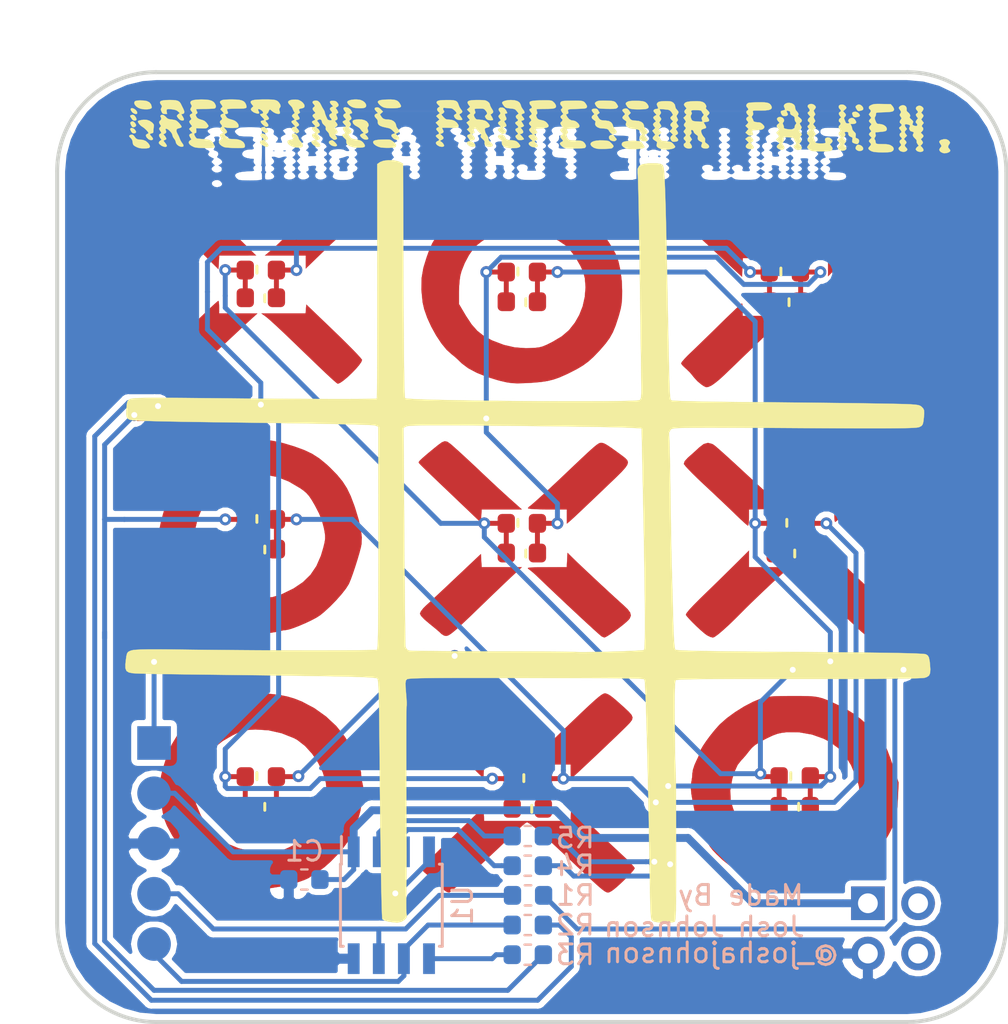
<source format=kicad_pcb>
(kicad_pcb (version 20171130) (host pcbnew "(5.0.2)-1")
  (layers (0 F.Cu signal) (31 B.Cu signal) (34 B.Paste user) (35 F.Paste user) (36 B.SilkS user hide) (37 F.SilkS user) (38 B.Mask user hide) (39 F.Mask user hide) (44 Edge.Cuts user))
  (net 0 "")
  (net 1 +3V3)
  (net 2 GND)
  (net 3 "Net-(D1-Pad1)")
  (net 4 "Net-(D1-Pad2)")
  (net 5 "Net-(D10-Pad1)")
  (net 6 "Net-(D11-Pad2)")
  (net 7 /nMCLR)
  (net 8 /ICSPDAT)
  (net 9 /ICSPCLK)
  (net 10 "Net-(J2-Pad2)")
  (net 11 "Net-(R3-Pad2)")
  (net 12 /RA4)
  (net 13 /RA5)
  (net 14 "Net-(J2-Pad4)")
  (net 15 "Net-(D13-Pad2)")
  (module SAO_Footprints:PinHeader_1x05_P2.54mm_Vertical (layer B.Cu) (at 109.9 73.9 180)
    (fp_text reference J1)
    (fp_text value PICKit3_Programmer)
    (pad 1 smd rect (at 0 0 180) (size 1.7 1.7) (layers B.Cu B.Mask) (net 7 /nMCLR))
    (pad 2 smd oval (at 0 -2.54 180) (size 1.7 1.7) (layers B.Cu B.Mask) (net 1 +3V3))
    (pad 3 smd oval (at 0 -5.08 180) (size 1.7 1.7) (layers B.Cu B.Mask) (net 2 GND))
    (pad 4 smd oval (at 0 -7.62 180) (size 1.7 1.7) (layers B.Cu B.Mask) (net 8 /ICSPDAT))
    (pad 5 smd oval (at 0 -10.16 180) (size 1.7 1.7) (layers B.Cu B.Mask) (net 9 /ICSPCLK))
  )
  (module SAO_Footprints:PinHeader_2x02_P2.54mm_Vertical (layer F.Cu) (at 146 82)
    (fp_text reference J2)
    (fp_text value SAO)
    (pad 4 thru_hole oval (at 2.54 2.54) (size 1.7 1.7) (drill 1) (layers *.Cu *.Mask) (net 14 "Net-(J2-Pad4)"))
    (pad 3 thru_hole oval (at 0 2.54) (size 1.7 1.7) (drill 1) (layers *.Cu *.Mask) (net 2 GND))
    (pad 2 thru_hole oval (at 2.54 0) (size 1.7 1.7) (drill 1) (layers *.Cu *.Mask) (net 10 "Net-(J2-Pad2)"))
    (pad 1 thru_hole rect (at 0 0) (size 1.7 1.7) (drill 1) (layers *.Cu *.Mask) (net 1 +3V3))
  )
  (module Capacitor_SMD:C_0603_1608Metric (layer B.Cu) (at 117.5 80.8 180)
    (fp_text reference C1 (at 0 1.43 180) (layer B.SilkS) (effects (justify mirror)))
    (fp_text value 100n)
    (pad 1 smd roundrect (at -0.7875 0 180) (size 0.875 0.95) (layers B.Cu B.Paste B.Mask) (net 1 +3V3))
    (pad 2 smd roundrect (at 0.7875 0 180) (size 0.875 0.95) (layers B.Cu B.Paste B.Mask) (net 2 GND))
  )
  (module SAO_Footprints:LED_0603_1608Metric (layer F.Cu) (at 115.3 50)
    (fp_text reference D1)
    (fp_text value LED)
    (pad 1 smd roundrect (at -0.7875 0) (size 0.875 0.95) (layers F.Cu F.Paste F.Mask) (net 3 "Net-(D1-Pad1)"))
    (pad 2 smd roundrect (at 0.7875 0) (size 0.875 0.95) (layers F.Cu F.Paste F.Mask) (net 4 "Net-(D1-Pad2)"))
  )
  (module SAO_Footprints:LED_0603_1608Metric (layer F.Cu) (at 128.5 50.1)
    (fp_text reference D2)
    (fp_text value LED)
    (pad 1 smd roundrect (at -0.7875 0) (size 0.875 0.95) (layers F.Cu F.Paste F.Mask) (net 5 "Net-(D10-Pad1)"))
    (pad 2 smd roundrect (at 0.7875 0) (size 0.875 0.95) (layers F.Cu F.Paste F.Mask) (net 15 "Net-(D13-Pad2)"))
  )
  (module SAO_Footprints:LED_0603_1608Metric (layer F.Cu) (at 115.3 51.4 180)
    (fp_text reference D3)
    (fp_text value LED)
    (pad 2 smd roundrect (at 0.7875 0 180) (size 0.875 0.95) (layers F.Cu F.Paste F.Mask) (net 3 "Net-(D1-Pad1)"))
    (pad 1 smd roundrect (at -0.7875 0 180) (size 0.875 0.95) (layers F.Cu F.Paste F.Mask) (net 4 "Net-(D1-Pad2)"))
  )
  (module SAO_Footprints:LED_0603_1608Metric (layer F.Cu) (at 128.5 51.6 180)
    (fp_text reference D4)
    (fp_text value LED)
    (pad 2 smd roundrect (at 0.7875 0 180) (size 0.875 0.95) (layers F.Cu F.Paste F.Mask) (net 5 "Net-(D10-Pad1)"))
    (pad 1 smd roundrect (at -0.7875 0 180) (size 0.875 0.95) (layers F.Cu F.Paste F.Mask) (net 15 "Net-(D13-Pad2)"))
  )
  (module SAO_Footprints:LED_0603_1608Metric (layer F.Cu) (at 141.8 50.1)
    (fp_text reference D5)
    (fp_text value LED)
    (pad 1 smd roundrect (at -0.7875 0) (size 0.875 0.95) (layers F.Cu F.Paste F.Mask) (net 4 "Net-(D1-Pad2)"))
    (pad 2 smd roundrect (at 0.7875 0) (size 0.875 0.95) (layers F.Cu F.Paste F.Mask) (net 5 "Net-(D10-Pad1)"))
  )
  (module SAO_Footprints:LED_0603_1608Metric (layer F.Cu) (at 142.1 62.8)
    (fp_text reference D6)
    (fp_text value LED)
    (pad 1 smd roundrect (at -0.7875 0) (size 0.875 0.95) (layers F.Cu F.Paste F.Mask) (net 15 "Net-(D13-Pad2)"))
    (pad 2 smd roundrect (at 0.7875 0) (size 0.875 0.95) (layers F.Cu F.Paste F.Mask) (net 6 "Net-(D11-Pad2)"))
  )
  (module SAO_Footprints:LED_0603_1608Metric (layer F.Cu) (at 141.8125 51.6 180)
    (fp_text reference D7)
    (fp_text value LED)
    (pad 2 smd roundrect (at 0.7875 0 180) (size 0.875 0.95) (layers F.Cu F.Paste F.Mask) (net 4 "Net-(D1-Pad2)"))
    (pad 1 smd roundrect (at -0.7875 0 180) (size 0.875 0.95) (layers F.Cu F.Paste F.Mask) (net 5 "Net-(D10-Pad1)"))
  )
  (module SAO_Footprints:LED_0603_1608Metric (layer F.Cu) (at 142.1 64.3 180)
    (fp_text reference D8)
    (fp_text value LED)
    (pad 2 smd roundrect (at 0.7875 0 180) (size 0.875 0.95) (layers F.Cu F.Paste F.Mask) (net 15 "Net-(D13-Pad2)"))
    (pad 1 smd roundrect (at -0.7875 0 180) (size 0.875 0.95) (layers F.Cu F.Paste F.Mask) (net 6 "Net-(D11-Pad2)"))
  )
  (module SAO_Footprints:LED_0603_1608Metric (layer F.Cu) (at 128.5 62.8)
    (fp_text reference D9)
    (fp_text value LED)
    (pad 1 smd roundrect (at -0.7875 0) (size 0.875 0.95) (layers F.Cu F.Paste F.Mask) (net 3 "Net-(D1-Pad1)"))
    (pad 2 smd roundrect (at 0.7875 0) (size 0.875 0.95) (layers F.Cu F.Paste F.Mask) (net 5 "Net-(D10-Pad1)"))
  )
  (module SAO_Footprints:LED_0603_1608Metric (layer F.Cu) (at 128.5 64.3 180)
    (fp_text reference D10)
    (fp_text value LED)
    (pad 2 smd roundrect (at 0.7875 0 180) (size 0.875 0.95) (layers F.Cu F.Paste F.Mask) (net 3 "Net-(D1-Pad1)"))
    (pad 1 smd roundrect (at -0.7875 0 180) (size 0.875 0.95) (layers F.Cu F.Paste F.Mask) (net 5 "Net-(D10-Pad1)"))
  )
  (module SAO_Footprints:LED_0603_1608Metric (layer F.Cu) (at 115.3 62.6)
    (fp_text reference D11)
    (fp_text value LED)
    (pad 2 smd roundrect (at 0.7875 0) (size 0.875 0.95) (layers F.Cu F.Paste F.Mask) (net 6 "Net-(D11-Pad2)"))
    (pad 1 smd roundrect (at -0.7875 0) (size 0.875 0.95) (layers F.Cu F.Paste F.Mask) (net 5 "Net-(D10-Pad1)"))
  )
  (module SAO_Footprints:LED_0603_1608Metric (layer F.Cu) (at 115.3 64.1 180)
    (fp_text reference D12)
    (fp_text value LED)
    (pad 1 smd roundrect (at -0.7875 0 180) (size 0.875 0.95) (layers F.Cu F.Paste F.Mask) (net 6 "Net-(D11-Pad2)"))
    (pad 2 smd roundrect (at 0.7875 0 180) (size 0.875 0.95) (layers F.Cu F.Paste F.Mask) (net 5 "Net-(D10-Pad1)"))
  )
  (module SAO_Footprints:LED_0603_1608Metric (layer F.Cu) (at 115.3 75.6)
    (fp_text reference D13)
    (fp_text value LED)
    (pad 2 smd roundrect (at 0.7875 0) (size 0.875 0.95) (layers F.Cu F.Paste F.Mask) (net 15 "Net-(D13-Pad2)"))
    (pad 1 smd roundrect (at -0.7875 0) (size 0.875 0.95) (layers F.Cu F.Paste F.Mask) (net 4 "Net-(D1-Pad2)"))
  )
  (module SAO_Footprints:LED_0603_1608Metric (layer F.Cu) (at 115.3 77.1 180)
    (fp_text reference D14)
    (fp_text value LED)
    (pad 1 smd roundrect (at -0.7875 0 180) (size 0.875 0.95) (layers F.Cu F.Paste F.Mask) (net 15 "Net-(D13-Pad2)"))
    (pad 2 smd roundrect (at 0.7875 0 180) (size 0.875 0.95) (layers F.Cu F.Paste F.Mask) (net 4 "Net-(D1-Pad2)"))
  )
  (module SAO_Footprints:LED_0603_1608Metric (layer F.Cu) (at 128.8 75.7)
    (fp_text reference D15)
    (fp_text value LED)
    (pad 2 smd roundrect (at 0.7875 0) (size 0.875 0.95) (layers F.Cu F.Paste F.Mask) (net 6 "Net-(D11-Pad2)"))
    (pad 1 smd roundrect (at -0.7875 0) (size 0.875 0.95) (layers F.Cu F.Paste F.Mask) (net 4 "Net-(D1-Pad2)"))
  )
  (module SAO_Footprints:LED_0603_1608Metric (layer F.Cu) (at 128.8 77.2 180)
    (fp_text reference D16)
    (fp_text value LED)
    (pad 1 smd roundrect (at -0.7875 0 180) (size 0.875 0.95) (layers F.Cu F.Paste F.Mask) (net 6 "Net-(D11-Pad2)"))
    (pad 2 smd roundrect (at 0.7875 0 180) (size 0.875 0.95) (layers F.Cu F.Paste F.Mask) (net 4 "Net-(D1-Pad2)"))
  )
  (module SAO_Footprints:LED_0603_1608Metric (layer F.Cu) (at 142.3 75.6)
    (fp_text reference D17)
    (fp_text value LED)
    (pad 2 smd roundrect (at 0.7875 0) (size 0.875 0.95) (layers F.Cu F.Paste F.Mask) (net 15 "Net-(D13-Pad2)"))
    (pad 1 smd roundrect (at -0.7875 0) (size 0.875 0.95) (layers F.Cu F.Paste F.Mask) (net 3 "Net-(D1-Pad1)"))
  )
  (module SAO_Footprints:LED_0603_1608Metric (layer F.Cu) (at 142.3 77.1 180)
    (fp_text reference D18)
    (fp_text value LED)
    (pad 1 smd roundrect (at -0.7875 0 180) (size 0.875 0.95) (layers F.Cu F.Paste F.Mask) (net 15 "Net-(D13-Pad2)"))
    (pad 2 smd roundrect (at 0.7875 0 180) (size 0.875 0.95) (layers F.Cu F.Paste F.Mask) (net 3 "Net-(D1-Pad1)"))
  )
  (module Resistor_SMD:R_0603_1608Metric (layer B.Cu) (at 128.8125 81.6 180)
    (fp_text reference R1 (at -2.4 0 180) (layer B.SilkS) (effects (justify mirror)))
    (fp_text value 330)
    (pad 1 smd roundrect (at -0.7875 0 180) (size 0.875 0.95) (layers B.Cu B.Paste B.Mask) (net 3 "Net-(D1-Pad1)"))
    (pad 2 smd roundrect (at 0.7875 0 180) (size 0.875 0.95) (layers B.Cu B.Paste B.Mask) (net 8 /ICSPDAT))
  )
  (module Resistor_SMD:R_0603_1608Metric (layer B.Cu) (at 128.8 83.1 180)
    (fp_text reference R2 (at -2.4 0 180) (layer B.SilkS) (effects (justify mirror)))
    (fp_text value 330)
    (pad 1 smd roundrect (at -0.7875 0 180) (size 0.875 0.95) (layers B.Cu B.Paste B.Mask) (net 4 "Net-(D1-Pad2)"))
    (pad 2 smd roundrect (at 0.7875 0 180) (size 0.875 0.95) (layers B.Cu B.Paste B.Mask) (net 9 /ICSPCLK))
  )
  (module Resistor_SMD:R_0603_1608Metric (layer B.Cu) (at 128.8 84.6 180)
    (fp_text reference R3 (at -2.4 0 180) (layer B.SilkS) (effects (justify mirror)))
    (fp_text value 330)
    (pad 1 smd roundrect (at -0.7875 0 180) (size 0.875 0.95) (layers B.Cu B.Paste B.Mask) (net 5 "Net-(D10-Pad1)"))
    (pad 2 smd roundrect (at 0.7875 0 180) (size 0.875 0.95) (layers B.Cu B.Paste B.Mask) (net 11 "Net-(R3-Pad2)"))
  )
  (module Resistor_SMD:R_0603_1608Metric (layer B.Cu) (at 128.8 80.1 180)
    (fp_text reference R4 (at -2.4 0 180) (layer B.SilkS) (effects (justify mirror)))
    (fp_text value 330)
    (pad 2 smd roundrect (at 0.7875 0 180) (size 0.875 0.95) (layers B.Cu B.Paste B.Mask) (net 12 /RA4))
    (pad 1 smd roundrect (at -0.7875 0 180) (size 0.875 0.95) (layers B.Cu B.Paste B.Mask) (net 15 "Net-(D13-Pad2)"))
  )
  (module Resistor_SMD:R_0603_1608Metric (layer B.Cu) (at 128.8 78.6 180)
    (fp_text reference R5 (at -2.4 -0.1 180) (layer B.SilkS) (effects (justify mirror)))
    (fp_text value 330)
    (pad 2 smd roundrect (at 0.7875 0 180) (size 0.875 0.95) (layers B.Cu B.Paste B.Mask) (net 13 /RA5))
    (pad 1 smd roundrect (at -0.7875 0 180) (size 0.875 0.95) (layers B.Cu B.Paste B.Mask) (net 6 "Net-(D11-Pad2)"))
  )
  (module Package_SO:SOIC-8_3.9x4.9mm_P1.27mm (layer B.Cu) (at 121.9 82.1 270)
    (fp_text reference U1 (at 0 -3.6 270) (layer B.SilkS) (effects (justify mirror)))
    (fp_text value PIC12F1571)
    (pad 1 smd rect (at -2.7 1.905 270) (size 1.55 0.6) (layers B.Cu B.Paste B.Mask) (net 1 +3V3))
    (pad 2 smd rect (at -2.7 0.635 270) (size 1.55 0.6) (layers B.Cu B.Paste B.Mask) (net 13 /RA5))
    (pad 3 smd rect (at -2.7 -0.635 270) (size 1.55 0.6) (layers B.Cu B.Paste B.Mask) (net 12 /RA4))
    (pad 4 smd rect (at -2.7 -1.905 270) (size 1.55 0.6) (layers B.Cu B.Paste B.Mask) (net 7 /nMCLR))
    (pad 5 smd rect (at 2.7 -1.905 270) (size 1.55 0.6) (layers B.Cu B.Paste B.Mask) (net 11 "Net-(R3-Pad2)"))
    (pad 6 smd rect (at 2.7 -0.635 270) (size 1.55 0.6) (layers B.Cu B.Paste B.Mask) (net 9 /ICSPCLK))
    (pad 7 smd rect (at 2.7 0.635 270) (size 1.55 0.6) (layers B.Cu B.Paste B.Mask) (net 8 /ICSPDAT))
    (pad 8 smd rect (at 2.7 1.905 270) (size 1.55 0.6) (layers B.Cu B.Paste B.Mask) (net 2 GND))
  )
  (module "SAO_Footprints:# only" (layer F.Cu) (at 129 64)
    (fp_text reference G*** hide)
    (fp_text value LOGO hide)
  )
  (module SAO_Footprints:xox (layer F.Cu) (at 129 64)
    (fp_text reference G*** hide)
    (fp_text value LOGO hide)
    (fp_poly (pts (xy -9.687105 -18.00877) (xy -9.568726 -17.964403) (xy -9.456311 -17.88582) (xy -9.296528 -17.740599) (xy -9.111876 -17.553494) (xy -8.924853 -17.349258) (xy -8.757957 -17.152646) (xy -8.633687 -16.988412) (xy -8.574542 -16.881311) (xy -8.5725 -16.868289) (xy -8.574177 -16.826102) (xy -8.588179 -16.784304) (xy -8.627965 -16.728784) (xy -8.706993 -16.645429) (xy -8.838722 -16.520128) (xy -9.036609 -16.33877) (xy -9.314114 -16.087243) (xy -9.338132 -16.0655) (xy -9.604497 -15.822506) (xy -9.872358 -15.574978) (xy -10.108192 -15.354062) (xy -10.260718 -15.20825) (xy -10.466161 -15.008674) (xy -10.715535 -14.766828) (xy -10.961433 -14.528682) (xy -11.008543 -14.483106) (xy -11.43 -14.075461) (xy -11.43 -14.732) (xy -13.49375 -14.73282) (xy -13.176856 -15.002285) (xy -12.965283 -15.189021) (xy -12.754647 -15.385724) (xy -12.637106 -15.50229) (xy -12.46585 -15.673106) (xy -12.235622 -15.893541) (xy -11.960606 -16.150884) (xy -11.654986 -16.432422) (xy -11.332944 -16.725444) (xy -11.008663 -17.017238) (xy -10.696326 -17.295092) (xy -10.410118 -17.546294) (xy -10.16422 -17.758132) (xy -9.972816 -17.917894) (xy -9.850088 -18.012869) (xy -9.812392 -18.034) (xy -9.687105 -18.00877)) (layer F.Cu) (width 0.01))
    (fp_poly (pts (xy -17.515911 -18.076087) (xy -17.401627 -18.008285) (xy -17.242261 -17.888753) (xy -17.031887 -17.712149) (xy -16.76458 -17.473132) (xy -16.434412 -17.166361) (xy -16.035459 -16.786494) (xy -15.561793 -16.32819) (xy -15.007489 -15.786106) (xy -14.7955 -15.577726) (xy -13.93825 -14.734142) (xy -14.871707 -14.733071) (xy -15.805163 -14.732) (xy -15.824207 -14.388724) (xy -15.84325 -14.045448) (xy -17.287875 -15.467572) (xy -17.640223 -15.816993) (xy -17.961499 -16.140529) (xy -18.240876 -16.426886) (xy -18.467527 -16.664771) (xy -18.630622 -16.84289) (xy -18.719335 -16.94995) (xy -18.7325 -16.974316) (xy -18.691291 -17.052489) (xy -18.579566 -17.199634) (xy -18.415185 -17.393509) (xy -18.247599 -17.578218) (xy -18.012921 -17.821511) (xy -17.839649 -17.979668) (xy -17.709943 -18.066797) (xy -17.605966 -18.097006) (xy -17.591039 -18.0975) (xy -17.515911 -18.076087)) (layer F.Cu) (width 0.01))
    (fp_poly (pts (xy 16.789956 -17.692388) (xy 17.006571 -17.533017) (xy 17.267109 -17.277112) (xy 17.395843 -17.135486) (xy 17.579563 -16.924355) (xy 17.72675 -16.747611) (xy 17.819806 -16.626868) (xy 17.8435 -16.585728) (xy 17.80021 -16.531483) (xy 17.677489 -16.398835) (xy 17.486055 -16.198831) (xy 17.236627 -15.942522) (xy 16.939923 -15.640955) (xy 16.606663 -15.305179) (xy 16.41475 -15.113) (xy 14.986 -13.685309) (xy 14.986 -14.601776) (xy 14.012521 -14.619263) (xy 13.039043 -14.63675) (xy 14.113631 -15.65275) (xy 14.460856 -15.981356) (xy 14.815018 -16.317079) (xy 15.152901 -16.637871) (xy 15.451287 -16.921685) (xy 15.68696 -17.146474) (xy 15.737984 -17.195294) (xy 15.965768 -17.405218) (xy 16.173654 -17.581925) (xy 16.337942 -17.70619) (xy 16.431857 -17.758112) (xy 16.603105 -17.764371) (xy 16.789956 -17.692388)) (layer F.Cu) (width 0.01))
    (fp_poly (pts (xy 8.706727 -17.882699) (xy 8.786474 -17.853917) (xy 8.889891 -17.793271) (xy 9.026059 -17.693798) (xy 9.204059 -17.548534) (xy 9.432974 -17.350514) (xy 9.721885 -17.092776) (xy 10.079875 -16.768354) (xy 10.516025 -16.370284) (xy 10.883997 -16.03375) (xy 11.179394 -15.762754) (xy 11.476401 -15.488882) (xy 11.747064 -15.238) (xy 11.963434 -15.035975) (xy 12.030951 -14.972337) (xy 12.41425 -14.609423) (xy 11.543796 -14.607212) (xy 10.673342 -14.605) (xy 10.654796 -14.133297) (xy 10.63625 -13.661593) (xy 10.38225 -13.891394) (xy 10.254394 -14.00872) (xy 10.054129 -14.194498) (xy 9.801463 -14.430073) (xy 9.516407 -14.696791) (xy 9.23925 -14.956932) (xy 8.923986 -15.252197) (xy 8.605073 -15.548928) (xy 8.307694 -15.823827) (xy 8.057036 -16.053597) (xy 7.90575 -16.190449) (xy 7.708831 -16.374466) (xy 7.551433 -16.53622) (xy 7.456269 -16.65165) (xy 7.439043 -16.684813) (xy 7.469674 -16.779692) (xy 7.572252 -16.918103) (xy 7.66233 -17.010824) (xy 7.857811 -17.207053) (xy 8.058867 -17.428999) (xy 8.124243 -17.507012) (xy 8.282739 -17.675261) (xy 8.445275 -17.80652) (xy 8.51868 -17.84751) (xy 8.581911 -17.872532) (xy 8.641566 -17.886583) (xy 8.706727 -17.882699)) (layer F.Cu) (width 0.01))
    (fp_poly (pts (xy -15.826804 -12.388854) (xy -15.8139 -12.242749) (xy -15.8115 -12.1285) (xy -15.8115 -11.811) (xy -13.87475 -11.807564) (xy -14.12875 -11.577534) (xy -14.284075 -11.435195) (xy -14.498726 -11.236295) (xy -14.739705 -11.011484) (xy -14.896002 -10.864877) (xy -15.156852 -10.621109) (xy -15.469369 -10.331351) (xy -15.791091 -10.034871) (xy -16.035865 -9.81075) (xy -16.324556 -9.546706) (xy -16.631737 -9.264521) (xy -16.918353 -9.000136) (xy -17.122675 -8.810625) (xy -17.331279 -8.627282) (xy -17.517706 -8.483091) (xy -17.655759 -8.397355) (xy -17.70444 -8.382) (xy -17.799457 -8.428172) (xy -17.957938 -8.55632) (xy -18.162 -8.750895) (xy -18.326878 -8.923146) (xy -18.526787 -9.142537) (xy -18.692859 -9.331221) (xy -18.806871 -9.468062) (xy -18.850131 -9.530037) (xy -18.81488 -9.606026) (xy -18.684079 -9.761546) (xy -18.457298 -9.997036) (xy -18.134109 -10.312935) (xy -17.714081 -10.709683) (xy -17.524786 -10.885631) (xy -17.277674 -11.116228) (xy -16.981109 -11.395639) (xy -16.676902 -11.684359) (xy -16.466266 -11.885756) (xy -16.243791 -12.096835) (xy -16.054607 -12.271556) (xy -15.917139 -12.393246) (xy -15.849814 -12.445231) (xy -15.847141 -12.446) (xy -15.826804 -12.388854)) (layer F.Cu) (width 0.01))
    (fp_poly (pts (xy -0.731863 -17.835125) (xy -0.46475 -17.8277) (xy -0.051932 -17.810856) (xy 0.26776 -17.787232) (xy 0.528182 -17.752387) (xy 0.763186 -17.70188) (xy 0.98802 -17.637145) (xy 1.439547 -17.487083) (xy 1.794488 -17.347181) (xy 2.080893 -17.20322) (xy 2.326813 -17.040976) (xy 2.5603 -16.846229) (xy 2.575463 -16.832339) (xy 2.792262 -16.637667) (xy 3.007388 -16.452509) (xy 3.178131 -16.313529) (xy 3.193717 -16.301613) (xy 3.337541 -16.161848) (xy 3.521738 -15.938277) (xy 3.7265 -15.658932) (xy 3.932021 -15.351845) (xy 4.118495 -15.045046) (xy 4.238405 -14.823129) (xy 4.381838 -14.447351) (xy 4.488479 -13.976622) (xy 4.553368 -13.438939) (xy 4.572 -12.940262) (xy 4.566388 -12.587054) (xy 4.544219 -12.306189) (xy 4.497494 -12.043296) (xy 4.418213 -11.744006) (xy 4.3746 -11.598676) (xy 4.238137 -11.184364) (xy 4.100622 -10.852869) (xy 3.939297 -10.56466) (xy 3.731409 -10.280205) (xy 3.4542 -9.959972) (xy 3.392523 -9.892589) (xy 3.119618 -9.609434) (xy 2.865071 -9.380645) (xy 2.597528 -9.18417) (xy 2.285635 -8.997956) (xy 1.89804 -8.799952) (xy 1.7145 -8.712377) (xy 1.39804 -8.573587) (xy 1.100755 -8.469606) (xy 0.792525 -8.394364) (xy 0.443231 -8.341793) (xy 0.022751 -8.305824) (xy -0.41275 -8.283787) (xy -0.738119 -8.276445) (xy -1.00458 -8.288843) (xy -1.265118 -8.327097) (xy -1.572719 -8.397323) (xy -1.7145 -8.434069) (xy -2.286854 -8.61021) (xy -2.793669 -8.816155) (xy -3.21584 -9.042735) (xy -3.534261 -9.280781) (xy -3.58775 -9.333011) (xy -3.770492 -9.509851) (xy -3.956009 -9.670766) (xy -4.042279 -9.736829) (xy -4.301695 -9.969754) (xy -4.571271 -10.299104) (xy -4.835355 -10.696955) (xy -5.078294 -11.135383) (xy -5.284435 -11.586463) (xy -5.438125 -12.022272) (xy -5.51707 -12.367804) (xy -5.563783 -12.839747) (xy -3.683 -12.839747) (xy -3.683 -12.287245) (xy -3.325527 -11.683998) (xy -3.0435 -11.256943) (xy -2.752917 -10.928014) (xy -2.4245 -10.670041) (xy -2.028973 -10.45585) (xy -1.977007 -10.432418) (xy -1.405411 -10.215206) (xy -0.864515 -10.091024) (xy -0.309591 -10.050728) (xy -0.125374 -10.053924) (xy 0.157155 -10.06725) (xy 0.367034 -10.091052) (xy 0.548157 -10.137253) (xy 0.744417 -10.217778) (xy 0.999706 -10.344549) (xy 1.061276 -10.376277) (xy 1.520702 -10.651494) (xy 1.884515 -10.963438) (xy 2.183992 -11.343637) (xy 2.40419 -11.72982) (xy 2.576378 -12.166284) (xy 2.683487 -12.644026) (xy 2.722282 -13.12654) (xy 2.689522 -13.577321) (xy 2.598441 -13.920025) (xy 2.456888 -14.223866) (xy 2.270743 -14.545653) (xy 2.063592 -14.850365) (xy 1.859021 -15.102986) (xy 1.699545 -15.254635) (xy 1.362924 -15.479932) (xy 0.972595 -15.692258) (xy 0.579766 -15.866026) (xy 0.276584 -15.965729) (xy -0.030924 -16.021925) (xy -0.395852 -16.054543) (xy -0.778788 -16.063427) (xy -1.14032 -16.048422) (xy -1.441034 -16.009374) (xy -1.579595 -15.97304) (xy -1.881263 -15.842211) (xy -2.208542 -15.661016) (xy -2.523467 -15.454034) (xy -2.788074 -15.245848) (xy -2.940546 -15.091879) (xy -3.177694 -14.751178) (xy -3.389907 -14.353059) (xy -3.55042 -13.951891) (xy -3.611546 -13.72875) (xy -3.64565 -13.500717) (xy -3.670902 -13.203385) (xy -3.682671 -12.894386) (xy -3.683 -12.839747) (xy -5.563783 -12.839747) (xy -5.580937 -13.013044) (xy -5.568129 -13.60155) (xy -5.479268 -14.111731) (xy -5.465306 -14.160703) (xy -5.314984 -14.64478) (xy -5.175534 -15.032192) (xy -5.031028 -15.350414) (xy -4.865541 -15.626923) (xy -4.663147 -15.889193) (xy -4.407918 -16.1647) (xy -4.165561 -16.402962) (xy -3.867565 -16.67871) (xy -3.60492 -16.892299) (xy -3.339662 -17.068686) (xy -3.033824 -17.232827) (xy -2.649444 -17.409677) (xy -2.6035 -17.429773) (xy -2.229404 -17.58886) (xy -1.927592 -17.702513) (xy -1.662499 -17.777348) (xy -1.398557 -17.819984) (xy -1.100201 -17.837037) (xy -0.731863 -17.835125)) (layer F.Cu) (width 0.01))
    (fp_poly (pts (xy -10.00125 -10.918007) (xy -9.651468 -10.57952) (xy -9.332436 -10.264765) (xy -9.055615 -9.985528) (xy -8.832466 -9.753595) (xy -8.674448 -9.580752) (xy -8.593022 -9.478783) (xy -8.58455 -9.461094) (xy -8.619263 -9.356157) (xy -8.731964 -9.194712) (xy -8.900586 -8.998465) (xy -9.103061 -8.789125) (xy -9.317321 -8.588401) (xy -9.5213 -8.418) (xy -9.692931 -8.299631) (xy -9.810145 -8.255002) (xy -9.810597 -8.255) (xy -9.870045 -8.29603) (xy -10.001003 -8.407369) (xy -10.183349 -8.571391) (xy -10.370396 -8.745364) (xy -10.567978 -8.932912) (xy -10.835908 -9.188939) (xy -11.153392 -9.493479) (xy -11.499635 -9.82657) (xy -11.853841 -10.168249) (xy -12.03325 -10.3417) (xy -12.361793 -10.657292) (xy -12.673953 -10.95286) (xy -12.953879 -11.213725) (xy -13.185718 -11.425209) (xy -13.353618 -11.572635) (xy -13.423903 -11.629336) (xy -13.671555 -11.811) (xy -11.437667 -11.811) (xy -11.417959 -12.034176) (xy -11.39825 -12.257351) (xy -10.00125 -10.918007)) (layer F.Cu) (width 0.01))
    (fp_poly (pts (xy 10.652591 -12.261854) (xy 10.665583 -12.115749) (xy 10.668 -12.0015) (xy 10.668 -11.684) (xy 14.986 -11.684) (xy 14.986 -11.938) (xy 14.995855 -12.097107) (xy 15.020472 -12.185554) (xy 15.030402 -12.192) (xy 15.088769 -12.150026) (xy 15.221563 -12.033999) (xy 15.412512 -11.858763) (xy 15.645344 -11.63916) (xy 15.813539 -11.477625) (xy 16.143666 -11.160366) (xy 16.524161 -10.797838) (xy 16.912015 -10.430853) (xy 17.264215 -10.10022) (xy 17.324886 -10.043635) (xy 17.582995 -9.796877) (xy 17.804501 -9.572985) (xy 17.973785 -9.388734) (xy 18.075225 -9.2609) (xy 18.0975 -9.213944) (xy 18.053232 -9.10559) (xy 17.942207 -8.965471) (xy 17.891125 -8.91538) (xy 17.715626 -8.740301) (xy 17.535419 -8.538946) (xy 17.49425 -8.488835) (xy 17.236365 -8.215946) (xy 16.999062 -8.067924) (xy 16.781601 -8.044439) (xy 16.635052 -8.105682) (xy 16.498612 -8.20683) (xy 16.41475 -8.283901) (xy 16.339158 -8.359284) (xy 16.196039 -8.492556) (xy 16.01331 -8.657823) (xy 15.97025 -8.696185) (xy 15.759852 -8.88619) (xy 15.497005 -9.128042) (xy 15.220823 -9.385581) (xy 15.046959 -9.5497) (xy 14.724427 -9.853277) (xy 14.382547 -10.1703) (xy 14.040736 -10.483195) (xy 13.71841 -10.77439) (xy 13.434985 -11.026313) (xy 13.209878 -11.22139) (xy 13.092187 -11.318875) (xy 13.003033 -11.392851) (xy 12.928921 -11.450358) (xy 12.85913 -11.484404) (xy 12.782939 -11.488001) (xy 12.689627 -11.454158) (xy 12.568474 -11.375886) (xy 12.408759 -11.246194) (xy 12.19976 -11.058093) (xy 11.930758 -10.804592) (xy 11.591031 -10.478702) (xy 11.169858 -10.073433) (xy 11.14425 -10.048828) (xy 10.821612 -9.738767) (xy 10.496572 -9.426197) (xy 10.192568 -9.133673) (xy 9.933037 -8.883746) (xy 9.741417 -8.698971) (xy 9.739747 -8.697358) (xy 9.517995 -8.494631) (xy 9.301476 -8.316075) (xy 9.123566 -8.18845) (xy 9.059793 -8.152228) (xy 8.9177 -8.090525) (xy 8.816805 -8.082128) (xy 8.704443 -8.134246) (xy 8.580272 -8.217864) (xy 8.384169 -8.381146) (xy 8.205375 -8.573256) (xy 8.166349 -8.625227) (xy 8.004153 -8.822367) (xy 7.813492 -9.008189) (xy 7.780248 -9.035583) (xy 7.644685 -9.158848) (xy 7.565316 -9.261629) (xy 7.556713 -9.289583) (xy 7.600301 -9.364459) (xy 7.716979 -9.501324) (xy 7.885917 -9.676676) (xy 7.985338 -9.773212) (xy 8.157065 -9.937761) (xy 8.399641 -10.172171) (xy 8.693343 -10.457277) (xy 9.018444 -10.773918) (xy 9.355221 -11.102929) (xy 9.504989 -11.249587) (xy 9.810738 -11.547819) (xy 10.086391 -11.814026) (xy 10.319092 -12.036008) (xy 10.495984 -12.201566) (xy 10.604209 -12.298502) (xy 10.632114 -12.319) (xy 10.652591 -12.261854)) (layer F.Cu) (width 0.01))
    (fp_poly (pts (xy 17.090904 -5.156039) (xy 17.331388 -5.004377) (xy 17.641589 -4.753847) (xy 17.893064 -4.526027) (xy 18.074974 -4.34424) (xy 18.169511 -4.216687) (xy 18.191114 -4.121688) (xy 18.183394 -4.090122) (xy 18.125128 -4.009598) (xy 17.989651 -3.857583) (xy 17.792008 -3.649863) (xy 17.547246 -3.402227) (xy 17.270408 -3.130463) (xy 17.250794 -3.1115) (xy 16.932509 -2.802896) (xy 16.606382 -2.484577) (xy 16.298647 -2.182295) (xy 16.035535 -1.921799) (xy 15.876123 -1.762125) (xy 15.675039 -1.56268) (xy 15.506066 -1.402054) (xy 15.389191 -1.298814) (xy 15.346284 -1.27) (xy 15.321872 -1.32714) (xy 15.306382 -1.473228) (xy 15.3035 -1.5875) (xy 15.3035 -1.905) (xy 13.17625 -1.907944) (xy 13.4625 -2.176347) (xy 13.604047 -2.308913) (xy 13.816584 -2.507769) (xy 14.078295 -2.752511) (xy 14.367363 -3.022736) (xy 14.598246 -3.2385) (xy 14.904211 -3.525762) (xy 15.209545 -3.814863) (xy 15.489282 -4.081992) (xy 15.718453 -4.30334) (xy 15.835995 -4.418869) (xy 16.164401 -4.727822) (xy 16.457567 -4.967919) (xy 16.702343 -5.129622) (xy 16.885578 -5.203395) (xy 16.92275 -5.207) (xy 17.090904 -5.156039)) (layer F.Cu) (width 0.01))
    (fp_poly (pts (xy 3.593681 -5.260519) (xy 3.689239 -5.223844) (xy 3.819967 -5.150378) (xy 4.002132 -5.030027) (xy 4.252 -4.852693) (xy 4.585836 -4.608281) (xy 4.595817 -4.600915) (xy 4.740888 -4.486816) (xy 4.832689 -4.385026) (xy 4.865107 -4.280605) (xy 4.832026 -4.158617) (xy 4.727332 -4.004121) (xy 4.544911 -3.802179) (xy 4.278649 -3.537851) (xy 4.084145 -3.350792) (xy 3.529071 -2.820006) (xy 3.061533 -2.37409) (xy 2.677842 -2.009557) (xy 2.374309 -1.722922) (xy 2.147244 -1.510697) (xy 1.992958 -1.369396) (xy 1.920875 -1.306264) (xy 1.778 -1.186817) (xy 1.778 -1.905) (xy 0.79375 -1.905) (xy 0.446605 -1.908558) (xy 0.156146 -1.91844) (xy -0.057589 -1.933461) (xy -0.17456 -1.952436) (xy -0.1905 -1.963209) (xy -0.142045 -2.03769) (xy -0.131108 -2.042584) (xy -0.059382 -2.094438) (xy 0.091483 -2.222391) (xy 0.308746 -2.414864) (xy 0.579664 -2.660282) (xy 0.891497 -2.947067) (xy 1.231503 -3.263642) (xy 1.58694 -3.59843) (xy 1.713295 -3.718399) (xy 2.145958 -4.129563) (xy 2.496828 -4.461258) (xy 2.775745 -4.72195) (xy 2.992548 -4.920107) (xy 3.157075 -5.064195) (xy 3.279166 -5.16268) (xy 3.36866 -5.224028) (xy 3.435397 -5.256707) (xy 3.489214 -5.269183) (xy 3.517027 -5.2705) (xy 3.593681 -5.260519)) (layer F.Cu) (width 0.01))
    (fp_poly (pts (xy -4.258412 -5.319115) (xy -4.092125 -5.199206) (xy -4.046706 -5.160113) (xy -3.712401 -4.862126) (xy -3.298941 -4.483393) (xy -2.816565 -4.033379) (xy -2.315037 -3.559152) (xy -2.010592 -3.272535) (xy -1.670264 -2.956731) (xy -1.338349 -2.65262) (xy -1.090345 -2.428875) (xy -0.503366 -1.905) (xy -2.533663 -1.905) (xy -2.552707 -1.571084) (xy -2.56743 -1.381706) (xy -2.590141 -1.298139) (xy -2.631315 -1.299218) (xy -2.67055 -1.332959) (xy -2.741331 -1.400853) (xy -2.891072 -1.54397) (xy -3.106791 -1.749921) (xy -3.375508 -2.006318) (xy -3.684243 -2.300771) (xy -4.020013 -2.620891) (xy -4.035077 -2.63525) (xy -4.471944 -3.051687) (xy -4.82569 -3.38912) (xy -5.105079 -3.656216) (xy -5.318875 -3.86164) (xy -5.475844 -4.014059) (xy -5.58475 -4.122137) (xy -5.654357 -4.194542) (xy -5.693431 -4.239938) (xy -5.710736 -4.266992) (xy -5.715036 -4.28437) (xy -5.715 -4.296224) (xy -5.664249 -4.366028) (xy -5.513662 -4.508839) (xy -5.265744 -4.722457) (xy -4.922999 -5.004684) (xy -4.744503 -5.148662) (xy -4.545231 -5.294489) (xy -4.396324 -5.351091) (xy -4.258412 -5.319115)) (layer F.Cu) (width 0.01))
    (fp_poly (pts (xy 9.128676 -5.209716) (xy 9.214721 -5.158957) (xy 9.306407 -5.08589) (xy 9.475956 -4.939327) (xy 9.708511 -4.732563) (xy 9.98922 -4.478893) (xy 10.303228 -4.191612) (xy 10.544474 -3.96875) (xy 10.902211 -3.638096) (xy 11.263829 -3.305958) (xy 11.607872 -2.991891) (xy 11.912885 -2.715449) (xy 12.15741 -2.496186) (xy 12.251548 -2.413) (xy 12.79484 -1.93675) (xy 10.9855 -1.901514) (xy 10.9855 -1.490507) (xy 10.978792 -1.280951) (xy 10.961247 -1.133155) (xy 10.937875 -1.080296) (xy 10.877525 -1.12259) (xy 10.744678 -1.238129) (xy 10.557088 -1.410807) (xy 10.332512 -1.624522) (xy 10.25525 -1.699421) (xy 9.996968 -1.948524) (xy 9.674588 -2.255788) (xy 9.317498 -2.593413) (xy 8.955084 -2.933596) (xy 8.66775 -3.201258) (xy 8.378055 -3.474813) (xy 8.121762 -3.726058) (xy 7.913314 -3.940075) (xy 7.767158 -4.101942) (xy 7.697737 -4.196741) (xy 7.694251 -4.206781) (xy 7.734426 -4.33743) (xy 7.890718 -4.511945) (xy 7.947022 -4.561523) (xy 8.160497 -4.748638) (xy 8.383439 -4.952419) (xy 8.467802 -5.032375) (xy 8.698583 -5.208872) (xy 8.912451 -5.266897) (xy 9.128676 -5.209716)) (layer F.Cu) (width 0.01))
    (fp_poly (pts (xy -13.066907 -5.364981) (xy -12.589797 -5.258994) (xy -12.036689 -5.094047) (xy -11.994773 -5.080348) (xy -11.506932 -4.902991) (xy -11.103934 -4.711697) (xy -10.744094 -4.481574) (xy -10.385728 -4.187731) (xy -10.182964 -3.998443) (xy -9.837231 -3.64529) (xy -9.565024 -3.313989) (xy -9.345147 -2.970054) (xy -9.156405 -2.579001) (xy -8.9776 -2.106344) (xy -8.926006 -1.953399) (xy -8.752117 -1.379607) (xy -8.642543 -0.899883) (xy -8.594794 -0.500285) (xy -8.606383 -0.166872) (xy -8.606672 -0.164701) (xy -8.646297 0.030098) (xy -8.720369 0.31058) (xy -8.81836 0.643657) (xy -8.929744 0.996241) (xy -9.043992 1.335243) (xy -9.150577 1.627578) (xy -9.238971 1.840156) (xy -9.255091 1.87325) (xy -9.399763 2.101954) (xy -9.619976 2.382531) (xy -9.891335 2.688481) (xy -10.189445 2.993306) (xy -10.489913 3.270507) (xy -10.69975 3.442515) (xy -10.880105 3.558703) (xy -11.133298 3.693572) (xy -11.428988 3.834054) (xy -11.736828 3.967086) (xy -12.026476 4.079601) (xy -12.267586 4.158535) (xy -12.429815 4.190823) (xy -12.438117 4.191) (xy -12.568518 4.206626) (xy -12.770049 4.246943) (xy -12.932494 4.28625) (xy -13.359158 4.356458) (xy -13.843808 4.370093) (xy -14.331155 4.328004) (xy -14.6685 4.259495) (xy -15.255202 4.086629) (xy -15.74632 3.905334) (xy -16.173212 3.703382) (xy -16.35125 3.60337) (xy -16.681257 3.377312) (xy -17.039638 3.080034) (xy -17.393082 2.743599) (xy -17.708275 2.40007) (xy -17.951904 2.08151) (xy -17.983897 2.032) (xy -18.182636 1.688927) (xy -18.36594 1.326058) (xy -18.520883 0.973303) (xy -18.63454 0.660572) (xy -18.693985 0.417775) (xy -18.69835 0.378749) (xy -18.726593 0.142941) (xy -18.772798 -0.129513) (xy -18.797297 -0.24771) (xy -18.835412 -0.471765) (xy -18.839398 -0.584834) (xy -17.056946 -0.584834) (xy -17.050914 -0.294728) (xy -16.993831 -0.011091) (xy -16.878099 0.295349) (xy -16.696118 0.653862) (xy -16.544478 0.918879) (xy -16.302148 1.297335) (xy -16.062119 1.587038) (xy -15.789123 1.820547) (xy -15.447891 2.030424) (xy -15.20825 2.152487) (xy -14.948954 2.274284) (xy -14.739313 2.358569) (xy -14.531206 2.420579) (xy -14.27651 2.475547) (xy -14.06525 2.514349) (xy -13.560148 2.566861) (xy -13.107975 2.528163) (xy -12.66972 2.394656) (xy -12.641994 2.383121) (xy -12.049948 2.095167) (xy -11.569574 1.7719) (xy -11.187111 1.397928) (xy -10.888804 0.957861) (xy -10.660894 0.436306) (xy -10.540252 0.03175) (xy -10.477245 -0.227558) (xy -10.446531 -0.416397) (xy -10.446852 -0.586788) (xy -10.476948 -0.790749) (xy -10.515657 -0.98425) (xy -10.610552 -1.341201) (xy -10.753773 -1.698395) (xy -10.959962 -2.0955) (xy -11.125042 -2.379388) (xy -11.261015 -2.581317) (xy -11.395061 -2.733172) (xy -11.554361 -2.866839) (xy -11.712353 -2.97812) (xy -12.290535 -3.317057) (xy -12.861711 -3.540698) (xy -13.451227 -3.656562) (xy -14.056733 -3.673423) (xy -14.286122 -3.660062) (xy -14.470323 -3.635271) (xy -14.643881 -3.588324) (xy -14.841342 -3.508495) (xy -15.097251 -3.385058) (xy -15.273796 -3.295529) (xy -15.591842 -3.127788) (xy -15.823904 -2.988951) (xy -16.000298 -2.856897) (xy -16.151339 -2.709507) (xy -16.274624 -2.565279) (xy -16.641959 -2.025058) (xy -16.892298 -1.446708) (xy -17.01953 -0.910677) (xy -17.056946 -0.584834) (xy -18.839398 -0.584834) (xy -18.843346 -0.696783) (xy -18.817744 -0.949487) (xy -18.755249 -1.2566) (xy -18.652504 -1.644843) (xy -18.598185 -1.832931) (xy -18.447529 -2.314512) (xy -18.300108 -2.701932) (xy -18.138054 -3.026262) (xy -17.943494 -3.318576) (xy -17.69856 -3.609945) (xy -17.399 -3.91805) (xy -16.850177 -4.393995) (xy -16.263752 -4.771408) (xy -15.620119 -5.059651) (xy -14.899671 -5.268084) (xy -14.362176 -5.368058) (xy -13.921103 -5.415625) (xy -13.500011 -5.415895) (xy -13.066907 -5.364981)) (layer F.Cu) (width 0.01))
    (fp_poly (pts (xy -2.533364 1.016) (xy -0.500762 1.016) (xy -0.898028 1.381125) (xy -1.067015 1.53871) (xy -1.305958 1.764651) (xy -1.593723 2.038806) (xy -1.909179 2.34103) (xy -2.231192 2.651181) (xy -2.282772 2.701029) (xy -2.750992 3.153345) (xy -3.137283 3.524719) (xy -3.450854 3.822658) (xy -3.700913 4.054667) (xy -3.896668 4.228254) (xy -4.047326 4.350926) (xy -4.162096 4.430189) (xy -4.250184 4.47355) (xy -4.3208 4.488516) (xy -4.38315 4.482594) (xy -4.445 4.463797) (xy -4.572013 4.384564) (xy -4.604212 4.351388) (xy -4.679441 4.279523) (xy -4.829502 4.150784) (xy -5.029159 3.986504) (xy -5.159837 3.881678) (xy -5.435455 3.647756) (xy -5.599406 3.472823) (xy -5.6515 3.360282) (xy -5.604547 3.244889) (xy -5.479861 3.086349) (xy -5.356051 2.964171) (xy -5.229605 2.848452) (xy -5.026878 2.66035) (xy -4.763825 2.414784) (xy -4.456398 2.126676) (xy -4.12055 1.810944) (xy -3.816176 1.524) (xy -2.57175 0.34925) (xy -2.533364 1.016)) (layer F.Cu) (width 0.01))
    (fp_poly (pts (xy 10.9855 1.016) (xy 15.3035 1.016) (xy 15.3035 0.422877) (xy 15.827375 0.930837) (xy 16.097142 1.190237) (xy 16.415497 1.493054) (xy 16.737554 1.796728) (xy 16.9545 1.999427) (xy 17.367529 2.384066) (xy 17.696002 2.692781) (xy 17.948906 2.93554) (xy 18.135232 3.122315) (xy 18.263969 3.263074) (xy 18.344107 3.367787) (xy 18.384635 3.446426) (xy 18.394543 3.508959) (xy 18.38282 3.565356) (xy 18.378096 3.578282) (xy 18.312848 3.66572) (xy 18.174661 3.808305) (xy 17.99008 3.982247) (xy 17.785651 4.163753) (xy 17.587922 4.329032) (xy 17.423437 4.454292) (xy 17.34546 4.503764) (xy 17.205589 4.552621) (xy 17.062496 4.53839) (xy 16.895011 4.451446) (xy 16.681959 4.282159) (xy 16.509013 4.123408) (xy 16.335893 3.96075) (xy 16.087397 3.729128) (xy 15.781775 3.445388) (xy 15.437273 3.126379) (xy 15.072139 2.788947) (xy 14.70462 2.449941) (xy 14.352965 2.126207) (xy 14.035421 1.834595) (xy 13.770235 1.59195) (xy 13.575656 1.41512) (xy 13.575552 1.415026) (xy 13.409415 1.267622) (xy 13.273171 1.166355) (xy 13.14976 1.11679) (xy 13.022119 1.124492) (xy 12.873188 1.195024) (xy 12.685906 1.333953) (xy 12.44321 1.546842) (xy 12.12804 1.839256) (xy 12.049465 1.912771) (xy 11.727279 2.216429) (xy 11.399057 2.529701) (xy 11.090858 2.827443) (xy 10.828741 3.084511) (xy 10.668 3.245757) (xy 10.290688 3.623654) (xy 9.95018 3.950453) (xy 9.656444 4.217374) (xy 9.419449 4.415638) (xy 9.249165 4.536464) (xy 9.162388 4.571762) (xy 9.032561 4.5391) (xy 8.87058 4.460031) (xy 8.85825 4.452467) (xy 8.72299 4.35158) (xy 8.540584 4.194283) (xy 8.335974 4.004805) (xy 8.134106 3.807378) (xy 7.959926 3.626232) (xy 7.838377 3.485599) (xy 7.796803 3.421399) (xy 7.829466 3.339888) (xy 7.95789 3.178262) (xy 8.180623 2.93813) (xy 8.496214 2.6211) (xy 8.680158 2.442178) (xy 9.023661 2.109651) (xy 9.394107 1.749037) (xy 9.759829 1.391293) (xy 10.089162 1.067375) (xy 10.29231 0.866175) (xy 10.9855 0.176601) (xy 10.9855 1.016)) (layer F.Cu) (width 0.01))
    (fp_poly (pts (xy 2.065659 0.541574) (xy 2.249042 0.719133) (xy 2.503874 0.96153) (xy 2.810054 1.250051) (xy 3.147481 1.565984) (xy 3.496054 1.890615) (xy 3.835674 2.20523) (xy 4.146239 2.491117) (xy 4.407649 2.729562) (xy 4.599803 2.901852) (xy 4.619625 2.91927) (xy 4.850108 3.138691) (xy 4.978591 3.312545) (xy 5.012366 3.459955) (xy 4.958722 3.600043) (xy 4.905375 3.668805) (xy 4.784972 3.785714) (xy 4.604506 3.937039) (xy 4.389204 4.104406) (xy 4.164296 4.269443) (xy 3.95501 4.413776) (xy 3.786576 4.519032) (xy 3.684221 4.566837) (xy 3.671299 4.567536) (xy 3.603463 4.542711) (xy 3.547143 4.519911) (xy 3.480752 4.468594) (xy 3.333588 4.340041) (xy 3.116815 4.144638) (xy 2.841595 3.892768) (xy 2.519088 3.594815) (xy 2.160459 3.261164) (xy 1.776869 2.902198) (xy 1.37948 2.528302) (xy 0.979455 2.149859) (xy 0.587955 1.777254) (xy 0.22433 1.42875) (xy 0.058354 1.279226) (xy -0.101312 1.150791) (xy -0.129692 1.130455) (xy -0.181794 1.090458) (xy -0.193944 1.06172) (xy -0.150885 1.042297) (xy -0.03736 1.030247) (xy 0.161888 1.023628) (xy 0.462115 1.020496) (xy 0.742956 1.01933) (xy 1.771662 1.016) (xy 1.790706 0.652699) (xy 1.80975 0.289399) (xy 2.065659 0.541574)) (layer F.Cu) (width 0.01))
    (fp_poly (pts (xy -4.165107 7.390605) (xy -4.077014 7.444058) (xy -3.911726 7.573832) (xy -3.6832 7.767816) (xy -3.405393 8.0139) (xy -3.092263 8.299973) (xy -2.783864 8.589129) (xy -2.253675 9.092213) (xy -1.807692 9.514849) (xy -1.438032 9.864046) (xy -1.136811 10.146813) (xy -0.896144 10.370156) (xy -0.708147 10.541085) (xy -0.564937 10.666606) (xy -0.45863 10.753729) (xy -0.381342 10.80946) (xy -0.325188 10.840809) (xy -0.282285 10.854783) (xy -0.244749 10.858389) (xy -0.230837 10.8585) (xy -0.15086 10.831053) (xy -0.020878 10.744272) (xy 0.166932 10.591497) (xy 0.420394 10.366067) (xy 0.74733 10.061323) (xy 1.088327 9.735447) (xy 1.628814 9.215177) (xy 2.085779 8.776528) (xy 2.466943 8.412785) (xy 2.780028 8.117232) (xy 3.032756 7.883152) (xy 3.232849 7.703831) (xy 3.38803 7.572553) (xy 3.506019 7.482601) (xy 3.59454 7.427261) (xy 3.661313 7.399816) (xy 3.714062 7.39355) (xy 3.760507 7.401749) (xy 3.768818 7.404251) (xy 3.860445 7.440582) (xy 3.963828 7.501403) (xy 4.096971 7.600641) (xy 4.277879 7.75222) (xy 4.524555 7.970068) (xy 4.673933 8.104361) (xy 4.907083 8.321497) (xy 5.047305 8.482673) (xy 5.099139 8.61335) (xy 5.067127 8.738985) (xy 4.955807 8.885039) (xy 4.83555 9.010606) (xy 4.681825 9.163253) (xy 4.468102 9.371238) (xy 4.207918 9.621778) (xy 3.914806 9.902088) (xy 3.602304 10.199384) (xy 3.283945 10.500882) (xy 2.973265 10.793796) (xy 2.683799 11.065344) (xy 2.429083 11.30274) (xy 2.222652 11.493201) (xy 2.078041 11.623941) (xy 2.008785 11.682177) (xy 2.005127 11.684) (xy 1.985064 11.626556) (xy 1.97176 11.478382) (xy 1.9685 11.33475) (xy 1.9685 10.9855) (xy -2.406663 10.9855) (xy -2.425707 11.333077) (xy -2.44475 11.680655) (xy -3.14325 10.998896) (xy -3.382832 10.7666) (xy -3.666957 10.493574) (xy -3.97877 10.195765) (xy -4.301414 9.889117) (xy -4.61803 9.589575) (xy -4.911763 9.313085) (xy -5.165754 9.075591) (xy -5.363148 8.89304) (xy -5.487087 8.781376) (xy -5.492873 8.776371) (xy -5.568425 8.679342) (xy -5.573435 8.564894) (xy -5.500409 8.418272) (xy -5.341848 8.224722) (xy -5.090256 7.969491) (xy -5.075737 7.95546) (xy -4.811282 7.704826) (xy -4.615242 7.533683) (xy -4.468077 7.429912) (xy -4.350248 7.381392) (xy -4.242214 7.376003) (xy -4.165107 7.390605)) (layer F.Cu) (width 0.01))
    (fp_poly (pts (xy -13.806403 7.379404) (xy -13.684989 7.385936) (xy -13.154994 7.425753) (xy -12.718612 7.480396) (xy -12.34271 7.556693) (xy -11.994152 7.661474) (xy -11.639805 7.80157) (xy -11.614147 7.812779) (xy -10.991769 8.142) (xy -10.407678 8.558856) (xy -9.890212 9.039946) (xy -9.467706 9.561868) (xy -9.432163 9.614807) (xy -9.26724 9.887617) (xy -9.098956 10.204401) (xy -8.939738 10.537108) (xy -8.802014 10.857685) (xy -8.698213 11.138081) (xy -8.640761 11.350244) (xy -8.63331 11.417942) (xy -8.616559 11.61805) (xy -8.576852 11.867555) (xy -8.54857 12.0015) (xy -8.503229 12.248951) (xy -8.505487 12.452772) (xy -8.550507 12.66825) (xy -8.59989 12.881559) (xy -8.630477 13.06483) (xy -8.635247 13.127865) (xy -8.663091 13.320789) (xy -8.736698 13.592525) (xy -8.843443 13.909106) (xy -8.9707 14.236561) (xy -9.105843 14.540921) (xy -9.236247 14.788219) (xy -9.275639 14.850842) (xy -9.535744 15.203432) (xy -9.842407 15.560654) (xy -10.167982 15.894231) (xy -10.484821 16.175885) (xy -10.765278 16.377338) (xy -10.772077 16.381395) (xy -10.9647 16.499261) (xy -11.110756 16.595463) (xy -11.178222 16.648801) (xy -11.282321 16.723537) (xy -11.487994 16.8163) (xy -11.772566 16.918847) (xy -12.113357 17.022937) (xy -12.451926 17.111738) (xy -13.272005 17.245352) (xy -14.114859 17.255434) (xy -14.62422 17.202622) (xy -14.882488 17.141504) (xy -15.218474 17.027803) (xy -15.600999 16.87429) (xy -15.998886 16.693738) (xy -16.380959 16.498916) (xy -16.490138 16.438289) (xy -16.821193 16.20539) (xy -17.176191 15.877729) (xy -17.535055 15.47967) (xy -17.877707 15.035575) (xy -18.184071 14.569809) (xy -18.434068 14.106737) (xy -18.463252 14.043892) (xy -18.559291 13.803962) (xy -18.633158 13.545075) (xy -18.689831 13.24035) (xy -18.734291 12.862902) (xy -18.771516 12.38585) (xy -18.772163 12.375993) (xy -18.776065 12.29749) (xy -17.073394 12.29749) (xy -17.040702 12.741536) (xy -16.962414 13.026249) (xy -16.7317 13.563647) (xy -16.431838 14.054629) (xy -16.080032 14.477654) (xy -15.693483 14.811179) (xy -15.396625 14.987014) (xy -14.816031 15.223084) (xy -14.248861 15.361972) (xy -13.645441 15.414285) (xy -13.3985 15.413721) (xy -13.094492 15.404478) (xy -12.87247 15.385924) (xy -12.688194 15.347314) (xy -12.497422 15.277903) (xy -12.255916 15.166947) (xy -12.1285 15.105268) (xy -11.689792 14.865053) (xy -11.34618 14.60798) (xy -11.066361 14.304904) (xy -10.819026 13.92668) (xy -10.772624 13.843) (xy -10.597499 13.441518) (xy -10.469997 12.989641) (xy -10.397824 12.529777) (xy -10.388687 12.104338) (xy -10.416578 11.883687) (xy -10.566429 11.384116) (xy -10.803284 10.894853) (xy -11.108234 10.442181) (xy -11.462372 10.05238) (xy -11.846792 9.751733) (xy -12.020097 9.654738) (xy -12.651569 9.405991) (xy -13.311945 9.257371) (xy -13.964287 9.216836) (xy -14.040252 9.219612) (xy -14.323213 9.238633) (xy -14.542225 9.272909) (xy -14.746848 9.335792) (xy -14.986643 9.440639) (xy -15.142753 9.516705) (xy -15.635961 9.804705) (xy -16.072354 10.145509) (xy -16.429663 10.518703) (xy -16.68562 10.903872) (xy -16.710285 10.95375) (xy -16.804107 11.171403) (xy -16.869427 11.360656) (xy -16.89095 11.469641) (xy -16.911815 11.612643) (xy -16.963963 11.807581) (xy -16.98625 11.8745) (xy -17.073394 12.29749) (xy -18.776065 12.29749) (xy -18.787315 12.071166) (xy -18.782676 11.830832) (xy -18.752663 11.603652) (xy -18.691689 11.338285) (xy -18.637468 11.137743) (xy -18.436249 10.507972) (xy -18.20646 9.979694) (xy -17.934888 9.528333) (xy -17.608317 9.129315) (xy -17.495547 9.014076) (xy -17.198614 8.742628) (xy -16.853378 8.459355) (xy -16.497276 8.192766) (xy -16.167749 7.971368) (xy -15.989473 7.867295) (xy -15.883253 7.82569) (xy -15.681987 7.759624) (xy -15.41324 7.677733) (xy -15.10458 7.588652) (xy -15.061312 7.576533) (xy -14.714573 7.482464) (xy -14.452442 7.420804) (xy -14.238191 7.386464) (xy -14.035088 7.37436) (xy -13.806403 7.379404)) (layer F.Cu) (width 0.01))
    (fp_poly (pts (xy 13.624476 7.526864) (xy 13.97327 7.533145) (xy 14.250199 7.550725) (xy 14.48283 7.585034) (xy 14.69873 7.6415) (xy 14.925467 7.725551) (xy 15.190607 7.842616) (xy 15.486212 7.98133) (xy 15.907755 8.195378) (xy 16.274942 8.41888) (xy 16.623059 8.677198) (xy 16.987387 8.995696) (xy 17.256905 9.254186) (xy 17.465469 9.465246) (xy 17.630757 9.652413) (xy 17.765964 9.839505) (xy 17.884288 10.050343) (xy 17.998924 10.308746) (xy 18.123071 10.638533) (xy 18.269925 11.063522) (xy 18.286477 11.1125) (xy 18.554404 11.90625) (xy 18.516384 12.7) (xy 18.492074 13.118097) (xy 18.458544 13.444361) (xy 18.406528 13.713956) (xy 18.326763 13.96205) (xy 18.209983 14.223807) (xy 18.046925 14.534393) (xy 18.020303 14.582997) (xy 17.632135 15.213308) (xy 17.220248 15.730019) (xy 16.774115 16.145841) (xy 16.645125 16.243401) (xy 16.143022 16.589828) (xy 15.700839 16.854489) (xy 15.290962 17.047636) (xy 14.885778 17.179519) (xy 14.457672 17.260389) (xy 13.979032 17.300495) (xy 13.7795 17.307149) (xy 13.431032 17.310131) (xy 13.088044 17.304551) (xy 12.79263 17.291568) (xy 12.60475 17.274846) (xy 12.022346 17.147994) (xy 11.407962 16.92418) (xy 10.790408 16.617944) (xy 10.198497 16.243828) (xy 9.661039 15.816374) (xy 9.594292 15.755437) (xy 9.340674 15.514583) (xy 9.155059 15.318673) (xy 9.009755 15.130418) (xy 8.87707 14.912527) (xy 8.729312 14.627712) (xy 8.674736 14.517187) (xy 8.523481 14.195099) (xy 8.404088 13.901415) (xy 8.307222 13.604209) (xy 8.223547 13.271557) (xy 8.143729 12.871534) (xy 8.072325 12.45701) (xy 8.057204 12.290887) (xy 10.041686 12.290887) (xy 10.058524 12.785815) (xy 10.182315 13.215973) (xy 10.272568 13.435051) (xy 10.344645 13.632668) (xy 10.372262 13.724849) (xy 10.431737 13.840731) (xy 10.559536 14.018946) (xy 10.734575 14.231631) (xy 10.867028 14.378732) (xy 11.199314 14.699221) (xy 11.544168 14.952845) (xy 11.923449 15.148484) (xy 12.359016 15.295019) (xy 12.872726 15.401331) (xy 13.486438 15.476301) (xy 13.591533 15.485654) (xy 13.704492 15.474937) (xy 13.891538 15.438498) (xy 14.039586 15.402766) (xy 14.437765 15.262047) (xy 14.868455 15.048417) (xy 15.28511 14.788358) (xy 15.641183 14.508352) (xy 15.687695 14.465119) (xy 16.05649 14.038203) (xy 16.319843 13.556501) (xy 16.485335 13.00448) (xy 16.528033 12.743685) (xy 16.559682 12.482) (xy 16.570836 12.291016) (xy 16.556322 12.126866) (xy 16.510964 11.94568) (xy 16.429587 11.703591) (xy 16.393226 11.600827) (xy 16.147837 11.019348) (xy 15.856779 10.544609) (xy 15.506306 10.160427) (xy 15.082671 9.850618) (xy 14.76375 9.682476) (xy 14.176398 9.473167) (xy 13.541655 9.36195) (xy 12.900821 9.356014) (xy 12.892234 9.356694) (xy 12.641226 9.385176) (xy 12.423263 9.434428) (xy 12.195203 9.518172) (xy 11.913902 9.650131) (xy 11.818536 9.698191) (xy 11.514937 9.860822) (xy 11.297407 10.001096) (xy 11.133766 10.142989) (xy 10.991837 10.310475) (xy 10.985631 10.31875) (xy 10.83354 10.512064) (xy 10.687862 10.680536) (xy 10.606212 10.76325) (xy 10.41238 11.007308) (xy 10.246571 11.369628) (xy 10.135562 11.736753) (xy 10.041686 12.290887) (xy 8.057204 12.290887) (xy 8.049369 12.204819) (xy 8.057518 11.965745) (xy 8.070769 11.88551) (xy 8.109335 11.654758) (xy 8.12647 11.425047) (xy 8.126485 11.423073) (xy 8.156496 11.243677) (xy 8.232845 11.011088) (xy 8.317695 10.819823) (xy 8.415534 10.614642) (xy 8.48432 10.447024) (xy 8.508195 10.359039) (xy 8.548275 10.241948) (xy 8.655899 10.05341) (xy 8.814187 9.816858) (xy 9.006262 9.555723) (xy 9.215246 9.293439) (xy 9.424261 9.053436) (xy 9.524451 8.948156) (xy 9.864048 8.647379) (xy 10.282698 8.341603) (xy 10.739134 8.056752) (xy 11.192093 7.818747) (xy 11.568794 7.66394) (xy 11.726124 7.615197) (xy 11.883426 7.579495) (xy 12.064166 7.554826) (xy 12.291809 7.539184) (xy 12.589818 7.530562) (xy 12.981659 7.526953) (xy 13.17625 7.526454) (xy 13.624476 7.526864)) (layer F.Cu) (width 0.01))
    (fp_poly (pts (xy 2.634756 13.716) (xy 2.90193 13.970756) (xy 3.168231 14.225965) (xy 3.403837 14.452972) (xy 3.578928 14.623121) (xy 3.587256 14.631286) (xy 3.757655 14.795416) (xy 3.992081 15.017054) (xy 4.260689 15.268165) (xy 4.533637 15.520717) (xy 4.556125 15.541391) (xy 4.79234 15.764566) (xy 4.990291 15.963259) (xy 5.132813 16.119342) (xy 5.202742 16.214686) (xy 5.207 16.228811) (xy 5.16273 16.307711) (xy 5.044473 16.448568) (xy 4.874058 16.629985) (xy 4.673314 16.830563) (xy 4.464068 17.028903) (xy 4.26815 17.203605) (xy 4.107388 17.333272) (xy 4.026002 17.386554) (xy 3.963864 17.421072) (xy 3.91008 17.447154) (xy 3.855506 17.457754) (xy 3.790998 17.445824) (xy 3.707411 17.404319) (xy 3.595601 17.32619) (xy 3.446424 17.204391) (xy 3.250734 17.031875) (xy 2.999389 16.801595) (xy 2.683242 16.506504) (xy 2.29315 16.139554) (xy 1.819969 15.6937) (xy 1.778 15.654175) (xy 1.238049 15.149197) (xy 0.784815 14.732958) (xy 0.416076 14.403537) (xy 0.129612 14.159011) (xy -0.076798 13.997461) (xy -0.205374 13.916964) (xy -0.242027 13.9065) (xy -0.315522 13.94691) (xy -0.445633 14.050833) (xy -0.549442 14.144625) (xy -1.096732 14.66123) (xy -1.562527 15.100315) (xy -1.957446 15.471787) (xy -2.292109 15.785555) (xy -2.577137 16.051528) (xy -2.82315 16.279612) (xy -3.040767 16.479716) (xy -3.240608 16.661748) (xy -3.433295 16.835616) (xy -3.446824 16.847768) (xy -3.692777 17.065616) (xy -3.906002 17.248804) (xy -4.068578 17.382369) (xy -4.162578 17.451344) (xy -4.177074 17.457486) (xy -4.272013 17.431856) (xy -4.311832 17.417209) (xy -4.394781 17.359889) (xy -4.543203 17.235473) (xy -4.731782 17.065667) (xy -4.837036 16.966895) (xy -5.042581 16.774546) (xy -5.226464 16.608289) (xy -5.360596 16.493278) (xy -5.398829 16.463822) (xy -5.477512 16.394073) (xy -5.511309 16.314991) (xy -5.492501 16.214736) (xy -5.413372 16.081467) (xy -5.266203 15.903343) (xy -5.043276 15.668524) (xy -4.736874 15.365168) (xy -4.589668 15.222425) (xy -4.254585 14.898716) (xy -3.902262 14.558399) (xy -3.560794 14.228608) (xy -3.258276 13.936478) (xy -3.049793 13.735196) (xy -2.44475 13.151142) (xy -2.425707 13.497071) (xy -2.406663 13.843) (xy 1.962162 13.843) (xy 2.00025 13.11275) (xy 2.634756 13.716)) (layer F.Cu) (width 0.01))
  )
  (module VNA_Footprints:JoshDetails (layer B.Cu) (at 145.4 43.8 180)
    (fp_text reference REF**)
    (fp_text value "Josh Details")
    (fp_text user @_joshajohnson (at 6.8 -40.7 180) (layer B.SilkS) (effects (justify mirror)))
    (fp_text user "Made By" (at 5.827 -37.7975 180) (layer B.SilkS) (effects (justify mirror)))
    (fp_text user Josh (at 4.303 -39.385) (layer B.SilkS) (effects (justify mirror)))
  )
  (module "SAO_Footprints:shall we play a game" (layer B.Cu) (at 128.4 44.1 180)
    (fp_text reference TP1 hide)
    (fp_text value "Shall We Play A Game?" hide)
    (fp_poly (pts (xy 5.844498 0.580905) (xy 5.928618 0.544741) (xy 5.97516 0.501262) (xy 5.977509 0.458891) (xy 5.956452 0.43841) (xy 5.928837 0.393018) (xy 5.931776 0.328618) (xy 5.961535 0.271037) (xy 5.983111 0.254) (xy 6.028043 0.213954) (xy 6.039556 0.183444) (xy 6.017174 0.139348) (xy 5.983111 0.112888) (xy 5.942596 0.067396) (xy 5.926527 0.003194) (xy 5.938807 -0.053894) (xy 5.955349 -0.07084) (xy 5.97163 -0.104663) (xy 5.967795 -0.114839) (xy 5.933846 -0.127302) (xy 5.86169 -0.135962) (xy 5.769458 -0.140446) (xy 5.675283 -0.140378) (xy 5.597298 -0.135386) (xy 5.553634 -0.125096) (xy 5.551496 -0.123422) (xy 5.550639 -0.088809) (xy 5.573086 -0.029789) (xy 5.573967 -0.028071) (xy 5.59825 0.030409) (xy 5.588642 0.068877) (xy 5.558731 0.099725) (xy 5.515834 0.146414) (xy 5.508982 0.189114) (xy 5.538786 0.246616) (xy 5.564666 0.282797) (xy 5.603276 0.339896) (xy 5.608823 0.375636) (xy 5.583194 0.412982) (xy 5.576012 0.420987) (xy 5.543602 0.474437) (xy 5.558044 0.520181) (xy 5.623126 0.56722) (xy 5.641677 0.577124) (xy 5.702062 0.600518) (xy 5.764423 0.600583) (xy 5.844498 0.580905)) (layer B.Cu) (width 0.01))
    (fp_poly (pts (xy 1.078328 0.592595) (xy 1.164665 0.572151) (xy 1.224211 0.539123) (xy 1.241778 0.50491) (xy 1.227646 0.452878) (xy 1.213556 0.437444) (xy 1.187019 0.392722) (xy 1.190495 0.328756) (xy 1.220009 0.27137) (xy 1.241778 0.254) (xy 1.289676 0.216053) (xy 1.287903 0.172887) (xy 1.239367 0.116699) (xy 1.194767 0.0479) (xy 1.189978 -0.032567) (xy 1.199445 -0.127) (xy 1.014804 -0.135212) (xy 0.917718 -0.136908) (xy 0.844573 -0.133308) (xy 0.812498 -0.125757) (xy 0.808509 -0.089585) (xy 0.823259 -0.026571) (xy 0.824094 -0.024147) (xy 0.838464 0.040906) (xy 0.819821 0.091993) (xy 0.786512 0.131749) (xy 0.719667 0.203702) (xy 0.783167 0.246404) (xy 0.82808 0.298995) (xy 0.846601 0.365116) (xy 0.83446 0.421649) (xy 0.818445 0.437444) (xy 0.787762 0.479631) (xy 0.803864 0.528245) (xy 0.860455 0.570512) (xy 0.889546 0.58172) (xy 0.981266 0.596953) (xy 1.078328 0.592595)) (layer B.Cu) (width 0.01))
    (fp_poly (pts (xy -2.180166 0.897345) (xy -1.989666 0.889) (xy -1.989666 0.783079) (xy -1.977489 0.696635) (xy -1.931426 0.630973) (xy -1.905 0.607705) (xy -1.855509 0.562219) (xy -1.850409 0.540972) (xy -1.869071 0.537237) (xy -1.928611 0.511512) (xy -1.972318 0.452044) (xy -1.987622 0.381441) (xy -1.977485 0.342272) (xy -1.961901 0.290269) (xy -1.981166 0.264643) (xy -2.034859 0.250029) (xy -2.120919 0.242928) (xy -2.215752 0.243488) (xy -2.295761 0.251858) (xy -2.330321 0.262448) (xy -2.356106 0.295424) (xy -2.342631 0.338318) (xy -2.317009 0.407068) (xy -2.332212 0.462696) (xy -2.373203 0.510536) (xy -2.432184 0.569517) (xy -2.370785 0.634873) (xy -2.3303 0.689932) (xy -2.330622 0.737061) (xy -2.340026 0.757482) (xy -2.371372 0.828891) (xy -2.368139 0.872678) (xy -2.324143 0.894251) (xy -2.2332 0.899022) (xy -2.180166 0.897345)) (layer B.Cu) (width 0.01))
    (fp_poly (pts (xy -6.500054 -0.13582) (xy -6.49669 -0.179928) (xy -6.502282 -0.189912) (xy -6.51511 -0.181495) (xy -6.517105 -0.152871) (xy -6.510213 -0.122757) (xy -6.500054 -0.13582)) (layer B.Cu) (width 0.01))
    (fp_poly (pts (xy -6.992263 -0.122649) (xy -6.988905 -0.155223) (xy -7.027392 -0.190917) (xy -7.058575 -0.197556) (xy -7.102648 -0.179076) (xy -7.112 -0.155223) (xy -7.087514 -0.121145) (xy -7.04233 -0.112889) (xy -6.992263 -0.122649)) (layer B.Cu) (width 0.01))
    (fp_poly (pts (xy 12.481278 0.13158) (xy 12.484823 0.121279) (xy 12.446 0.117345) (xy 12.405935 0.12178) (xy 12.410722 0.13158) (xy 12.468503 0.135307) (xy 12.481278 0.13158)) (layer B.Cu) (width 0.01))
    (fp_poly (pts (xy 11.951799 0.136052) (xy 11.961737 0.122101) (xy 11.928385 0.104408) (xy 11.873018 0.105218) (xy 11.850774 0.115067) (xy 11.836148 0.13331) (xy 11.872765 0.14037) (xy 11.888611 0.140679) (xy 11.951799 0.136052)) (layer B.Cu) (width 0.01))
    (fp_poly (pts (xy 10.595377 0.565126) (xy 10.689488 0.523479) (xy 10.732352 0.478925) (xy 10.721698 0.434254) (xy 10.710682 0.423622) (xy 10.671706 0.360993) (xy 10.683813 0.287497) (xy 10.742031 0.215836) (xy 10.816062 0.152157) (xy 10.739343 0.101888) (xy 10.687737 0.058859) (xy 10.67384 0.008777) (xy 10.680702 -0.044746) (xy 10.69878 -0.141112) (xy 10.499946 -0.141112) (xy 10.391162 -0.138445) (xy 10.328859 -0.129114) (xy 10.303265 -0.111119) (xy 10.301111 -0.100444) (xy 10.318311 -0.052394) (xy 10.329334 -0.042334) (xy 10.357229 0.001283) (xy 10.344373 0.056507) (xy 10.296514 0.102953) (xy 10.287 0.107753) (xy 10.235111 0.14053) (xy 10.216445 0.168077) (xy 10.237768 0.202185) (xy 10.287 0.242484) (xy 10.344876 0.303167) (xy 10.352495 0.369309) (xy 10.315222 0.423333) (xy 10.280364 0.460358) (xy 10.284858 0.490363) (xy 10.334203 0.522958) (xy 10.385968 0.547027) (xy 10.471731 0.577612) (xy 10.541272 0.579296) (xy 10.595377 0.565126)) (layer B.Cu) (width 0.01))
    (fp_poly (pts (xy 8.747977 -0.152439) (xy 8.827374 -0.179892) (xy 8.926773 -0.214165) (xy 9.021561 -0.239948) (xy 9.052278 -0.245943) (xy 9.122946 -0.266185) (xy 9.14309 -0.294888) (xy 9.115778 -0.324556) (xy 9.088286 -0.36999) (xy 9.097863 -0.43535) (xy 9.140089 -0.502288) (xy 9.163936 -0.52445) (xy 9.240316 -0.585354) (xy 9.157895 -0.65625) (xy 9.105563 -0.7075) (xy 9.091765 -0.748227) (xy 9.107849 -0.798202) (xy 9.126109 -0.855548) (xy 9.123297 -0.886185) (xy 9.087974 -0.894627) (xy 9.015156 -0.899375) (xy 8.923674 -0.900468) (xy 8.832354 -0.897941) (xy 8.760024 -0.891832) (xy 8.730688 -0.885409) (xy 8.712583 -0.859647) (xy 8.725276 -0.801229) (xy 8.729457 -0.789822) (xy 8.745324 -0.727675) (xy 8.729349 -0.679128) (xy 8.691219 -0.633696) (xy 8.621901 -0.559911) (xy 8.699506 -0.503379) (xy 8.760689 -0.442696) (xy 8.770596 -0.380779) (xy 8.729295 -0.308045) (xy 8.701097 -0.276525) (xy 8.653873 -0.219211) (xy 8.646621 -0.181751) (xy 8.659638 -0.162629) (xy 8.693307 -0.145709) (xy 8.747977 -0.152439)) (layer B.Cu) (width 0.01))
    (fp_poly (pts (xy -13.659555 0.341672) (xy -13.637434 0.312488) (xy -13.582238 0.271015) (xy -13.560778 0.257739) (xy -13.498585 0.214578) (xy -13.464321 0.178233) (xy -13.462 0.170663) (xy -13.485088 0.145473) (xy -13.540496 0.111658) (xy -13.607441 0.079726) (xy -13.66514 0.060182) (xy -13.684169 0.058354) (xy -13.72072 0.070886) (xy -13.765389 0.090889) (xy -13.819053 0.137498) (xy -13.81864 0.19863) (xy -13.764277 0.273069) (xy -13.744222 0.291886) (xy -13.691997 0.332921) (xy -13.66221 0.345671) (xy -13.659555 0.341672)) (layer B.Cu) (width 0.01))
    (fp_poly (pts (xy -12.759708 0.545648) (xy -12.730177 0.521459) (xy -12.701269 0.484162) (xy -12.717268 0.459458) (xy -12.735278 0.448555) (xy -12.779003 0.397601) (xy -12.776194 0.328985) (xy -12.728824 0.253902) (xy -12.695435 0.222571) (xy -12.605695 0.14881) (xy -12.688125 0.108924) (xy -12.74628 0.069664) (xy -12.767603 0.013945) (xy -12.769065 -0.028981) (xy -12.775907 -0.100658) (xy -12.794596 -0.145449) (xy -12.797287 -0.147735) (xy -12.849513 -0.162761) (xy -12.931448 -0.167861) (xy -13.017283 -0.163295) (xy -13.081209 -0.149323) (xy -13.090141 -0.144781) (xy -13.111607 -0.118574) (xy -13.088346 -0.082027) (xy -13.083085 -0.076673) (xy -13.04216 -0.009202) (xy -13.046618 0.053811) (xy -13.09412 0.096453) (xy -13.109222 0.101299) (xy -13.162165 0.127272) (xy -13.179778 0.156233) (xy -13.159342 0.198445) (xy -13.110103 0.248262) (xy -13.109222 0.248957) (xy -13.050174 0.315486) (xy -13.04727 0.377722) (xy -13.096864 0.432673) (xy -13.132018 0.460913) (xy -13.131772 0.484273) (xy -13.091519 0.518552) (xy -13.066617 0.536416) (xy -12.966239 0.579244) (xy -12.856812 0.582005) (xy -12.759708 0.545648)) (layer B.Cu) (width 0.01))
    (fp_poly (pts (xy -12.133899 -0.467167) (xy -12.083369 -0.500544) (xy -12.056715 -0.508) (xy -12.019432 -0.530157) (xy -11.994444 -0.564445) (xy -11.978741 -0.607758) (xy -12.001592 -0.620705) (xy -12.00891 -0.620889) (xy -12.05688 -0.64031) (xy -12.115392 -0.687839) (xy -12.122792 -0.695566) (xy -12.167131 -0.736223) (xy -12.190787 -0.743915) (xy -12.192 -0.739495) (xy -12.214084 -0.705794) (xy -12.268109 -0.663945) (xy -12.276666 -0.658733) (xy -12.342309 -0.608939) (xy -12.354512 -0.563275) (xy -12.312983 -0.513818) (xy -12.270176 -0.484049) (xy -12.206689 -0.448625) (xy -12.16705 -0.444957) (xy -12.133899 -0.467167)) (layer B.Cu) (width 0.01))
    (fp_poly (pts (xy -12.103337 -0.844333) (xy -12.039826 -0.892803) (xy -11.987785 -0.919336) (xy -11.964624 -0.933766) (xy -11.977251 -0.957234) (xy -12.031468 -0.997254) (xy -12.064296 -1.018437) (xy -12.137465 -1.063907) (xy -12.18834 -1.09377) (xy -12.202717 -1.100667) (xy -12.22581 -1.082312) (xy -12.261903 -1.044943) (xy -12.321234 -0.995243) (xy -12.366385 -0.972064) (xy -12.390826 -0.957777) (xy -12.380548 -0.934867) (xy -12.329746 -0.895296) (xy -12.293086 -0.870554) (xy -12.165735 -0.7862) (xy -12.103337 -0.844333)) (layer B.Cu) (width 0.01))
    (fp_poly (pts (xy -13.621181 -0.10481) (xy -13.607003 -0.115885) (xy -13.546366 -0.154297) (xy -13.500527 -0.169334) (xy -13.464951 -0.182802) (xy -13.473785 -0.217119) (xy -13.523617 -0.263155) (xy -13.539611 -0.273865) (xy -13.598981 -0.315569) (xy -13.634552 -0.347675) (xy -13.63493 -0.348195) (xy -13.644067 -0.402365) (xy -13.618748 -0.46078) (xy -13.575564 -0.493675) (xy -13.516841 -0.527014) (xy -13.480403 -0.559702) (xy -13.454834 -0.59461) (xy -13.466169 -0.617296) (xy -13.522542 -0.641636) (xy -13.530018 -0.644351) (xy -13.610897 -0.691391) (xy -13.639664 -0.751623) (xy -13.614495 -0.819066) (xy -13.591083 -0.84471) (xy -13.536793 -0.886603) (xy -13.497124 -0.903112) (xy -13.455348 -0.915926) (xy -13.460358 -0.950327) (xy -13.509729 -1.000253) (xy -13.546524 -1.026667) (xy -13.6168 -1.070313) (xy -13.667674 -1.096724) (xy -13.680117 -1.100354) (xy -13.714191 -1.08412) (xy -13.772464 -1.044026) (xy -13.792183 -1.02887) (xy -13.882478 -0.957699) (xy -13.780658 -0.864388) (xy -13.717158 -0.796919) (xy -13.701919 -0.745631) (xy -13.736469 -0.69767) (xy -13.80612 -0.649921) (xy -13.890081 -0.598861) (xy -13.78893 -0.518153) (xy -13.716276 -0.451272) (xy -13.692564 -0.399928) (xy -13.716272 -0.354369) (xy -13.758333 -0.321961) (xy -13.815983 -0.267972) (xy -13.820486 -0.211732) (xy -13.771614 -0.146422) (xy -13.75192 -0.128643) (xy -13.698685 -0.086371) (xy -13.663301 -0.079148) (xy -13.621181 -0.10481)) (layer B.Cu) (width 0.01))
    (fp_poly (pts (xy 17.102667 -2.144889) (xy -17.102666 -2.144889) (xy -17.102666 -1.526965) (xy 15.056605 -1.526965) (xy 15.064994 -1.599691) (xy 15.127074 -1.661067) (xy 15.165083 -1.680613) (xy 15.290285 -1.716756) (xy 15.402995 -1.70545) (xy 15.466343 -1.67893) (xy 15.551991 -1.613051) (xy 15.586327 -1.537639) (xy 15.571078 -1.462467) (xy 15.507971 -1.397311) (xy 15.409008 -1.354579) (xy 15.288808 -1.341655) (xy 15.186008 -1.377346) (xy 15.103281 -1.448049) (xy 15.056605 -1.526965) (xy -17.102666 -1.526965) (xy -17.102666 0.32109) (xy -16.523122 0.32109) (xy -16.498292 0.252816) (xy -16.427534 0.195099) (xy -16.345377 0.164239) (xy -16.277926 0.142609) (xy -16.245886 0.123003) (xy -16.247251 0.116003) (xy -16.291655 0.067741) (xy -16.33193 -0.00099) (xy -16.356493 -0.06723) (xy -16.357352 -0.102245) (xy -16.308812 -0.156676) (xy -16.214707 -0.201904) (xy -16.0856 -0.234668) (xy -15.932058 -0.251704) (xy -15.867944 -0.253381) (xy -15.761441 -0.256028) (xy -15.68077 -0.26254) (xy -15.639016 -0.271686) (xy -15.636009 -0.275167) (xy -15.652078 -0.311917) (xy -15.678342 -0.351117) (xy -15.713215 -0.412591) (xy -15.707001 -0.462504) (xy -15.655052 -0.512751) (xy -15.601815 -0.546923) (xy -15.483853 -0.617267) (xy -15.56014 -0.636414) (xy -15.648015 -0.680096) (xy -15.693591 -0.750266) (xy -15.690103 -0.836009) (xy -15.68779 -0.842461) (xy -15.656091 -0.904076) (xy -15.627627 -0.935959) (xy -15.640867 -0.943449) (xy -15.700812 -0.949048) (xy -15.797735 -0.952205) (xy -15.91867 -0.952407) (xy -16.128443 -0.956222) (xy -16.287034 -0.973254) (xy -16.39833 -1.004335) (xy -16.466219 -1.050296) (xy -16.481994 -1.07285) (xy -16.510312 -1.167553) (xy -16.486795 -1.245536) (xy -16.413768 -1.305971) (xy -16.293556 -1.348031) (xy -16.128486 -1.370888) (xy -15.920882 -1.373716) (xy -15.683725 -1.356818) (xy -15.525157 -1.32979) (xy -15.417212 -1.288012) (xy -15.361129 -1.232704) (xy -15.358147 -1.165085) (xy -15.409222 -1.086674) (xy -15.465556 -1.02671) (xy -15.337758 -0.93663) (xy -15.243857 -0.863458) (xy -15.198058 -0.805218) (xy -15.19757 -0.752433) (xy -15.2396 -0.695628) (xy -15.260874 -0.675678) (xy -15.347615 -0.598175) (xy -15.265585 -0.519585) (xy -15.21329 -0.461176) (xy -15.185126 -0.413544) (xy -15.183555 -0.405042) (xy -15.206999 -0.352717) (xy -15.265127 -0.296208) (xy -15.339637 -0.250779) (xy -15.388166 -0.234424) (xy -15.445886 -0.21805) (xy -15.460103 -0.192443) (xy -15.433158 -0.144171) (xy -15.409333 -0.112889) (xy -15.362386 -0.024728) (xy -15.368276 0.049127) (xy -15.424812 0.106919) (xy -15.529799 0.146893) (xy -15.681044 0.167291) (xy -15.762111 0.169613) (xy -15.878018 0.17197) (xy -15.978825 0.177757) (xy -16.045573 0.185812) (xy -16.052517 0.187416) (xy -16.096622 0.205477) (xy -16.091774 0.233198) (xy -16.077973 0.250531) (xy -16.026489 0.329458) (xy -16.025768 0.390984) (xy -16.073463 0.440634) (xy -16.131904 0.497041) (xy -16.134587 0.55173) (xy -16.086666 0.599216) (xy -16.037673 0.655041) (xy -16.039364 0.719496) (xy -16.072245 0.761742) (xy -16.100982 0.795067) (xy -16.091674 0.819036) (xy -16.039906 0.834888) (xy -15.941264 0.843864) (xy -15.791334 0.847201) (xy -15.767501 0.847286) (xy -15.611232 0.849869) (xy -15.497313 0.858074) (xy -15.411784 0.873653) (xy -15.340682 0.898362) (xy -15.332718 0.901905) (xy -15.235046 0.967663) (xy -15.189401 1.050834) (xy -15.19123 1.073105) (xy -15.155333 1.073105) (xy -15.133312 1.042338) (xy -15.076727 0.995516) (xy -15.026649 0.96137) (xy -14.955406 0.91361) (xy -14.927533 0.885344) (xy -14.93712 0.868547) (xy -14.953569 0.862113) (xy -15.027056 0.817123) (xy -15.065987 0.750258) (xy -15.069219 0.677616) (xy -15.035607 0.615294) (xy -14.973517 0.581486) (xy -14.923221 0.561922) (xy -14.919125 0.530389) (xy -14.929927 0.507306) (xy -14.969101 0.462768) (xy -14.998084 0.451555) (xy -15.040887 0.426294) (xy -15.066624 0.361002) (xy -15.070488 0.315191) (xy -15.047766 0.271278) (xy -14.991995 0.223492) (xy -14.978766 0.215379) (xy -14.921543 0.179574) (xy -14.908519 0.157118) (xy -14.933949 0.135062) (xy -14.94119 0.130713) (xy -15.016409 0.076665) (xy -15.074 0.018366) (xy -15.098776 -0.028612) (xy -15.098889 -0.031011) (xy -15.079793 -0.067817) (xy -15.03179 -0.123622) (xy -15.008084 -0.146845) (xy -14.953418 -0.200424) (xy -14.936226 -0.231628) (xy -14.952124 -0.255951) (xy -14.972806 -0.271593) (xy -15.067758 -0.345092) (xy -15.117169 -0.397117) (xy -15.127111 -0.423679) (xy -15.105106 -0.45387) (xy -15.048557 -0.500303) (xy -14.998427 -0.534408) (xy -14.926513 -0.581689) (xy -14.897323 -0.608839) (xy -14.905227 -0.624846) (xy -14.934927 -0.635808) (xy -15.005347 -0.670189) (xy -15.061825 -0.712042) (xy -15.102779 -0.759747) (xy -15.101845 -0.802227) (xy -15.090048 -0.825047) (xy -15.039913 -0.877418) (xy -14.975619 -0.91661) (xy -14.894682 -0.95161) (xy -14.996785 -1.029488) (xy -15.058771 -1.087347) (xy -15.09501 -1.141635) (xy -15.098889 -1.158539) (xy -15.075311 -1.210675) (xy -15.016565 -1.267131) (xy -14.940634 -1.313222) (xy -14.887222 -1.331388) (xy -14.813484 -1.333991) (xy -14.718934 -1.322857) (xy -14.632575 -1.302472) (xy -14.594029 -1.286052) (xy -14.558156 -1.244825) (xy -14.532066 -1.19319) (xy -14.520991 -1.145517) (xy -14.536048 -1.103852) (xy -14.585396 -1.05119) (xy -14.611418 -1.027773) (xy -14.664897 -0.974941) (xy -14.687935 -0.940274) (xy -14.682611 -0.932509) (xy -14.626124 -0.907222) (xy -14.572095 -0.84921) (xy -14.538315 -0.780066) (xy -14.534444 -0.752658) (xy -14.560637 -0.684278) (xy -14.603963 -0.649667) (xy -14.673481 -0.612461) (xy -14.605011 -0.531089) (xy -14.56059 -0.467156) (xy -14.553418 -0.413954) (xy -14.563917 -0.377712) (xy -14.578944 -0.31562) (xy -14.575314 -0.279854) (xy -14.542554 -0.267076) (xy -14.47434 -0.258598) (xy -14.388223 -0.254638) (xy -14.301753 -0.255414) (xy -14.232483 -0.261141) (xy -14.197965 -0.272039) (xy -14.196778 -0.275167) (xy -14.210276 -0.312923) (xy -14.238111 -0.366889) (xy -14.268528 -0.425462) (xy -14.270916 -0.464258) (xy -14.238479 -0.499176) (xy -14.164423 -0.546115) (xy -14.1605 -0.548467) (xy -14.101733 -0.588632) (xy -14.07924 -0.614826) (xy -14.088371 -0.620622) (xy -14.141245 -0.638307) (xy -14.205968 -0.681034) (xy -14.211931 -0.686043) (xy -14.265787 -0.755533) (xy -14.26428 -0.820632) (xy -14.208488 -0.877615) (xy -14.148042 -0.906881) (xy -14.045423 -0.945938) (xy -14.164692 -1.024866) (xy -14.241576 -1.084293) (xy -14.273782 -1.134553) (xy -14.275147 -1.164302) (xy -14.241054 -1.225156) (xy -14.167946 -1.279993) (xy -14.073119 -1.318896) (xy -13.982536 -1.332089) (xy -13.899448 -1.317367) (xy -13.811993 -1.280013) (xy -13.737409 -1.230245) (xy -13.692936 -1.178282) (xy -13.687343 -1.157112) (xy -13.67765 -1.137467) (xy -13.646591 -1.164557) (xy -13.637761 -1.175231) (xy -13.533405 -1.264033) (xy -13.404637 -1.313464) (xy -13.268481 -1.319698) (xy -13.152154 -1.284421) (xy -13.074977 -1.221248) (xy -13.0484 -1.144788) (xy -13.071718 -1.065286) (xy -13.144226 -0.992985) (xy -13.173432 -0.975327) (xy -13.218513 -0.945857) (xy -13.212127 -0.933279) (xy -13.201595 -0.932464) (xy -13.143157 -0.906691) (xy -13.098861 -0.847651) (xy -13.08209 -0.778516) (xy -13.091136 -0.741206) (xy -13.107284 -0.68751) (xy -13.083945 -0.65009) (xy -13.015173 -0.624373) (xy -12.91862 -0.608553) (xy -12.824072 -0.599558) (xy -12.770794 -0.603444) (xy -12.744659 -0.622273) (xy -12.738484 -0.634854) (xy -12.73916 -0.691016) (xy -12.752697 -0.713097) (xy -12.785917 -0.774922) (xy -12.764531 -0.835531) (xy -12.690311 -0.890966) (xy -12.668352 -0.901502) (xy -12.599722 -0.933907) (xy -12.57746 -0.95276) (xy -12.595895 -0.966373) (xy -12.618963 -0.973922) (xy -12.706805 -1.016793) (xy -12.769301 -1.077666) (xy -12.79378 -1.142737) (xy -12.791581 -1.161942) (xy -12.749742 -1.225617) (xy -12.670397 -1.281077) (xy -12.572425 -1.317599) (xy -12.502444 -1.326153) (xy -12.382977 -1.301109) (xy -12.270408 -1.23442) (xy -12.207686 -1.168958) (xy -12.176314 -1.132034) (xy -12.158751 -1.140745) (xy -12.148201 -1.165369) (xy -12.112519 -1.208692) (xy -12.045446 -1.258835) (xy -12.01213 -1.278258) (xy -11.965763 -1.300932) (xy -11.917847 -1.317347) (xy -11.858569 -1.328502) (xy -11.778119 -1.335397) (xy -11.666686 -1.339031) (xy -11.514459 -1.340403) (xy -11.400536 -1.340556) (xy -11.221398 -1.340456) (xy -11.088383 -1.33878) (xy -10.991171 -1.333467) (xy -10.919443 -1.322455) (xy -10.86288 -1.30368) (xy -10.811163 -1.27508) (xy -10.753971 -1.234594) (xy -10.71157 -1.202867) (xy -10.6655 -1.201999) (xy -10.5861 -1.238307) (xy -10.553251 -1.258361) (xy -10.50232 -1.28947) (xy -10.454973 -1.311628) (xy -10.400116 -1.326692) (xy -10.326656 -1.336517) (xy -10.223501 -1.342958) (xy -10.079555 -1.347872) (xy -10.006132 -1.349877) (xy -9.776755 -1.352703) (xy -9.59606 -1.346707) (xy -9.456788 -1.330605) (xy -9.351682 -1.303117) (xy -9.273484 -1.262961) (xy -9.216187 -1.210348) (xy -9.171266 -1.135815) (xy -9.176833 -1.071878) (xy -9.235039 -1.01043) (xy -9.276507 -0.982921) (xy -9.343855 -0.942057) (xy -9.27215 -0.864686) (xy -9.214139 -0.776126) (xy -9.209397 -0.698077) (xy -9.255082 -0.634918) (xy -9.348354 -0.591028) (xy -9.461937 -0.572215) (xy -9.579454 -0.577356) (xy -9.678522 -0.606643) (xy -9.751339 -0.653364) (xy -9.790101 -0.710807) (xy -9.787006 -0.772258) (xy -9.749442 -0.819554) (xy -9.721863 -0.853225) (xy -9.742386 -0.879021) (xy -9.796291 -0.894011) (xy -9.884071 -0.901165) (xy -9.983653 -0.900111) (xy -10.072964 -0.890475) (xy -10.097628 -0.885028) (xy -10.141733 -0.866967) (xy -10.136885 -0.839247) (xy -10.123084 -0.821914) (xy -10.072596 -0.744419) (xy -10.072666 -0.684279) (xy -10.11937 -0.63648) (xy -10.175564 -0.582578) (xy -10.182594 -0.53276) (xy -10.139628 -0.496628) (xy -10.131748 -0.49388) (xy -10.072827 -0.455106) (xy -10.044545 -0.418539) (xy -10.031483 -0.37656) (xy -10.049631 -0.33691) (xy -10.106763 -0.28285) (xy -10.108075 -0.281744) (xy -10.202333 -0.202366) (xy -10.017289 -0.009774) (xy -10.102322 0.097225) (xy -10.187355 0.204225) (xy -10.117233 0.259383) (xy -10.058838 0.327375) (xy -10.057586 0.369531) (xy -7.575377 0.369531) (xy -7.555453 0.306366) (xy -7.481979 0.255328) (xy -7.476889 0.253171) (xy -7.422529 0.22337) (xy -7.413657 0.190325) (xy -7.423101 0.168105) (xy -7.472446 0.116489) (xy -7.507081 0.098787) (xy -7.555071 0.060899) (xy -7.561954 0.000614) (xy -7.529582 -0.067857) (xy -7.478889 -0.117352) (xy -7.423918 -0.161854) (xy -7.395488 -0.192415) (xy -7.3944 -0.195808) (xy -7.416464 -0.218928) (xy -7.470234 -0.254631) (xy -7.479067 -0.259743) (xy -7.547225 -0.320232) (xy -7.567273 -0.388072) (xy -7.539224 -0.450244) (xy -7.478889 -0.488417) (xy -7.420526 -0.516022) (xy -7.394329 -0.539432) (xy -7.394222 -0.540488) (xy -7.415011 -0.568456) (xy -7.466283 -0.611689) (xy -7.478889 -0.620889) (xy -7.547125 -0.691631) (xy -7.559167 -0.765129) (xy -7.515041 -0.839094) (xy -7.476146 -0.872455) (xy -7.388736 -0.937079) (xy -7.476146 -0.990236) (xy -7.548503 -1.056649) (xy -7.567074 -1.130395) (xy -7.532767 -1.204854) (xy -7.446488 -1.273412) (xy -7.436555 -1.278879) (xy -7.340607 -1.317755) (xy -7.253423 -1.318104) (xy -7.150567 -1.280433) (xy -7.056224 -1.218509) (xy -7.014056 -1.148716) (xy -7.026189 -1.074583) (xy -7.02634 -1.0743) (xy -7.052752 -1.003529) (xy -7.033821 -0.95843) (xy -6.970293 -0.926897) (xy -6.881921 -0.878357) (xy -6.846955 -0.811857) (xy -6.864688 -0.725486) (xy -6.882839 -0.69084) (xy -6.939594 -0.594648) (xy -6.844806 -0.576866) (xy -6.760241 -0.569988) (xy -6.6894 -0.578324) (xy -6.689059 -0.578431) (xy -6.647275 -0.598437) (xy -6.654834 -0.628072) (xy -6.668205 -0.644612) (xy -6.717317 -0.732679) (xy -6.713186 -0.812658) (xy -6.659007 -0.877264) (xy -6.557977 -0.919213) (xy -6.546673 -0.921632) (xy -6.480426 -0.951557) (xy -6.465918 -1.002366) (xy -6.503905 -1.070733) (xy -6.511091 -1.07893) (xy -6.540272 -1.13968) (xy -6.51516 -1.199251) (xy -6.434832 -1.259332) (xy -6.403879 -1.2757) (xy -6.282802 -1.318929) (xy -6.174818 -1.315996) (xy -6.111439 -1.293693) (xy -6.067349 -1.266084) (xy -6.046057 -1.223826) (xy -6.039721 -1.148351) (xy -6.039555 -1.123473) (xy -6.045894 -1.029824) (xy -6.067058 -0.980422) (xy -6.084978 -0.968576) (xy -6.115989 -0.951584) (xy -6.096046 -0.932051) (xy -6.084978 -0.925726) (xy -6.056527 -0.882208) (xy -6.041178 -0.804208) (xy -6.039992 -0.712392) (xy -6.054033 -0.627423) (xy -6.067854 -0.592524) (xy -6.0808 -0.538853) (xy -6.067854 -0.522159) (xy -6.051277 -0.485883) (xy -6.041092 -0.413439) (xy -6.039555 -0.368243) (xy -6.045187 -0.277682) (xy -6.064983 -0.229014) (xy -6.088944 -0.212789) (xy -6.123358 -0.195335) (xy -6.107572 -0.176808) (xy -6.088944 -0.166033) (xy -6.058121 -0.12113) (xy -6.041268 -0.042961) (xy -6.039302 0.046826) (xy -6.05314 0.126584) (xy -6.074833 0.167216) (xy -6.095958 0.200708) (xy -6.074833 0.217546) (xy -6.051772 0.253517) (xy -6.040284 0.332508) (xy -6.039555 0.363596) (xy -6.041331 0.385433) (xy -5.8968 0.385433) (xy -5.896788 0.097115) (xy -5.89674 -0.000494) (xy -5.896027 -1.297754) (xy -5.819625 -1.314568) (xy -5.752853 -1.33076) (xy -5.715 -1.342011) (xy -5.678447 -1.345247) (xy -5.59564 -1.347333) (xy -5.47676 -1.348173) (xy -5.331987 -1.347672) (xy -5.230159 -1.346598) (xy -5.057116 -1.343716) (xy -4.93089 -1.339572) (xy -4.841856 -1.332995) (xy -4.780385 -1.322815) (xy -4.736853 -1.30786) (xy -4.701631 -1.28696) (xy -4.693937 -1.281369) (xy -4.625301 -1.217951) (xy -4.573365 -1.150007) (xy -4.547649 -1.092735) (xy -4.555785 -1.052244) (xy -4.573365 -1.028433) (xy -4.64474 -0.968483) (xy -4.748553 -0.926227) (xy -4.892119 -0.899723) (xy -5.082754 -0.887027) (xy -5.108222 -0.88636) (xy -5.238201 -0.883311) (xy -5.35218 -0.880474) (xy -5.435061 -0.878234) (xy -5.465892 -0.877251) (xy -5.505572 -0.871817) (xy -5.511314 -0.849286) (xy -5.486692 -0.793634) (xy -5.485208 -0.790655) (xy -5.45967 -0.727029) (xy -5.46475 -0.676507) (xy -5.493247 -0.621675) (xy -5.524698 -0.563191) (xy -5.525758 -0.5307) (xy -5.496049 -0.502391) (xy -5.49111 -0.49876) (xy -5.456599 -0.458206) (xy -5.452072 -0.396901) (xy -5.452716 -0.392731) (xy -2.880791 -0.392731) (xy -2.851419 -0.453671) (xy -2.794 -0.488417) (xy -2.735638 -0.516022) (xy -2.709441 -0.539432) (xy -2.709333 -0.540488) (xy -2.730122 -0.568456) (xy -2.781394 -0.611689) (xy -2.794 -0.620889) (xy -2.859519 -0.683867) (xy -2.872515 -0.747421) (xy -2.832964 -0.819527) (xy -2.793334 -0.861416) (xy -2.708002 -0.94317) (xy -2.778864 -0.980299) (xy -2.848879 -1.040567) (xy -2.87131 -1.114285) (xy -2.84915 -1.189838) (xy -2.785388 -1.255613) (xy -2.697518 -1.296104) (xy -2.60002 -1.31892) (xy -2.529233 -1.316107) (xy -2.460131 -1.284596) (xy -2.426877 -1.262945) (xy -2.337229 -1.193888) (xy -2.297362 -1.137258) (xy -2.305115 -1.083396) (xy -2.358325 -1.022643) (xy -2.370666 -1.011848) (xy -2.469444 -0.92735) (xy -2.377722 -0.849676) (xy -2.307948 -0.776329) (xy -2.290882 -0.715347) (xy -2.325911 -0.660581) (xy -2.356555 -0.637596) (xy -2.415568 -0.58293) (xy -2.418535 -0.532003) (xy -2.370666 -0.486328) (xy -2.3225 -0.429261) (xy -2.320559 -0.360105) (xy -2.347618 -0.31656) (xy -2.367355 -0.288116) (xy -2.356663 -0.26714) (xy -2.30919 -0.251666) (xy -2.21858 -0.239729) (xy -2.07848 -0.229366) (xy -2.062545 -0.228402) (xy -1.921641 -0.217655) (xy -1.823877 -0.203444) (xy -1.755955 -0.182938) (xy -1.704574 -0.153305) (xy -1.70244 -0.151713) (xy -1.639268 -0.072042) (xy -1.623983 0.028729) (xy -1.646768 0.113278) (xy -1.641863 0.153653) (xy -1.587486 0.197786) (xy -1.567311 0.209166) (xy -1.490819 0.261036) (xy -1.431956 0.318932) (xy -1.426204 0.327017) (xy -1.405084 0.366822) (xy -1.327573 0.366822) (xy -1.292386 0.297454) (xy -1.244254 0.260648) (xy -1.162063 0.213477) (xy -1.245796 0.118111) (xy -1.304863 0.035286) (xy -1.314159 -0.030438) (xy -1.272586 -0.090534) (xy -1.222181 -0.129061) (xy -1.132419 -0.189551) (xy -1.216994 -0.25208) (xy -1.278042 -0.321213) (xy -1.294627 -0.395814) (xy -1.266532 -0.461235) (xy -1.220611 -0.493526) (xy -1.16956 -0.524032) (xy -1.164869 -0.558289) (xy -1.207153 -0.607833) (xy -1.227666 -0.626165) (xy -1.284225 -0.691855) (xy -1.290236 -0.753766) (xy -1.244877 -0.821907) (xy -1.208785 -0.856133) (xy -1.119348 -0.934613) (xy -1.208785 -0.989003) (xy -1.282003 -1.053868) (xy -1.299511 -1.123555) (xy -1.261521 -1.195233) (xy -1.188933 -1.253617) (xy -1.093811 -1.300271) (xy -0.99332 -1.33043) (xy -0.97021 -1.333893) (xy -0.847454 -1.342815) (xy -0.699421 -1.34793) (xy -0.539983 -1.349398) (xy -0.383013 -1.347381) (xy -0.242384 -1.342038) (xy -0.131969 -1.33353) (xy -0.070555 -1.323482) (xy 0.067969 -1.263511) (xy 0.160127 -1.172337) (xy 0.171838 -1.152433) (xy 0.177509 -1.108293) (xy 0.144146 -1.053752) (xy 0.112776 -1.02023) (xy 0.028217 -0.935671) (xy 0.098775 -0.851817) (xy 0.154714 -0.769825) (xy 0.158859 -0.736604) (xy 0.254 -0.736604) (xy 0.273761 -0.779464) (xy 0.323299 -0.837704) (xy 0.345722 -0.858789) (xy 0.39979 -0.912481) (xy 0.410775 -0.942503) (xy 0.395111 -0.953423) (xy 0.303224 -1.00366) (xy 0.260379 -1.073378) (xy 0.267812 -1.152045) (xy 0.326759 -1.229131) (xy 0.359834 -1.253818) (xy 0.494236 -1.313373) (xy 0.628134 -1.318113) (xy 0.75577 -1.267925) (xy 0.764882 -1.261975) (xy 0.844465 -1.188366) (xy 0.867703 -1.112221) (xy 0.834655 -1.0332) (xy 0.808458 -1.003448) (xy 0.763315 -0.954171) (xy 0.755506 -0.920292) (xy 0.781745 -0.878023) (xy 0.789715 -0.867833) (xy 0.828284 -0.777574) (xy 0.825944 -0.722763) (xy 0.827391 -0.648265) (xy 0.849858 -0.61832) (xy 0.889152 -0.608039) (xy 0.960865 -0.599475) (xy 1.047074 -0.593535) (xy 1.129856 -0.591125) (xy 1.191289 -0.593154) (xy 1.213556 -0.599909) (xy 1.206613 -0.628997) (xy 1.189649 -0.690477) (xy 1.187149 -0.699224) (xy 1.175121 -0.772592) (xy 1.19681 -0.830127) (xy 1.224313 -0.865202) (xy 1.287884 -0.939107) (xy 1.222497 -1.004493) (xy 1.166315 -1.085639) (xy 1.16621 -1.160669) (xy 1.2222 -1.229623) (xy 1.334299 -1.29254) (xy 1.334828 -1.292766) (xy 1.447543 -1.323406) (xy 1.551786 -1.308336) (xy 1.63639 -1.266322) (xy 1.730315 -1.203376) (xy 1.775502 -1.153093) (xy 1.774802 -1.105233) (xy 1.731064 -1.049554) (xy 1.703768 -1.02423) (xy 1.601978 -0.933681) (xy 1.684707 -0.850952) (xy 1.738456 -0.786583) (xy 1.751648 -0.7349) (xy 1.745174 -0.708041) (xy 1.709514 -0.65268) (xy 1.6799 -0.631355) (xy 1.642475 -0.60267) (xy 1.648 -0.555906) (xy 1.693334 -0.487479) (xy 1.73384 -0.415678) (xy 1.749778 -0.349211) (xy 1.727305 -0.282151) (xy 1.693334 -0.247451) (xy 1.649117 -0.207985) (xy 1.636889 -0.18103) (xy 1.656005 -0.140399) (xy 1.693334 -0.098778) (xy 1.738237 -0.034317) (xy 1.747368 0.03308) (xy 1.720479 0.084678) (xy 1.695941 0.09795) (xy 1.636528 0.13564) (xy 1.628862 0.191716) (xy 1.673008 0.261875) (xy 1.693198 0.282095) (xy 1.746464 0.33759) (xy 1.775934 0.379439) (xy 1.778 0.387001) (xy 1.758719 0.427854) (xy 1.714254 0.480123) (xy 1.664675 0.522895) (xy 1.634797 0.536222) (xy 1.592501 0.550494) (xy 1.538166 0.581115) (xy 1.469651 0.626008) (xy 1.530184 0.707884) (xy 1.590718 0.78976) (xy 1.524217 0.860546) (xy 1.466556 0.909129) (xy 1.416233 0.931593) (xy 1.413247 0.931765) (xy 1.35012 0.946861) (xy 1.327122 0.958539) (xy 1.303796 0.983046) (xy 1.313382 1.018985) (xy 1.344283 1.064435) (xy 1.353496 1.085318) (xy 1.87565 1.085318) (xy 1.923555 1.006712) (xy 2.021344 0.943273) (xy 2.032892 0.938542) (xy 2.101292 0.908293) (xy 2.124743 0.884123) (xy 2.112181 0.855303) (xy 2.107214 0.849296) (xy 2.058092 0.760472) (xy 2.061923 0.679581) (xy 2.115224 0.615441) (xy 2.214511 0.576868) (xy 2.214874 0.5768) (xy 2.311459 0.558681) (xy 2.267466 0.448731) (xy 2.23909 0.355254) (xy 2.248367 0.289836) (xy 2.301597 0.236826) (xy 2.368022 0.198905) (xy 2.481016 0.141259) (xy 2.433239 0.058014) (xy 2.405295 0.003239) (xy 2.405505 -0.035203) (xy 2.438481 -0.080108) (xy 2.467378 -0.110732) (xy 2.549293 -0.196233) (xy 2.472533 -0.256614) (xy 2.416243 -0.326323) (xy 2.404099 -0.401441) (xy 2.435836 -0.466082) (xy 2.4765 -0.493526) (xy 2.527551 -0.524032) (xy 2.532242 -0.558289) (xy 2.489958 -0.607833) (xy 2.469445 -0.626165) (xy 2.412503 -0.694428) (xy 2.407032 -0.761517) (xy 2.453667 -0.835987) (xy 2.487603 -0.870272) (xy 2.541091 -0.922456) (xy 2.556356 -0.949749) (xy 2.536993 -0.965173) (xy 2.515796 -0.972392) (xy 2.439961 -1.019112) (xy 2.406467 -1.088084) (xy 2.414533 -1.165135) (xy 2.463379 -1.236095) (xy 2.5327 -1.279541) (xy 2.635537 -1.315173) (xy 2.716595 -1.320042) (xy 2.801897 -1.293405) (xy 2.849517 -1.270474) (xy 2.943405 -1.207205) (xy 2.98122 -1.140978) (xy 2.963312 -1.070378) (xy 2.913139 -1.013363) (xy 2.827496 -0.936841) (xy 2.909526 -0.858252) (xy 2.974223 -0.779304) (xy 2.985694 -0.715359) (xy 2.944117 -0.663149) (xy 2.921 -0.649112) (xy 2.869468 -0.609968) (xy 2.850445 -0.57507) (xy 2.868992 -0.53207) (xy 2.914315 -0.475081) (xy 2.921 -0.468233) (xy 2.974795 -0.405134) (xy 2.98496 -0.354905) (xy 2.950315 -0.30049) (xy 2.906444 -0.257747) (xy 2.821332 -0.18001) (xy 2.892333 -0.113308) (xy 2.950794 -0.040019) (xy 2.956614 0.026296) (xy 2.918075 0.087899) (xy 2.892774 0.122765) (xy 2.903796 0.146777) (xy 2.959062 0.174377) (xy 2.967464 0.177948) (xy 3.047819 0.222191) (xy 3.112126 0.274193) (xy 3.114054 0.276316) (xy 3.146395 0.322336) (xy 3.148867 0.361735) (xy 5.023556 0.361735) (xy 5.042448 0.326725) (xy 5.088496 0.275868) (xy 5.094111 0.270582) (xy 5.141921 0.220484) (xy 5.164416 0.185512) (xy 5.164667 0.183444) (xy 5.145884 0.151298) (xy 5.100065 0.1019) (xy 5.094111 0.096306) (xy 5.039763 0.035796) (xy 5.030207 -0.014755) (xy 5.066385 -0.071381) (xy 5.106297 -0.11109) (xy 5.189037 -0.188382) (xy 5.101758 -0.275662) (xy 5.048792 -0.33189) (xy 5.031416 -0.369202) (xy 5.044589 -0.407861) (xy 5.062001 -0.435471) (xy 5.10369 -0.486721) (xy 5.137095 -0.508) (xy 5.16299 -0.527424) (xy 5.160351 -0.571807) (xy 5.133647 -0.620318) (xy 5.108222 -0.642562) (xy 5.061173 -0.700421) (xy 5.058201 -0.776796) (xy 5.098724 -0.855684) (xy 5.116684 -0.87499) (xy 5.18159 -0.93746) (xy 5.105247 -1.019186) (xy 5.050535 -1.102053) (xy 5.05113 -1.176466) (xy 5.107492 -1.245172) (xy 5.147543 -1.272768) (xy 5.273701 -1.320276) (xy 5.401501 -1.311785) (xy 5.506215 -1.261975) (xy 5.585287 -1.191388) (xy 5.608362 -1.121713) (xy 5.575751 -1.049926) (xy 5.532425 -1.006952) (xy 5.479291 -0.959243) (xy 5.465982 -0.932179) (xy 5.487899 -0.911583) (xy 5.499411 -0.905211) (xy 5.560768 -0.847897) (xy 5.574558 -0.775144) (xy 5.561646 -0.737269) (xy 5.546348 -0.675795) (xy 5.57965 -0.636521) (xy 5.663233 -0.618345) (xy 5.744649 -0.617299) (xy 5.853631 -0.623166) (xy 5.916195 -0.635579) (xy 5.942358 -0.660045) (xy 5.942139 -0.702071) (xy 5.937361 -0.723233) (xy 5.936892 -0.786671) (xy 5.975642 -0.851161) (xy 5.996563 -0.874202) (xy 6.044449 -0.926692) (xy 6.055742 -0.955095) (xy 6.033134 -0.975858) (xy 6.014842 -0.985901) (xy 5.938434 -1.049653) (xy 5.913618 -1.124799) (xy 5.939609 -1.201687) (xy 6.015627 -1.270663) (xy 6.038991 -1.283819) (xy 6.149629 -1.318896) (xy 6.264252 -1.319482) (xy 6.367971 -1.289456) (xy 6.445893 -1.2327) (xy 6.480112 -1.168873) (xy 6.48102 -1.104031) (xy 6.442228 -1.039588) (xy 6.423961 -1.019554) (xy 6.349769 -0.942115) (xy 6.434551 -0.860889) (xy 6.498504 -0.788605) (xy 6.514297 -0.733799) (xy 6.482688 -0.685792) (xy 6.448778 -0.660627) (xy 6.398003 -0.614423) (xy 6.378222 -0.572316) (xy 6.398792 -0.52651) (xy 6.448304 -0.47511) (xy 6.448778 -0.474736) (xy 6.503487 -0.421451) (xy 6.513024 -0.372849) (xy 6.477126 -0.313613) (xy 6.445424 -0.278722) (xy 6.371515 -0.201578) (xy 6.431313 -0.117599) (xy 6.479931 -0.033189) (xy 6.484365 0.030907) (xy 6.444839 0.089212) (xy 6.434667 0.098777) (xy 6.388511 0.151613) (xy 6.387016 0.197935) (xy 6.431529 0.25418) (xy 6.448778 0.270582) (xy 6.501336 0.332372) (xy 6.512915 0.388483) (xy 6.48029 0.445134) (xy 6.400235 0.508544) (xy 6.29217 0.572577) (xy 6.200559 0.623044) (xy 6.261169 0.67951) (xy 6.305304 0.733026) (xy 6.310458 0.746209) (xy 8.193639 0.746209) (xy 8.201355 0.701199) (xy 8.22278 0.665362) (xy 8.27434 0.608601) (xy 8.321712 0.579775) (xy 8.352434 0.565349) (xy 8.350085 0.542469) (xy 8.310987 0.497904) (xy 8.294242 0.481028) (xy 8.229848 0.397247) (xy 8.218919 0.323416) (xy 8.261197 0.252166) (xy 8.285453 0.229114) (xy 8.358238 0.165828) (xy 8.285453 0.098373) (xy 8.225326 0.01914) (xy 8.221393 -0.05587) (xy 8.273665 -0.127901) (xy 8.28801 -0.139835) (xy 8.363353 -0.1991) (xy 8.278698 -0.29005) (xy 8.218719 -0.372768) (xy 8.211263 -0.437852) (xy 8.256419 -0.488566) (xy 8.284534 -0.503463) (xy 8.342421 -0.547103) (xy 8.345662 -0.594969) (xy 8.294102 -0.638882) (xy 8.287139 -0.642192) (xy 8.220912 -0.695408) (xy 8.206028 -0.765882) (xy 8.243711 -0.844911) (xy 8.256554 -0.859788) (xy 8.317193 -0.908954) (xy 8.374422 -0.931219) (xy 8.377633 -0.931334) (xy 8.432938 -0.951786) (xy 8.450884 -1.004498) (xy 8.427884 -1.076505) (xy 8.420912 -1.087817) (xy 8.390802 -1.158901) (xy 8.407434 -1.217554) (xy 8.474551 -1.271031) (xy 8.529737 -1.29879) (xy 8.63051 -1.328701) (xy 8.766585 -1.348094) (xy 8.920512 -1.356733) (xy 9.074844 -1.354376) (xy 9.212133 -1.340786) (xy 9.314932 -1.315723) (xy 9.328937 -1.309734) (xy 9.422854 -1.25679) (xy 9.467518 -1.205843) (xy 9.468885 -1.147141) (xy 9.45278 -1.106887) (xy 9.421914 -1.035217) (xy 9.423965 -0.989406) (xy 9.465794 -0.951595) (xy 9.525 -0.918988) (xy 9.613873 -0.855668) (xy 9.646684 -0.786469) (xy 9.623565 -0.710832) (xy 9.584904 -0.664117) (xy 9.51404 -0.593253) (xy 9.58302 -0.511275) (xy 9.637828 -0.430388) (xy 9.638804 -0.42131) (xy 9.74261 -0.42131) (xy 9.781526 -0.470191) (xy 9.818784 -0.492571) (xy 9.891773 -0.542338) (xy 9.9092 -0.589548) (xy 9.871624 -0.637679) (xy 9.844983 -0.655752) (xy 9.789634 -0.703968) (xy 9.764971 -0.753873) (xy 9.764889 -0.756264) (xy 9.783853 -0.813533) (xy 9.828783 -0.875472) (xy 9.881735 -0.92082) (xy 9.912636 -0.931334) (xy 9.91468 -0.948834) (xy 9.883286 -0.993374) (xy 9.855092 -1.0244) (xy 9.786627 -1.110695) (xy 9.768911 -1.18034) (xy 9.80359 -1.238229) (xy 9.892311 -1.289258) (xy 9.951715 -1.311772) (xy 10.077776 -1.331468) (xy 10.202423 -1.310928) (xy 10.303175 -1.254022) (xy 10.349902 -1.178299) (xy 10.351981 -1.090999) (xy 10.310339 -1.013608) (xy 10.292089 -0.997476) (xy 10.226622 -0.948094) (xy 10.298474 -0.88629) (xy 10.345366 -0.839729) (xy 10.352913 -0.800875) (xy 10.330645 -0.750339) (xy 10.307144 -0.68577) (xy 10.323203 -0.64653) (xy 10.383261 -0.629994) (xy 10.491758 -0.633541) (xy 10.522832 -0.636785) (xy 10.695732 -0.656347) (xy 10.679246 -0.759447) (xy 10.673516 -0.831702) (xy 10.693142 -0.873322) (xy 10.736537 -0.902031) (xy 10.810315 -0.941516) (xy 10.722402 -1.032219) (xy 10.660238 -1.113506) (xy 10.650553 -1.180385) (xy 10.69468 -1.239636) (xy 10.772587 -1.287606) (xy 10.884642 -1.325449) (xy 10.992802 -1.330298) (xy 11.08918 -1.307854) (xy 11.165894 -1.263817) (xy 11.215058 -1.203888) (xy 11.228789 -1.133768) (xy 11.199202 -1.059157) (xy 11.154029 -1.011796) (xy 11.075613 -0.946855) (xy 11.165369 -0.868048) (xy 11.228898 -0.789974) (xy 11.237893 -0.717508) (xy 11.192249 -0.654216) (xy 11.172141 -0.640152) (xy 11.133152 -0.611277) (xy 11.125696 -0.582561) (xy 11.152812 -0.540177) (xy 11.207095 -0.481215) (xy 11.269435 -0.415981) (xy 11.322244 -0.415981) (xy 11.360812 -0.474715) (xy 11.394722 -0.499642) (xy 11.469767 -0.554565) (xy 11.495107 -0.59466) (xy 11.473676 -0.625487) (xy 11.463998 -0.631048) (xy 11.382425 -0.693656) (xy 11.34979 -0.764648) (xy 11.367178 -0.834062) (xy 11.435597 -0.891894) (xy 11.52586 -0.938571) (xy 11.435597 -1.019221) (xy 11.364141 -1.101584) (xy 11.347246 -1.173464) (xy 11.385383 -1.236292) (xy 11.479022 -1.291494) (xy 11.532159 -1.311772) (xy 11.672354 -1.331399) (xy 11.81366 -1.299331) (xy 11.874706 -1.267729) (xy 11.929415 -1.206713) (xy 11.936088 -1.131287) (xy 11.89593 -1.054633) (xy 11.85158 -1.014752) (xy 11.76516 -0.953215) (xy 11.830413 -0.908292) (xy 11.915736 -0.834796) (xy 11.946252 -0.76658) (xy 11.922674 -0.698744) (xy 11.868817 -0.644266) (xy 11.833643 -0.612053) (xy 11.830376 -0.584847) (xy 11.86189 -0.543985) (xy 11.888611 -0.515722) (xy 11.94706 -0.444868) (xy 11.959946 -0.39057) (xy 11.926718 -0.335326) (xy 11.881556 -0.291886) (xy 11.827992 -0.239283) (xy 11.798734 -0.201061) (xy 11.796889 -0.19496) (xy 11.820716 -0.168138) (xy 11.885582 -0.16517) (xy 11.981563 -0.185643) (xy 12.039414 -0.205022) (xy 12.126972 -0.234899) (xy 12.186709 -0.24368) (xy 12.242804 -0.232222) (xy 12.289805 -0.213892) (xy 12.393544 -0.180354) (xy 12.480031 -0.170395) (xy 12.534826 -0.185183) (xy 12.542243 -0.193454) (xy 12.534014 -0.226846) (xy 12.494168 -0.276561) (xy 12.487464 -0.28304) (xy 12.428658 -0.365149) (xy 12.426029 -0.445908) (xy 12.479393 -0.522035) (xy 12.501876 -0.540264) (xy 12.585973 -0.602441) (xy 12.501876 -0.653583) (xy 12.432773 -0.718816) (xy 12.417506 -0.791544) (xy 12.456 -0.862537) (xy 12.503846 -0.899838) (xy 12.589915 -0.952179) (xy 12.503846 -1.024601) (xy 12.433867 -1.105823) (xy 12.417965 -1.182901) (xy 12.456037 -1.250955) (xy 12.5095 -1.287945) (xy 12.595835 -1.317868) (xy 12.699162 -1.333664) (xy 12.796256 -1.333538) (xy 12.863892 -1.315693) (xy 12.864418 -1.315372) (xy 12.887828 -1.27281) (xy 12.897565 -1.197085) (xy 12.894343 -1.10961) (xy 12.878877 -1.031802) (xy 12.853439 -0.986298) (xy 12.823862 -0.954664) (xy 12.840805 -0.932386) (xy 12.853439 -0.924996) (xy 12.880234 -0.883541) (xy 12.89539 -0.810525) (xy 12.896389 -0.776112) (xy 13.038667 -0.776112) (xy 13.044632 -0.877732) (xy 13.062233 -0.926845) (xy 13.072534 -0.931334) (xy 13.092168 -0.939664) (xy 13.072534 -0.9652) (xy 13.053893 -1.010583) (xy 13.041593 -1.091796) (xy 13.038667 -1.159952) (xy 13.038667 -1.320838) (xy 13.1445 -1.350336) (xy 13.20877 -1.360087) (xy 13.317217 -1.367758) (xy 13.457599 -1.372838) (xy 13.61767 -1.374814) (xy 13.717281 -1.374306) (xy 13.897086 -1.371319) (xy 14.029611 -1.366625) (xy 14.124014 -1.359291) (xy 14.189456 -1.348383) (xy 14.235094 -1.332969) (xy 14.260165 -1.318996) (xy 14.330803 -1.259965) (xy 14.380835 -1.200944) (xy 14.408555 -1.121879) (xy 14.382605 -1.053763) (xy 14.304869 -0.997563) (xy 14.177233 -0.954241) (xy 14.001579 -0.924762) (xy 13.814778 -0.911265) (xy 13.654985 -0.9042) (xy 13.544813 -0.896598) (xy 13.477445 -0.887102) (xy 13.446063 -0.874356) (xy 13.44385 -0.857002) (xy 13.457281 -0.840097) (xy 13.488142 -0.774483) (xy 13.477035 -0.700273) (xy 13.431457 -0.6452) (xy 13.372691 -0.606181) (xy 13.43131 -0.53166) (xy 13.474126 -0.448918) (xy 13.473154 -0.373269) (xy 13.45638 -0.2894) (xy 13.64969 -0.269559) (xy 13.81657 -0.239514) (xy 13.941705 -0.18938) (xy 14.020898 -0.121776) (xy 14.04995 -0.03932) (xy 14.049287 -0.020355) (xy 14.013997 0.067137) (xy 13.931443 0.134935) (xy 13.808467 0.179416) (xy 13.651912 0.19696) (xy 13.638389 0.197091) (xy 13.530339 0.202574) (xy 13.472728 0.221864) (xy 13.46019 0.260291) (xy 13.487359 0.323183) (xy 13.496416 0.338096) (xy 13.513178 0.380534) (xy 13.49793 0.422431) (xy 13.453428 0.473996) (xy 13.376025 0.554788) (xy 13.447235 0.587233) (xy 13.505856 0.638225) (xy 13.510113 0.675824) (xy 14.695995 0.675824) (xy 14.743248 0.596409) (xy 14.827288 0.541132) (xy 14.932446 0.51329) (xy 15.043053 0.516183) (xy 15.143439 0.553107) (xy 15.173912 0.575239) (xy 15.224153 0.624735) (xy 15.235795 0.665422) (xy 15.21746 0.718465) (xy 15.195592 0.789032) (xy 15.214254 0.828959) (xy 15.279274 0.845216) (xy 15.324667 0.846666) (xy 15.40487 0.838528) (xy 15.451069 0.817857) (xy 15.4542 0.790274) (xy 15.438016 0.776395) (xy 15.418157 0.740899) (xy 15.410102 0.68237) (xy 15.414182 0.625187) (xy 15.430723 0.593726) (xy 15.43554 0.592666) (xy 15.476054 0.573295) (xy 15.522169 0.530856) (xy 15.549412 0.488858) (xy 15.550445 0.482292) (xy 15.527714 0.456034) (xy 15.479889 0.428468) (xy 15.421447 0.37971) (xy 15.415577 0.315058) (xy 15.454432 0.250945) (xy 15.484467 0.19681) (xy 15.461665 0.156547) (xy 15.384614 0.127785) (xy 15.380553 0.126877) (xy 15.296196 0.085248) (xy 15.248937 0.015214) (xy 15.244349 -0.067527) (xy 15.284555 -0.143566) (xy 15.308419 -0.177054) (xy 15.29825 -0.20208) (xy 15.246007 -0.232124) (xy 15.225997 -0.24173) (xy 15.135896 -0.299578) (xy 15.073282 -0.369074) (xy 15.048277 -0.437178) (xy 15.052505 -0.465288) (xy 15.086285 -0.507539) (xy 15.147741 -0.555499) (xy 15.157777 -0.561805) (xy 15.246783 -0.615932) (xy 15.158725 -0.661469) (xy 15.095883 -0.705515) (xy 15.072524 -0.763401) (xy 15.070667 -0.799938) (xy 15.080712 -0.869952) (xy 15.121375 -0.915406) (xy 15.162389 -0.93852) (xy 15.287503 -0.980552) (xy 15.400699 -0.971417) (xy 15.496882 -0.923308) (xy 15.576512 -0.852278) (xy 15.599875 -0.78353) (xy 15.56706 -0.716179) (xy 15.521614 -0.6769) (xy 15.433209 -0.61395) (xy 15.519258 -0.52517) (xy 15.605308 -0.436389) (xy 15.474826 -0.272749) (xy 15.618469 -0.199874) (xy 15.720368 -0.136153) (xy 15.767717 -0.074478) (xy 15.762163 -0.011639) (xy 15.735024 0.026967) (xy 15.704293 0.069411) (xy 15.714812 0.102485) (xy 15.734566 0.123645) (xy 15.785395 0.160223) (xy 15.815652 0.169333) (xy 15.857818 0.188373) (xy 15.912328 0.23463) (xy 15.916347 0.238839) (xy 15.949357 0.274966) (xy 15.963808 0.304165) (xy 15.956329 0.339117) (xy 15.92355 0.392506) (xy 15.862101 0.477014) (xy 15.847952 0.496215) (xy 15.84353 0.537113) (xy 15.885886 0.592878) (xy 15.897341 0.603798) (xy 15.947327 0.654366) (xy 15.972908 0.688539) (xy 15.973778 0.691952) (xy 15.948123 0.758369) (xy 15.878957 0.824933) (xy 15.788348 0.875739) (xy 15.713758 0.914845) (xy 15.669119 0.951964) (xy 15.661534 0.97893) (xy 15.690905 0.987777) (xy 15.724199 1.009129) (xy 15.766204 1.060626) (xy 15.767104 1.061992) (xy 15.797122 1.114459) (xy 15.793094 1.149554) (xy 15.750497 1.192297) (xy 15.742275 1.199389) (xy 15.632071 1.262392) (xy 15.488682 1.300006) (xy 15.328915 1.312245) (xy 15.169579 1.299123) (xy 15.027482 1.260655) (xy 14.921514 1.198698) (xy 14.871324 1.150152) (xy 14.859086 1.112316) (xy 14.879025 1.060211) (xy 14.886236 1.046129) (xy 14.924082 0.951709) (xy 14.920296 0.894846) (xy 14.874828 0.874926) (xy 14.871764 0.874888) (xy 14.80653 0.852848) (xy 14.744709 0.799177) (xy 14.702791 0.732552) (xy 14.695995 0.675824) (xy 13.510113 0.675824) (xy 13.513902 0.709284) (xy 13.49128 0.761255) (xy 13.479349 0.794914) (xy 13.497181 0.818693) (xy 13.551018 0.834121) (xy 13.6471 0.84273) (xy 13.791669 0.846049) (xy 13.8378 0.846234) (xy 13.97112 0.849286) (xy 14.087332 0.857206) (xy 14.171907 0.868723) (xy 14.204689 0.878337) (xy 14.285152 0.931221) (xy 14.357678 0.997982) (xy 14.407646 1.063402) (xy 14.421556 1.104025) (xy 14.396081 1.156993) (xy 14.326373 1.217228) (xy 14.22251 1.276617) (xy 14.187394 1.292542) (xy 14.127308 1.305595) (xy 14.023413 1.315523) (xy 13.888263 1.322283) (xy 13.734409 1.325832) (xy 13.574404 1.32613) (xy 13.4208 1.323132) (xy 13.28615 1.316797) (xy 13.183005 1.307082) (xy 13.129429 1.296118) (xy 13.042435 1.265791) (xy 13.042923 0.357762) (xy 13.044005 0.075889) (xy 13.04688 -0.158789) (xy 13.051488 -0.344335) (xy 13.057767 -0.47881) (xy 13.065657 -0.560278) (xy 13.072717 -0.585579) (xy 13.086534 -0.615783) (xy 13.070345 -0.620889) (xy 13.050857 -0.647478) (xy 13.040171 -0.7216) (xy 13.038667 -0.776112) (xy 12.896389 -0.776112) (xy 12.897763 -0.728854) (xy 12.88621 -0.661435) (xy 12.867963 -0.634153) (xy 12.854672 -0.600677) (xy 12.864585 -0.583099) (xy 12.872619 -0.546396) (xy 12.879288 -0.464104) (xy 12.884582 -0.345284) (xy 12.88849 -0.198995) (xy 12.891002 -0.034296) (xy 12.892105 0.139751) (xy 12.89179 0.314087) (xy 12.890045 0.479653) (xy 12.88686 0.627388) (xy 12.882223 0.748232) (xy 12.876124 0.833126) (xy 12.868551 0.873009) (xy 12.866341 0.874889) (xy 12.854865 0.894857) (xy 12.868341 0.929478) (xy 12.886448 0.991016) (xy 12.896696 1.079564) (xy 12.897556 1.111929) (xy 12.89137 1.199222) (xy 12.868308 1.249079) (xy 12.837883 1.271727) (xy 12.75054 1.29208) (xy 12.643341 1.282182) (xy 12.540659 1.24685) (xy 12.474713 1.199966) (xy 12.432393 1.143648) (xy 12.428424 1.089443) (xy 12.441092 1.046171) (xy 12.455687 0.993893) (xy 12.447236 0.958245) (xy 12.406273 0.923399) (xy 12.345659 0.886591) (xy 12.257608 0.822128) (xy 12.222917 0.758093) (xy 12.239302 0.685468) (xy 12.279421 0.62534) (xy 12.338621 0.550333) (xy 12.191634 0.541694) (xy 12.106506 0.538962) (xy 12.047713 0.541326) (xy 12.032448 0.545256) (xy 12.03559 0.575841) (xy 12.058486 0.63687) (xy 12.067794 0.657163) (xy 12.098651 0.744805) (xy 12.088969 0.809584) (xy 12.03333 0.864549) (xy 11.965501 0.903479) (xy 11.849141 0.962841) (xy 11.921773 1.058068) (xy 11.994406 1.153294) (xy 11.906153 1.216136) (xy 11.780706 1.276091) (xy 11.644311 1.293112) (xy 11.514985 1.266389) (xy 11.458418 1.236244) (xy 11.379065 1.168318) (xy 11.353743 1.103209) (xy 11.381422 1.031324) (xy 11.43018 0.97348) (xy 11.482936 0.91619) (xy 11.498952 0.885529) (xy 11.48222 0.869054) (xy 11.465565 0.863108) (xy 11.410714 0.825779) (xy 11.375193 0.779171) (xy 11.358447 0.696617) (xy 11.389705 0.623205) (xy 11.456752 0.579022) (xy 11.495739 0.549215) (xy 11.485233 0.506304) (xy 11.428014 0.458487) (xy 11.413047 0.450034) (xy 11.360693 0.396025) (xy 11.352269 0.327094) (xy 11.387496 0.263417) (xy 11.415889 0.242735) (xy 11.482355 0.194112) (xy 11.513572 0.145957) (xy 11.514235 0.140243) (xy 11.491171 0.12112) (xy 11.434611 0.095068) (xy 11.43 0.093305) (xy 11.362766 0.045999) (xy 11.344214 -0.019737) (xy 11.374681 -0.093201) (xy 11.422613 -0.141358) (xy 11.499892 -0.202146) (xy 11.408247 -0.277462) (xy 11.337975 -0.351548) (xy 11.322244 -0.415981) (xy 11.269435 -0.415981) (xy 11.294633 -0.389614) (xy 11.108741 -0.197822) (xy 11.187311 -0.115813) (xy 11.244229 -0.033868) (xy 11.249141 0.035783) (xy 11.202138 0.088625) (xy 11.182891 0.098414) (xy 11.13232 0.141988) (xy 11.122148 0.197605) (xy 11.155934 0.244428) (xy 11.157769 0.245542) (xy 11.200885 0.287607) (xy 11.227556 0.328319) (xy 11.234111 0.39363) (xy 11.198409 0.459021) (xy 11.132956 0.510902) (xy 11.05026 0.53568) (xy 11.036237 0.536222) (xy 10.972155 0.543308) (xy 10.95446 0.56966) (xy 10.98128 0.622923) (xy 11.006667 0.656812) (xy 11.046463 0.719989) (xy 11.063111 0.771428) (xy 11.063111 0.771585) (xy 11.039429 0.818536) (xy 10.979283 0.87267) (xy 10.899022 0.921256) (xy 10.84066 0.944827) (xy 10.799453 0.966106) (xy 10.798979 0.983807) (xy 10.831381 1.019018) (xy 10.871671 1.076076) (xy 10.901426 1.130705) (xy 10.895657 1.166726) (xy 10.856908 1.206605) (xy 10.717715 1.299892) (xy 10.566853 1.338155) (xy 10.406541 1.321077) (xy 10.307871 1.284662) (xy 10.223667 1.242586) (xy 10.179353 1.207516) (xy 10.162365 1.165608) (xy 10.16 1.12172) (xy 10.168784 1.04748) (xy 10.190045 0.997316) (xy 10.19127 0.996019) (xy 10.196891 0.967553) (xy 10.158113 0.930108) (xy 10.107999 0.898827) (xy 10.007942 0.82771) (xy 9.962387 0.759184) (xy 9.969718 0.689754) (xy 9.994009 0.651992) (xy 10.038747 0.58539) (xy 10.038439 0.548385) (xy 9.992863 0.536261) (xy 9.988496 0.536222) (xy 9.931428 0.516157) (xy 9.863566 0.467006) (xy 9.803007 0.405338) (xy 9.767846 0.347721) (xy 9.764889 0.331495) (xy 9.787457 0.290353) (xy 9.835445 0.254) (xy 9.890586 0.205295) (xy 9.902869 0.151327) (xy 9.870836 0.108155) (xy 9.849526 0.098768) (xy 9.78751 0.057202) (xy 9.751443 -0.007215) (xy 9.752376 -0.064544) (xy 9.787492 -0.107414) (xy 9.836941 -0.141913) (xy 9.888534 -0.174589) (xy 9.899622 -0.205324) (xy 9.868788 -0.247762) (xy 9.821334 -0.291886) (xy 9.755852 -0.364) (xy 9.74261 -0.42131) (xy 9.638804 -0.42131) (xy 9.645076 -0.36298) (xy 9.604623 -0.291908) (xy 9.580985 -0.264949) (xy 9.50997 -0.188322) (xy 9.601716 -0.11173) (xy 9.658127 -0.060233) (xy 9.676412 -0.022878) (xy 9.663847 0.019734) (xy 9.656408 0.034097) (xy 9.595852 0.114084) (xy 9.509056 0.168006) (xy 9.387204 0.199187) (xy 9.22148 0.21095) (xy 9.186334 0.211261) (xy 9.050013 0.208631) (xy 8.956778 0.198901) (xy 8.8935 0.180083) (xy 8.862554 0.162277) (xy 8.79674 0.130177) (xy 8.724662 0.114769) (xy 8.665004 0.117525) (xy 8.636453 0.139917) (xy 8.636 0.144441) (xy 8.653347 0.182914) (xy 8.697295 0.244278) (xy 8.72439 0.276663) (xy 8.81278 0.377333) (xy 8.712128 0.469574) (xy 8.654108 0.525314) (xy 8.634448 0.555851) (xy 8.648562 0.572607) (xy 8.667899 0.579722) (xy 8.726204 0.62081) (xy 8.752106 0.683601) (xy 8.738268 0.746006) (xy 8.727497 0.759201) (xy 8.705316 0.804144) (xy 8.736176 0.839021) (xy 8.817384 0.862698) (xy 8.946246 0.874042) (xy 9.002303 0.874888) (xy 9.137524 0.879876) (xy 9.238881 0.89758) (xy 9.328295 0.932113) (xy 9.340843 0.938388) (xy 9.444074 1.000539) (xy 9.496711 1.058787) (xy 9.503476 1.120478) (xy 9.486207 1.164606) (xy 9.433133 1.236758) (xy 9.357329 1.288322) (xy 9.249825 1.322533) (xy 9.101652 1.342626) (xy 8.972293 1.349903) (xy 8.831178 1.353421) (xy 8.731747 1.350931) (xy 8.659406 1.34078) (xy 8.599561 1.321309) (xy 8.561182 1.303246) (xy 8.4596 1.244991) (xy 8.405582 1.193098) (xy 8.392899 1.136828) (xy 8.415323 1.065444) (xy 8.418866 1.05788) (xy 8.464892 0.961361) (xy 8.364888 0.913906) (xy 8.286778 0.865038) (xy 8.226766 0.807647) (xy 8.221419 0.800114) (xy 8.193639 0.746209) (xy 6.310458 0.746209) (xy 6.321778 0.775162) (xy 6.299307 0.820397) (xy 6.243753 0.874868) (xy 6.172905 0.923356) (xy 6.121895 0.946183) (xy 6.074693 0.979961) (xy 6.078942 1.031501) (xy 6.12466 1.086952) (xy 6.181543 1.138429) (xy 6.117605 1.206896) (xy 5.999337 1.301364) (xy 5.860868 1.347687) (xy 5.765791 1.354561) (xy 5.6291 1.334827) (xy 5.511275 1.281078) (xy 5.428289 1.201166) (xy 5.417663 1.183458) (xy 5.401142 1.132343) (xy 5.41788 1.080827) (xy 5.445275 1.040369) (xy 5.505715 0.95862) (xy 5.421834 0.941844) (xy 5.341305 0.908561) (xy 5.274071 0.857069) (xy 5.232622 0.803923) (xy 5.226514 0.754438) (xy 5.243872 0.695919) (xy 5.271299 0.607255) (xy 5.270971 0.558344) (xy 5.240569 0.538551) (xy 5.209049 0.536222) (xy 5.148892 0.515106) (xy 5.084718 0.464437) (xy 5.036743 0.403235) (xy 5.023556 0.361735) (xy 3.148867 0.361735) (xy 3.149401 0.370245) (xy 3.129808 0.434724) (xy 3.109465 0.500953) (xy 3.104441 0.539565) (xy 3.106087 0.542568) (xy 3.13676 0.558865) (xy 3.199479 0.590855) (xy 3.231112 0.606777) (xy 3.317038 0.661624) (xy 3.348726 0.716618) (xy 3.328003 0.778435) (xy 3.290198 0.82255) (xy 3.219723 0.893024) (xy 3.338818 0.950885) (xy 3.421233 1.003253) (xy 3.485479 1.065382) (xy 3.499465 1.086386) (xy 3.52236 1.136919) (xy 3.517834 1.173284) (xy 3.479111 1.215174) (xy 3.445248 1.243977) (xy 3.333666 1.318492) (xy 3.230188 1.342883) (xy 3.121413 1.319209) (xy 3.080023 1.300161) (xy 2.982132 1.240197) (xy 2.935509 1.181768) (xy 2.935966 1.115876) (xy 2.965709 1.054489) (xy 3.020489 0.965853) (xy 2.944244 0.946716) (xy 2.865486 0.915911) (xy 2.789941 0.871998) (xy 2.736285 0.816978) (xy 2.732602 0.757054) (xy 2.778736 0.681826) (xy 2.786944 0.672056) (xy 2.81204 0.622448) (xy 2.80921 0.594445) (xy 2.766997 0.571724) (xy 2.694299 0.565538) (xy 2.614626 0.575957) (xy 2.566288 0.593702) (xy 2.53184 0.615942) (xy 2.529674 0.641442) (xy 2.560597 0.689159) (xy 2.570948 0.703205) (xy 2.608726 0.785629) (xy 2.591846 0.855264) (xy 2.520936 0.910695) (xy 2.469661 0.931261) (xy 2.393916 0.969639) (xy 2.373256 1.015802) (xy 2.408233 1.068375) (xy 2.413 1.072444) (xy 2.455806 1.132337) (xy 2.451672 1.193197) (xy 2.409714 1.249375) (xy 2.339048 1.295218) (xy 2.24879 1.325077) (xy 2.148054 1.3333) (xy 2.045957 1.314237) (xy 2.031597 1.308879) (xy 1.929635 1.246728) (xy 1.877664 1.168765) (xy 1.87565 1.085318) (xy 1.353496 1.085318) (xy 1.381298 1.148328) (xy 1.367023 1.223253) (xy 1.306413 1.285032) (xy 1.204418 1.329487) (xy 1.065992 1.352441) (xy 1.000288 1.354666) (xy 0.890867 1.348627) (xy 0.812136 1.325853) (xy 0.743497 1.282674) (xy 0.674512 1.218736) (xy 0.652767 1.157554) (xy 0.674032 1.079954) (xy 0.691054 1.044977) (xy 0.716583 0.988615) (xy 0.706829 0.962301) (xy 0.653204 0.946346) (xy 0.647476 0.945085) (xy 0.566364 0.912088) (xy 0.508029 0.868418) (xy 0.474805 0.825694) (xy 0.470077 0.784334) (xy 0.492058 0.719764) (xy 0.496439 0.709211) (xy 0.521524 0.641296) (xy 0.521011 0.603493) (xy 0.493894 0.575105) (xy 0.489771 0.572054) (xy 0.435504 0.542634) (xy 0.408202 0.536222) (xy 0.355705 0.512087) (xy 0.310006 0.454639) (xy 0.286748 0.38631) (xy 0.28701 0.362425) (xy 0.320769 0.299227) (xy 0.376706 0.258456) (xy 0.457078 0.220051) (xy 0.36965 0.129848) (xy 0.30581 0.053726) (xy 0.287394 -0.006416) (xy 0.313595 -0.066972) (xy 0.357425 -0.117739) (xy 0.432627 -0.196233) (xy 0.357425 -0.255388) (xy 0.295811 -0.325269) (xy 0.290531 -0.394695) (xy 0.3416 -0.46519) (xy 0.359834 -0.480548) (xy 0.437445 -0.541859) (xy 0.345722 -0.618707) (xy 0.288484 -0.675697) (xy 0.256459 -0.725115) (xy 0.254 -0.736604) (xy 0.158859 -0.736604) (xy 0.162742 -0.705495) (xy 0.122787 -0.646534) (xy 0.097453 -0.624889) (xy -0.027309 -0.559689) (xy -0.162867 -0.547322) (xy -0.236378 -0.563286) (xy -0.3428 -0.613204) (xy -0.396988 -0.67779) (xy -0.402239 -0.761603) (xy -0.396638 -0.784899) (xy -0.370829 -0.874889) (xy -0.815564 -0.874889) (xy -0.775875 -0.7799) (xy -0.752622 -0.713646) (xy -0.759022 -0.671026) (xy -0.800104 -0.624883) (xy -0.805537 -0.619758) (xy -0.859211 -0.563443) (xy -0.868215 -0.527736) (xy -0.832341 -0.498469) (xy -0.803541 -0.484552) (xy -0.73297 -0.436187) (xy -0.716887 -0.377965) (xy -0.754838 -0.306286) (xy -0.777725 -0.280538) (xy -0.857227 -0.197556) (xy -0.781391 -0.118401) (xy -0.723144 -0.045325) (xy -0.711759 0.015102) (xy -0.747363 0.080301) (xy -0.783166 0.120489) (xy -0.860778 0.201734) (xy -0.783166 0.258443) (xy -0.724275 0.322125) (xy -0.705555 0.381) (xy -0.729896 0.44875) (xy -0.783166 0.503556) (xy -0.860778 0.560265) (xy -0.783166 0.64151) (xy -0.722161 0.721009) (xy -0.710793 0.786125) (xy -0.748048 0.847379) (xy -0.762 0.860777) (xy -0.809499 0.918533) (xy -0.80783 0.971032) (xy -0.755918 1.031854) (xy -0.747889 1.038946) (xy -0.689471 1.107667) (xy -0.684701 1.170656) (xy -0.725603 1.229571) (xy -0.803644 1.285055) (xy -0.905623 1.330727) (xy -1.001764 1.353862) (xy -1.018306 1.354666) (xy -1.094084 1.338115) (xy -1.180186 1.296632) (xy -1.256781 1.242472) (xy -1.304032 1.18789) (xy -1.309105 1.174987) (xy -1.30627 1.114263) (xy -1.279352 1.048004) (xy -1.240174 0.999223) (xy -1.212905 0.987777) (xy -1.185694 0.970358) (xy -1.192362 0.929227) (xy -1.227371 0.881079) (xy -1.255889 0.858182) (xy -1.312997 0.803152) (xy -1.318434 0.742483) (xy -1.271766 0.670046) (xy -1.240393 0.638265) (xy -1.154342 0.557046) (xy -1.240393 0.504716) (xy -1.310188 0.439349) (xy -1.327573 0.366822) (xy -1.405084 0.366822) (xy -1.403123 0.370516) (xy -1.407982 0.406471) (xy -1.446501 0.453979) (xy -1.471996 0.479876) (xy -1.56017 0.568051) (xy -1.499752 0.649771) (xy -1.448722 0.740217) (xy -1.448586 0.812429) (xy -1.501008 0.875786) (xy -1.545166 0.90571) (xy -1.611996 0.946274) (xy -1.655186 0.973187) (xy -1.661878 0.977686) (xy -1.655927 1.004128) (xy -1.626538 1.056543) (xy -1.625107 1.058739) (xy -1.592861 1.145389) (xy -1.615935 1.223716) (xy -1.69473 1.294964) (xy -1.702909 1.300064) (xy -1.744716 1.321549) (xy -1.794804 1.336604) (xy -1.863499 1.346326) (xy -1.961125 1.35181) (xy -2.09801 1.354156) (xy -2.215444 1.354517) (xy -2.420344 1.351623) (xy -2.576383 1.341518) (xy -2.690906 1.322174) (xy -2.77126 1.291559) (xy -2.824789 1.247644) (xy -2.858839 1.188397) (xy -2.863678 1.17534) (xy -2.876778 1.115935) (xy -2.858337 1.071113) (xy -2.812958 1.027122) (xy -2.761151 0.968525) (xy -2.760803 0.91774) (xy -2.812894 0.863029) (xy -2.82755 0.852122) (xy -2.873071 0.791104) (xy -2.869183 0.718111) (xy -2.817664 0.644959) (xy -2.793382 0.624894) (xy -2.708097 0.56184) (xy -2.794854 0.488839) (xy -2.859215 0.413031) (xy -2.868768 0.342838) (xy -2.823739 0.282271) (xy -2.781787 0.257308) (xy -2.69902 0.217754) (xy -2.788843 0.137497) (xy -2.857959 0.057777) (xy -2.872686 -0.013618) (xy -2.833079 -0.083249) (xy -2.791044 -0.120929) (xy -2.703422 -0.189503) (xy -2.791044 -0.251896) (xy -2.860627 -0.322265) (xy -2.880791 -0.392731) (xy -5.452716 -0.392731) (xy -5.457739 -0.360233) (xy -5.476566 -0.259875) (xy -5.278192 -0.239953) (xy -5.161596 -0.224236) (xy -5.082366 -0.201086) (xy -5.021424 -0.163834) (xy -4.995242 -0.141026) (xy -4.924426 -0.05233) (xy -4.908365 0.028481) (xy -4.945734 0.099908) (xy -5.035204 0.160455) (xy -5.17545 0.208624) (xy -5.331308 0.238393) (xy -5.426765 0.254582) (xy -5.475349 0.273879) (xy -5.486408 0.3044) (xy -5.469293 0.354264) (xy -5.468006 0.357101) (xy -5.450659 0.41161) (xy -5.466713 0.453043) (xy -5.508816 0.493626) (xy -5.582826 0.557286) (xy -5.508323 0.612911) (xy -5.459177 0.656111) (xy -5.45053 0.695899) (xy -5.469928 0.747783) (xy -5.49008 0.822106) (xy -5.478258 0.854808) (xy -5.440493 0.866061) (xy -5.358532 0.875924) (xy -5.244621 0.883303) (xy -5.117074 0.88703) (xy -4.948695 0.891885) (xy -4.825054 0.903202) (xy -4.734553 0.923896) (xy -4.665598 0.956878) (xy -4.606592 1.005063) (xy -4.593166 1.018647) (xy -4.550982 1.094629) (xy -4.562567 1.174234) (xy -4.625841 1.252915) (xy -4.732422 1.322917) (xy -4.78312 1.334334) (xy -4.878335 1.343262) (xy -5.006443 1.349672) (xy -5.155823 1.353535) (xy -5.31485 1.354821) (xy -5.471902 1.353501) (xy -5.615356 1.349545) (xy -5.733589 1.342925) (xy -5.814978 1.333611) (xy -5.843359 1.325716) (xy -5.856049 1.317013) (xy -5.86658 1.302441) (xy -5.875148 1.277089) (xy -5.881953 1.236048) (xy -5.887191 1.17441) (xy -5.89106 1.087266) (xy -5.893758 0.969705) (xy -5.895482 0.816818) (xy -5.89643 0.623697) (xy -5.8968 0.385433) (xy -6.041331 0.385433) (xy -6.046673 0.451084) (xy -6.06465 0.517624) (xy -6.074833 0.534105) (xy -6.095958 0.567597) (xy -6.074833 0.584435) (xy -6.051701 0.619987) (xy -6.040173 0.696222) (xy -6.039555 0.722401) (xy -6.047447 0.814358) (xy -6.067142 0.891141) (xy -6.074833 0.907181) (xy -6.095892 0.955129) (xy -6.080453 0.977438) (xy -6.074833 0.979705) (xy -6.051802 1.015799) (xy -6.040344 1.096285) (xy -6.039555 1.130247) (xy -6.05033 1.233109) (xy -6.08902 1.293891) (xy -6.165179 1.321707) (xy -6.245193 1.326444) (xy -6.344864 1.310222) (xy -6.43123 1.267852) (xy -6.497279 1.20878) (xy -6.535997 1.142455) (xy -6.540372 1.078321) (xy -6.503391 1.025825) (xy -6.478851 1.011708) (xy -6.418941 0.969607) (xy -6.415064 0.922722) (xy -6.467207 0.869994) (xy -6.477 0.863373) (xy -6.536317 0.79849) (xy -6.544388 0.724289) (xy -6.501619 0.654212) (xy -6.469944 0.630081) (xy -6.413418 0.594509) (xy -6.382324 0.574551) (xy -6.381734 0.574146) (xy -6.394257 0.55351) (xy -6.438366 0.510676) (xy -6.459345 0.49254) (xy -6.526184 0.423744) (xy -6.541914 0.364504) (xy -6.507157 0.301791) (xy -6.470212 0.264292) (xy -6.421606 0.215898) (xy -6.411548 0.1873) (xy -6.43617 0.161057) (xy -6.44573 0.15396) (xy -6.492229 0.130582) (xy -6.542584 0.139549) (xy -6.578116 0.156431) (xy -6.70449 0.192815) (xy -6.849223 0.187623) (xy -6.963248 0.154337) (xy -7.038431 0.129871) (xy -7.095151 0.123397) (xy -7.103452 0.125229) (xy -7.137076 0.160604) (xy -7.129728 0.210435) (xy -7.085689 0.252977) (xy -7.023015 0.310549) (xy -7.012565 0.383335) (xy -7.054971 0.463648) (xy -7.067222 0.477226) (xy -7.140819 0.554044) (xy -7.069965 0.620608) (xy -7.014698 0.696696) (xy -7.002528 0.771838) (xy -7.03435 0.832004) (xy -7.055555 0.846666) (xy -7.104001 0.896356) (xy -7.102919 0.958075) (xy -7.053429 1.01894) (xy -7.039715 1.028648) (xy -6.984252 1.088334) (xy -6.983142 1.155887) (xy -7.035622 1.226992) (xy -7.080896 1.261974) (xy -7.206429 1.317019) (xy -7.333496 1.315816) (xy -7.453548 1.262032) (xy -7.529247 1.191935) (xy -7.561044 1.119127) (xy -7.547184 1.054246) (xy -7.494851 1.011708) (xy -7.436081 0.966023) (xy -7.427972 0.913806) (xy -7.471268 0.867696) (xy -7.485944 0.860414) (xy -7.545561 0.810221) (xy -7.5595 0.741432) (xy -7.528184 0.668022) (xy -7.478716 0.620765) (xy -7.390715 0.558103) (xy -7.455969 0.514811) (xy -7.5421 0.440466) (xy -7.575377 0.369531) (xy -10.057586 0.369531) (xy -10.056817 0.395408) (xy -10.111197 0.463859) (xy -10.133951 0.481325) (xy -10.220791 0.543161) (xy -10.133951 0.632757) (xy -10.070629 0.706837) (xy -10.051909 0.759881) (xy -10.076806 0.804139) (xy -10.117666 0.83515) (xy -10.170977 0.87818) (xy -10.18276 0.920349) (xy -10.153016 0.976882) (xy -10.117667 1.021146) (xy -10.062697 1.099135) (xy -10.053361 1.158124) (xy -10.089912 1.212683) (xy -10.121473 1.239729) (xy -10.205072 1.279305) (xy -10.30998 1.293162) (xy -10.420832 1.284045) (xy -10.522263 1.2547) (xy -10.598909 1.207872) (xy -10.635113 1.147955) (xy -10.623335 1.087518) (xy -10.580754 1.027231) (xy -10.525995 0.99064) (xy -10.508404 0.987777) (xy -10.473688 0.970674) (xy -10.474613 0.929544) (xy -10.506303 0.879662) (xy -10.555289 0.840923) (xy -10.620275 0.781875) (xy -10.633859 0.714932) (xy -10.598459 0.649212) (xy -10.51649 0.593835) (xy -10.486591 0.581804) (xy -10.458431 0.566279) (xy -10.465961 0.544522) (xy -10.514729 0.506428) (xy -10.53598 0.49183) (xy -10.599272 0.440196) (xy -10.636029 0.393514) (xy -10.639778 0.379982) (xy -10.620167 0.330301) (xy -10.574687 0.274215) (xy -10.523368 0.23361) (xy -10.498666 0.225777) (xy -10.469448 0.208076) (xy -10.471491 0.16816) (xy -10.498342 0.125809) (xy -10.539119 0.101771) (xy -10.60764 0.063129) (xy -10.630708 0.001968) (xy -10.605856 -0.06765) (xy -10.574733 -0.101197) (xy -10.513814 -0.149367) (xy -10.466385 -0.179943) (xy -10.465283 -0.180461) (xy -10.442398 -0.19887) (xy -10.465283 -0.21465) (xy -10.51104 -0.244067) (xy -10.572514 -0.292727) (xy -10.578172 -0.297607) (xy -10.627139 -0.348774) (xy -10.634777 -0.389254) (xy -10.623358 -0.414568) (xy -10.572962 -0.467725) (xy -10.531636 -0.493526) (xy -10.47943 -0.536359) (xy -10.479294 -0.585546) (xy -10.529727 -0.629665) (xy -10.550748 -0.638826) (xy -10.626183 -0.685769) (xy -10.647939 -0.746119) (xy -10.615683 -0.814847) (xy -10.565431 -0.861756) (xy -10.468729 -0.935515) (xy -10.571128 -1.005005) (xy -10.664366 -1.052418) (xy -10.74082 -1.050693) (xy -10.812739 -0.999096) (xy -10.821168 -0.990047) (xy -10.848032 -0.954034) (xy -10.844833 -0.922956) (xy -10.806335 -0.879159) (xy -10.781241 -0.855396) (xy -10.722385 -0.7844) (xy -10.714876 -0.724074) (xy -10.760327 -0.667919) (xy -10.83969 -0.619687) (xy -10.972806 -0.572098) (xy -11.09317 -0.575553) (xy -11.197166 -0.62058) (xy -11.269428 -0.684958) (xy -11.28607 -0.756881) (xy -11.261724 -0.8177) (xy -11.252711 -0.861243) (xy -11.292927 -0.888788) (xy -11.384736 -0.901495) (xy -11.434747 -0.902679) (xy -11.546651 -0.899808) (xy -11.609527 -0.887011) (xy -11.630566 -0.85938) (xy -11.616962 -0.812007) (xy -11.603893 -0.787252) (xy -11.574852 -0.728579) (xy -11.578664 -0.693254) (xy -11.619163 -0.656212) (xy -11.624559 -0.652075) (xy -11.668999 -0.600985) (xy -11.661845 -0.54967) (xy -11.601776 -0.490931) (xy -11.594005 -0.485233) (xy -11.548484 -0.424216) (xy -11.552372 -0.351223) (xy -11.603891 -0.278071) (xy -11.628174 -0.258006) (xy -11.713458 -0.194952) (xy -11.628174 -0.12319) (xy -11.562627 -0.055049) (xy -11.548444 0.00312) (xy -11.584825 0.062904) (xy -11.613444 0.089942) (xy -11.662143 0.141739) (xy -11.683919 0.18359) (xy -11.684 0.185288) (xy -11.662522 0.223728) (xy -11.613444 0.265515) (xy -11.558094 0.314139) (xy -11.549732 0.364143) (xy -11.589124 0.426207) (xy -11.627772 0.465874) (xy -11.712656 0.547198) (xy -11.624039 0.638627) (xy -11.564082 0.717594) (xy -11.556731 0.780027) (xy -11.602373 0.830818) (xy -11.640874 0.851441) (xy -11.693279 0.879924) (xy -11.706169 0.908727) (xy -11.678381 0.950983) (xy -11.627555 1.001888) (xy -11.561679 1.082341) (xy -11.549334 1.15007) (xy -11.590686 1.210743) (xy -11.634611 1.242087) (xy -11.73682 1.282739) (xy -11.849212 1.293867) (xy -11.958521 1.278778) (xy -12.051481 1.240783) (xy -12.114827 1.183191) (xy -12.135555 1.117114) (xy -12.108344 1.042627) (xy -12.050889 0.987777) (xy -11.985942 0.934026) (xy -11.971691 0.897525) (xy -12.007493 0.872064) (xy -12.037999 0.862993) (xy -12.104455 0.822669) (xy -12.141174 0.755214) (xy -12.137155 0.682425) (xy -12.133299 0.674148) (xy -12.091655 0.631937) (xy -12.024275 0.593339) (xy -12.022653 0.592661) (xy -11.935815 0.556691) (xy -12.02863 0.500572) (xy -12.093578 0.457126) (xy -12.13536 0.421559) (xy -12.139152 0.416657) (xy -12.147942 0.356908) (xy -12.117615 0.292503) (xy -12.061083 0.24708) (xy -12.004937 0.205403) (xy -12.004385 0.158767) (xy -12.059097 0.109875) (xy -12.079111 0.098777) (xy -12.142334 0.049455) (xy -12.163778 -0.000725) (xy -12.142422 -0.064866) (xy -12.091536 -0.126903) (xy -12.03089 -0.165362) (xy -12.008555 -0.169334) (xy -11.969769 -0.179479) (xy -11.982198 -0.208716) (xy -12.04462 -0.255246) (xy -12.082019 -0.277559) (xy -12.197382 -0.34345) (xy -12.272302 -0.277559) (xy -12.324679 -0.232388) (xy -12.355425 -0.207544) (xy -12.357137 -0.206456) (xy -12.345117 -0.185802) (xy -12.303283 -0.13958) (xy -12.277065 -0.113279) (xy -12.216282 -0.038091) (xy -12.208066 0.021092) (xy -12.252761 0.069691) (xy -12.289986 0.089441) (xy -12.34927 0.131415) (xy -12.353324 0.180809) (xy -12.307702 0.237342) (xy -12.259472 0.298113) (xy -12.238975 0.343605) (xy -12.247986 0.407774) (xy -12.29513 0.471897) (xy -12.364403 0.519951) (xy -12.431331 0.536222) (xy -12.479064 0.539302) (xy -12.488486 0.559021) (xy -12.465166 0.611097) (xy -12.460836 0.619487) (xy -12.423278 0.716469) (xy -12.427371 0.793681) (xy -12.477401 0.860934) (xy -12.577655 0.928037) (xy -12.601222 0.940782) (xy -12.648689 0.970272) (xy -12.657762 0.985948) (xy -12.653857 0.986647) (xy -12.616783 1.008935) (xy -12.575806 1.058011) (xy -12.549658 1.135628) (xy -12.578973 1.20436) (xy -12.663913 1.264483) (xy -12.70707 1.283647) (xy -12.875211 1.323021) (xy -13.041802 1.305973) (xy -13.152631 1.262944) (xy -13.246656 1.200788) (xy -13.285118 1.135761) (xy -13.268901 1.065314) (xy -13.235892 1.022147) (xy -13.195105 0.963702) (xy -13.204884 0.92355) (xy -13.267891 0.89457) (xy -13.285344 0.889927) (xy -13.366991 0.856298) (xy -13.43165 0.806832) (xy -13.461583 0.7556) (xy -13.462 0.749804) (xy -13.444324 0.710677) (xy -13.400132 0.65124) (xy -13.381774 0.630298) (xy -13.301548 0.542463) (xy -13.408675 0.528094) (xy -13.504942 0.502204) (xy -13.592585 0.458969) (xy -13.596894 0.455982) (xy -13.652792 0.41963) (xy -13.692934 0.414173) (xy -13.744972 0.439079) (xy -13.767549 0.452704) (xy -13.825907 0.493111) (xy -13.856001 0.523557) (xy -13.857111 0.527408) (xy -13.839108 0.558178) (xy -13.793677 0.612258) (xy -13.768564 0.639003) (xy -13.680018 0.730359) (xy -13.766393 0.816735) (xy -13.852769 0.903111) (xy -13.770273 0.985606) (xy -13.7079 1.059841) (xy -13.69318 1.119568) (xy -13.725497 1.179536) (xy -13.760664 1.215691) (xy -13.852842 1.267739) (xy -13.96954 1.287476) (xy -14.089043 1.274973) (xy -14.18964 1.230302) (xy -14.20919 1.214212) (xy -14.266467 1.142206) (xy -14.271922 1.076332) (xy -14.224497 1.008339) (xy -14.177808 0.96881) (xy -14.075172 0.890526) (xy -14.163121 0.854639) (xy -14.234242 0.804345) (xy -14.272135 0.734853) (xy -14.269486 0.663832) (xy -14.253423 0.636447) (xy -14.202772 0.601585) (xy -14.134656 0.577528) (xy -14.049213 0.558761) (xy -14.150717 0.48654) (xy -14.227092 0.414306) (xy -14.250261 0.339315) (xy -14.223085 0.25229) (xy -14.223007 0.252144) (xy -14.211605 0.223906) (xy -14.22197 0.20757) (xy -14.264331 0.1999) (xy -14.348917 0.197658) (xy -14.395481 0.197555) (xy -14.59717 0.197555) (xy -14.578034 0.299563) (xy -14.572105 0.380013) (xy -14.597778 0.440006) (xy -14.624275 0.471164) (xy -14.689654 0.540756) (xy -14.612049 0.597287) (xy -14.548967 0.665753) (xy -14.541798 0.739486) (xy -14.590491 0.819978) (xy -14.603777 0.833898) (xy -14.673109 0.90323) (xy -14.589665 0.964922) (xy -14.531519 1.024321) (xy -14.506327 1.084173) (xy -14.506222 1.087489) (xy -14.531857 1.164833) (xy -14.600048 1.226782) (xy -14.697721 1.267504) (xy -14.811802 1.281166) (xy -14.910076 1.267645) (xy -14.99663 1.231863) (xy -15.077038 1.178396) (xy -15.135231 1.119992) (xy -15.155333 1.073105) (xy -15.19123 1.073105) (xy -15.197384 1.147987) (xy -15.206897 1.171781) (xy -15.245317 1.222296) (xy -15.311952 1.258711) (xy -15.413121 1.282276) (xy -15.555145 1.29424) (xy -15.744341 1.295853) (xy -15.825613 1.29413) (xy -15.981605 1.288884) (xy -16.092263 1.281886) (xy -16.168699 1.271421) (xy -16.222025 1.255777) (xy -16.263351 1.233242) (xy -16.275133 1.224835) (xy -16.343082 1.155972) (xy -16.357579 1.085342) (xy -16.318973 1.005236) (xy -16.28673 0.966611) (xy -16.202737 0.874888) (xy -16.269865 0.874888) (xy -16.378414 0.858386) (xy -16.463024 0.814754) (xy -16.514199 0.752808) (xy -16.522444 0.681364) (xy -16.511023 0.651022) (xy -16.461712 0.597791) (xy -16.425363 0.578565) (xy -16.37691 0.543766) (xy -16.377193 0.496034) (xy -16.424686 0.451901) (xy -16.499446 0.39057) (xy -16.523122 0.32109) (xy -17.102666 0.32109) (xy -17.102666 2.144888) (xy 17.102667 2.144888) (xy 17.102667 -2.144889)) (layer B.Cu) (width 0.01))
    (pad 1 smd rect (at 0.04 2.64 180) (size 36 1) (layers B.Cu) (net 2 GND))
    (pad 1 smd rect (at -0.06 -2.49 180) (size 36 1) (layers B.Cu) (net 2 GND))
    (pad 1 smd rect (at -17.52 0.08 180) (size 1 6) (layers B.Cu) (net 2 GND))
    (pad 1 smd rect (at 17.55 0.13 180) (size 1 6) (layers B.Cu) (net 2 GND))
  )
  (module "SAO_Footprints:greetings falken" (layer F.Cu) (at 129.4 42.9)
    (fp_text reference G*** hide)
    (fp_text value LOGO hide)
  )
  (gr_text Johnson (at 135.6995 83.185) (layer B.SilkS) (effects (font (size 1 1)) (justify mirror)))
  (gr_line (start 153 45) (end 153 83) (layer Edge.Cuts) (width 0.2))
  (gr_arc (start 148 83) (end 148 88) (angle -90) (layer Edge.Cuts) (width 0.2))
  (gr_arc (start 110 83) (end 105 83) (angle -90) (layer Edge.Cuts) (width 0.2))
  (gr_line (start 148 88) (end 110 88) (layer Edge.Cuts) (width 0.2))
  (gr_arc (start 110 45) (end 110 40) (angle -90) (layer Edge.Cuts) (width 0.2))
  (gr_line (start 105 83) (end 105 45) (layer Edge.Cuts) (width 0.2))
  (gr_arc (start 148 45) (end 153 45) (angle -90) (layer Edge.Cuts) (width 0.2))
  (gr_line (start 110 40) (end 148 40) (layer Edge.Cuts) (width 0.2))
  (segment (start 119.995 80.305) (end 119.995 79.4) (width 0.25) (layer B.Cu) (net 1))
  (segment (start 118.2875 80.8) (end 119.5 80.8) (width 0.25) (layer B.Cu) (net 1))
  (segment (start 119.5 80.8) (end 119.995 80.305) (width 0.25) (layer B.Cu) (net 1))
  (segment (start 113.9 79.4) (end 119.995 79.4) (width 0.25) (layer B.Cu) (net 1))
  (segment (start 109.9 76.44) (end 110.94 76.44) (width 0.25) (layer B.Cu) (net 1))
  (segment (start 110.94 76.44) (end 113.9 79.4) (width 0.25) (layer B.Cu) (net 1))
  (segment (start 144.75 82) (end 146 82) (width 0.4) (layer B.Cu) (net 1))
  (segment (start 140.2 82) (end 144.75 82) (width 0.4) (layer B.Cu) (net 1))
  (segment (start 119.995 78.225) (end 120.92 77.3) (width 0.4) (layer B.Cu) (net 1))
  (segment (start 119.995 79.4) (end 119.995 78.225) (width 0.4) (layer B.Cu) (net 1))
  (segment (start 120.92 77.3) (end 130.2 77.3) (width 0.4) (layer B.Cu) (net 1))
  (segment (start 130.2 77.3) (end 131.6 78.7) (width 0.4) (layer B.Cu) (net 1))
  (segment (start 131.6 78.7) (end 136.9 78.7) (width 0.4) (layer B.Cu) (net 1))
  (segment (start 136.9 78.7) (end 140.2 82) (width 0.4) (layer B.Cu) (net 1))
  (segment (start 113.5 80.8) (end 116.7125 80.8) (width 0.25) (layer B.Cu) (net 2))
  (segment (start 109.9 78.98) (end 111.68 78.98) (width 0.25) (layer B.Cu) (net 2))
  (segment (start 111.68 78.98) (end 113.5 80.8) (width 0.25) (layer B.Cu) (net 2))
  (segment (start 129.11 46.84) (end 129.11 47.26) (width 0.25) (layer B.Cu) (net 2))
  (segment (start 129.11 47.26) (end 129.45 47.6) (width 0.25) (layer B.Cu) (net 2))
  (segment (start 129.45 47.6) (end 129.95 47.6) (width 0.25) (layer B.Cu) (net 2))
  (segment (start 119.445 84.8) (end 119.995 84.8) (width 0.25) (layer B.Cu) (net 2))
  (segment (start 112.7 84.8) (end 119.445 84.8) (width 0.25) (layer B.Cu) (net 2))
  (segment (start 108.82 78.98) (end 108.5 79.3) (width 0.25) (layer B.Cu) (net 2))
  (segment (start 109.9 78.98) (end 108.82 78.98) (width 0.25) (layer B.Cu) (net 2))
  (segment (start 108.5 79.3) (end 108.5 82.2) (width 0.25) (layer B.Cu) (net 2))
  (segment (start 108.5 82.2) (end 109.1 82.8) (width 0.25) (layer B.Cu) (net 2))
  (segment (start 109.1 82.8) (end 110.7 82.8) (width 0.25) (layer B.Cu) (net 2))
  (segment (start 110.7 82.8) (end 112.7 84.8) (width 0.25) (layer B.Cu) (net 2))
  (segment (start 141.5125 75.6) (end 141.5125 77.1) (width 0.25) (layer F.Cu) (net 3))
  (segment (start 114.5125 50) (end 114.5125 51.4) (width 0.25) (layer F.Cu) (net 3))
  (segment (start 127.7125 62.8) (end 127.7125 64.3) (width 0.25) (layer F.Cu) (net 3))
  (via (at 126.6 62.8) (size 0.6) (drill 0.3) (layers F.Cu B.Cu) (net 3))
  (segment (start 126.6 62.8) (end 127.7125 62.8) (width 0.25) (layer F.Cu) (net 3))
  (via (at 113.5 50) (size 0.6) (drill 0.3) (layers F.Cu B.Cu) (net 3))
  (segment (start 114.5125 50) (end 113.5 50) (width 0.25) (layer F.Cu) (net 3))
  (segment (start 113.5 50) (end 113.5 51.3) (width 0.25) (layer B.Cu) (net 3))
  (segment (start 124.4 62.8) (end 126.6 62.8) (width 0.25) (layer B.Cu) (net 3))
  (segment (start 113.5 51.3) (end 113.5 51.9) (width 0.25) (layer B.Cu) (net 3))
  (segment (start 113.5 51.9) (end 124.4 62.8) (width 0.25) (layer B.Cu) (net 3))
  (segment (start 140.714435 75.6) (end 140.564415 75.44998) (width 0.25) (layer F.Cu) (net 3))
  (segment (start 141.5125 75.6) (end 140.714435 75.6) (width 0.25) (layer F.Cu) (net 3))
  (via (at 140.564415 75.44998) (size 0.6) (drill 0.3) (layers F.Cu B.Cu) (net 3))
  (via (at 142.2 70.2) (size 0.6) (drill 0.3) (layers F.Cu B.Cu) (net 3))
  (segment (start 140.564415 71.835585) (end 140.564415 75.44998) (width 0.25) (layer B.Cu) (net 3))
  (segment (start 142.2 70.2) (end 140.564415 71.835585) (width 0.25) (layer B.Cu) (net 3))
  (segment (start 138.54998 75.44998) (end 140.564415 75.44998) (width 0.25) (layer B.Cu) (net 3))
  (segment (start 126.6 62.8) (end 126.6 63.5) (width 0.25) (layer B.Cu) (net 3))
  (segment (start 126.6 63.5) (end 138.54998 75.44998) (width 0.25) (layer B.Cu) (net 3))
  (via (at 147.8 70.19999) (size 0.6) (drill 0.3) (layers F.Cu B.Cu) (net 3))
  (segment (start 147.364999 82.835001) (end 147.364999 70.634991) (width 0.25) (layer B.Cu) (net 3))
  (segment (start 147.364999 70.634991) (end 147.500001 70.499989) (width 0.25) (layer B.Cu) (net 3))
  (segment (start 129.6 81.6) (end 131.3 83.3) (width 0.25) (layer B.Cu) (net 3))
  (segment (start 142.2 70.2) (end 142.499999 70.499999) (width 0.25) (layer F.Cu) (net 3))
  (segment (start 147.499991 70.499999) (end 147.500001 70.499989) (width 0.25) (layer F.Cu) (net 3))
  (segment (start 147.500001 70.499989) (end 147.8 70.19999) (width 0.25) (layer F.Cu) (net 3))
  (segment (start 147.500001 70.499989) (end 147.8 70.19999) (width 0.25) (layer B.Cu) (net 3))
  (segment (start 146.9 83.3) (end 147.364999 82.835001) (width 0.25) (layer B.Cu) (net 3))
  (segment (start 142.500009 70.499989) (end 147.500001 70.499989) (width 0.25) (layer F.Cu) (net 3))
  (segment (start 131.3 83.3) (end 146.9 83.3) (width 0.25) (layer B.Cu) (net 3))
  (segment (start 141.025 50.1125) (end 141.0125 50.1) (width 0.25) (layer F.Cu) (net 4))
  (segment (start 141.025 51.6) (end 141.025 50.1125) (width 0.25) (layer F.Cu) (net 4))
  (segment (start 116.0875 51.4) (end 116.0875 50) (width 0.25) (layer F.Cu) (net 4))
  (segment (start 128.0125 75.7) (end 128.0125 77.2) (width 0.25) (layer F.Cu) (net 4))
  (segment (start 114.5125 75.6) (end 114.5125 77.1) (width 0.25) (layer F.Cu) (net 4))
  (via (at 117.1 50) (size 0.6) (drill 0.3) (layers F.Cu B.Cu) (net 4))
  (segment (start 117.1 50) (end 116.0875 50) (width 0.25) (layer F.Cu) (net 4))
  (via (at 140.041942 50.100001) (size 0.6) (drill 0.3) (layers F.Cu B.Cu) (net 4))
  (segment (start 141.0125 50.1) (end 140.041943 50.1) (width 0.25) (layer F.Cu) (net 4))
  (segment (start 140.041943 50.1) (end 140.041942 50.100001) (width 0.25) (layer F.Cu) (net 4))
  (via (at 113.5 75.6) (size 0.6) (drill 0.3) (layers F.Cu B.Cu) (net 4))
  (segment (start 114.5125 75.6) (end 113.5 75.6) (width 0.25) (layer F.Cu) (net 4))
  (via (at 127 75.7) (size 0.6) (drill 0.3) (layers F.Cu B.Cu) (net 4))
  (segment (start 128.0125 75.7) (end 127 75.7) (width 0.25) (layer F.Cu) (net 4))
  (segment (start 117.1 48.9) (end 117.1 50) (width 0.25) (layer B.Cu) (net 4))
  (segment (start 138.841941 48.9) (end 117.1 48.9) (width 0.25) (layer B.Cu) (net 4))
  (segment (start 140.041942 50.100001) (end 138.841941 48.9) (width 0.25) (layer B.Cu) (net 4))
  (segment (start 113.3 48.9) (end 112.6 49.6) (width 0.25) (layer B.Cu) (net 4))
  (segment (start 117.1 48.9) (end 113.3 48.9) (width 0.25) (layer B.Cu) (net 4))
  (segment (start 112.6 53) (end 115.3 55.7) (width 0.25) (layer B.Cu) (net 4))
  (segment (start 112.6 51.1) (end 112.6 53) (width 0.25) (layer B.Cu) (net 4))
  (segment (start 112.6 49.6) (end 112.6 51.1) (width 0.25) (layer B.Cu) (net 4))
  (via (at 115.3 56.8) (size 0.6) (drill 0.3) (layers F.Cu B.Cu) (net 4))
  (segment (start 115.3 55.7) (end 115.3 56.8) (width 0.25) (layer B.Cu) (net 4))
  (segment (start 110.175 56.8) (end 110.1 56.875) (width 0.25) (layer F.Cu) (net 4))
  (segment (start 115.3 56.8) (end 110.175 56.8) (width 0.25) (layer F.Cu) (net 4))
  (via (at 110.1 56.875) (size 0.6) (drill 0.3) (layers F.Cu B.Cu) (net 4))
  (segment (start 113.5 74.2) (end 113.5 75.6) (width 0.25) (layer B.Cu) (net 4))
  (segment (start 116.2 71.5) (end 113.5 74.2) (width 0.25) (layer B.Cu) (net 4))
  (segment (start 115.3 56.8) (end 116.2 57.7) (width 0.25) (layer B.Cu) (net 4))
  (segment (start 116.2 57.7) (end 116.2 71.5) (width 0.25) (layer B.Cu) (net 4))
  (segment (start 113.5 76.1) (end 113.5 75.6) (width 0.25) (layer B.Cu) (net 4))
  (segment (start 113.6 76.2) (end 113.5 76.1) (width 0.25) (layer B.Cu) (net 4))
  (segment (start 117.8 76.2) (end 113.6 76.2) (width 0.25) (layer B.Cu) (net 4))
  (segment (start 127 75.7) (end 118.3 75.7) (width 0.25) (layer B.Cu) (net 4))
  (segment (start 118.3 75.7) (end 117.8 76.2) (width 0.25) (layer B.Cu) (net 4))
  (segment (start 108.6 56.7) (end 109.925 56.7) (width 0.25) (layer B.Cu) (net 4))
  (segment (start 106.9 84.03641) (end 106.9 58.4) (width 0.25) (layer B.Cu) (net 4))
  (segment (start 106.9 58.4) (end 108.6 56.7) (width 0.25) (layer B.Cu) (net 4))
  (segment (start 130.4 83.1) (end 131 83.7) (width 0.25) (layer B.Cu) (net 4))
  (segment (start 129.5875 83.1) (end 130.4 83.1) (width 0.25) (layer B.Cu) (net 4))
  (segment (start 131 83.7) (end 131 85.2) (width 0.25) (layer B.Cu) (net 4))
  (segment (start 131 85.2) (end 129.3 86.9) (width 0.25) (layer B.Cu) (net 4))
  (segment (start 109.925 56.7) (end 110.1 56.875) (width 0.25) (layer B.Cu) (net 4))
  (segment (start 129.3 86.9) (end 109.76359 86.9) (width 0.25) (layer B.Cu) (net 4))
  (segment (start 109.76359 86.9) (end 106.9 84.03641) (width 0.25) (layer B.Cu) (net 4))
  (segment (start 142.6 50.1125) (end 142.5875 50.1) (width 0.25) (layer F.Cu) (net 5))
  (segment (start 142.6 51.6) (end 142.6 50.1125) (width 0.25) (layer F.Cu) (net 5))
  (segment (start 127.7125 50.1) (end 127.7125 51.6) (width 0.25) (layer F.Cu) (net 5))
  (segment (start 114.5125 62.6) (end 114.5125 64.1) (width 0.25) (layer F.Cu) (net 5))
  (segment (start 129.2875 62.8) (end 129.2875 64.3) (width 0.25) (layer F.Cu) (net 5))
  (via (at 143.6 50.1) (size 0.6) (drill 0.3) (layers F.Cu B.Cu) (net 5))
  (segment (start 142.5875 50.1) (end 143.6 50.1) (width 0.25) (layer F.Cu) (net 5))
  (via (at 126.7 50.1) (size 0.6) (drill 0.3) (layers F.Cu B.Cu) (net 5))
  (segment (start 127.7125 50.1) (end 126.7 50.1) (width 0.25) (layer F.Cu) (net 5))
  (via (at 130.3 62.8) (size 0.6) (drill 0.3) (layers F.Cu B.Cu) (net 5))
  (segment (start 130.3 62.8) (end 129.2875 62.8) (width 0.25) (layer F.Cu) (net 5))
  (via (at 113.5 62.6) (size 0.6) (drill 0.3) (layers F.Cu B.Cu) (net 5))
  (segment (start 114.5125 62.6) (end 113.5 62.6) (width 0.25) (layer F.Cu) (net 5))
  (segment (start 142.974999 50.725001) (end 143.300001 50.399999) (width 0.25) (layer B.Cu) (net 5))
  (segment (start 143.300001 50.399999) (end 143.6 50.1) (width 0.25) (layer B.Cu) (net 5))
  (segment (start 139.725001 50.725001) (end 142.974999 50.725001) (width 0.25) (layer B.Cu) (net 5))
  (segment (start 138.350011 49.350011) (end 139.725001 50.725001) (width 0.25) (layer B.Cu) (net 5))
  (segment (start 127.449989 49.350011) (end 138.350011 49.350011) (width 0.25) (layer B.Cu) (net 5))
  (segment (start 126.7 50.1) (end 127.449989 49.350011) (width 0.25) (layer B.Cu) (net 5))
  (via (at 126.7 57.5) (size 0.6) (drill 0.3) (layers F.Cu B.Cu) (net 5))
  (segment (start 126.7 50.1) (end 126.7 57.5) (width 0.25) (layer B.Cu) (net 5))
  (segment (start 126.7 57.924264) (end 126.7 57.5) (width 0.25) (layer B.Cu) (net 5))
  (segment (start 126.7 58.2) (end 126.7 57.924264) (width 0.25) (layer B.Cu) (net 5))
  (segment (start 130.3 62.8) (end 130.3 61.8) (width 0.25) (layer B.Cu) (net 5))
  (segment (start 130.3 61.8) (end 126.7 58.2) (width 0.25) (layer B.Cu) (net 5))
  (segment (start 109.07499 57.5) (end 108.9 57.32501) (width 0.25) (layer F.Cu) (net 5))
  (via (at 108.9 57.32501) (size 0.6) (drill 0.3) (layers F.Cu B.Cu) (net 5))
  (segment (start 126.7 57.5) (end 109.07499 57.5) (width 0.25) (layer F.Cu) (net 5))
  (segment (start 108.600001 57.625009) (end 108.9 57.32501) (width 0.25) (layer B.Cu) (net 5))
  (segment (start 107.4 58.82501) (end 108.600001 57.625009) (width 0.25) (layer B.Cu) (net 5))
  (segment (start 129.125888 85.061612) (end 129.5875 84.6) (width 0.25) (layer B.Cu) (net 5))
  (segment (start 127.7875 86.4) (end 129.125888 85.061612) (width 0.25) (layer B.Cu) (net 5))
  (segment (start 109.9 86.4) (end 127.7875 86.4) (width 0.25) (layer B.Cu) (net 5))
  (segment (start 107.4 83.9) (end 109.9 86.4) (width 0.25) (layer B.Cu) (net 5))
  (segment (start 107.4 68.3) (end 107.4 83.9) (width 0.25) (layer B.Cu) (net 5))
  (segment (start 113.5 62.6) (end 108.4 62.6) (width 0.25) (layer B.Cu) (net 5))
  (segment (start 108.4 62.6) (end 107.4 62.6) (width 0.25) (layer B.Cu) (net 5))
  (segment (start 107.4 68.6) (end 107.4 62.6) (width 0.25) (layer B.Cu) (net 5))
  (segment (start 107.4 62.6) (end 107.4 58.82501) (width 0.25) (layer B.Cu) (net 5))
  (segment (start 142.8875 64.3) (end 142.8875 62.8) (width 0.25) (layer F.Cu) (net 6))
  (segment (start 116.0875 62.6) (end 116.0875 64.1) (width 0.25) (layer F.Cu) (net 6))
  (segment (start 129.5875 75.7) (end 129.5875 77.2) (width 0.25) (layer F.Cu) (net 6))
  (via (at 117.1 62.6) (size 0.6) (drill 0.3) (layers F.Cu B.Cu) (net 6))
  (segment (start 116.0875 62.6) (end 117.1 62.6) (width 0.25) (layer F.Cu) (net 6))
  (via (at 130.6 75.7) (size 0.6) (drill 0.3) (layers F.Cu B.Cu) (net 6))
  (segment (start 130.6 75.7) (end 129.5875 75.7) (width 0.25) (layer F.Cu) (net 6))
  (via (at 143.9 62.8) (size 0.6) (drill 0.3) (layers F.Cu B.Cu) (net 6))
  (segment (start 142.8875 62.8) (end 143.9 62.8) (width 0.25) (layer F.Cu) (net 6))
  (via (at 135.27499 76.9) (size 0.6) (drill 0.3) (layers F.Cu B.Cu) (net 6))
  (segment (start 145.4 75.8) (end 144.3 76.9) (width 0.25) (layer B.Cu) (net 6))
  (segment (start 145.4 64.3) (end 145.4 75.8) (width 0.25) (layer B.Cu) (net 6))
  (segment (start 130.6 75.7) (end 134.07499 75.7) (width 0.25) (layer B.Cu) (net 6))
  (segment (start 143.9 62.8) (end 145.4 64.3) (width 0.25) (layer B.Cu) (net 6))
  (segment (start 134.974991 76.600001) (end 135.27499 76.9) (width 0.25) (layer B.Cu) (net 6))
  (segment (start 134.07499 75.7) (end 134.974991 76.600001) (width 0.25) (layer B.Cu) (net 6))
  (segment (start 135.699254 76.9) (end 135.27499 76.9) (width 0.25) (layer B.Cu) (net 6))
  (segment (start 144.3 76.9) (end 135.699254 76.9) (width 0.25) (layer B.Cu) (net 6))
  (segment (start 119.925019 62.6) (end 130.6 73.274981) (width 0.25) (layer B.Cu) (net 6))
  (segment (start 130.6 73.274981) (end 130.6 75.275736) (width 0.25) (layer B.Cu) (net 6))
  (segment (start 130.6 75.275736) (end 130.6 75.7) (width 0.25) (layer B.Cu) (net 6))
  (segment (start 117.1 62.6) (end 119.925019 62.6) (width 0.25) (layer B.Cu) (net 6))
  (via (at 135.2 79.900006) (size 0.6) (drill 0.3) (layers F.Cu B.Cu) (net 6))
  (segment (start 135.27499 76.9) (end 135.27499 79.825016) (width 0.25) (layer F.Cu) (net 6))
  (segment (start 135.27499 79.825016) (end 135.2 79.900006) (width 0.25) (layer F.Cu) (net 6))
  (segment (start 134.775736 79.900006) (end 135.2 79.900006) (width 0.25) (layer B.Cu) (net 6))
  (segment (start 131.600006 79.900006) (end 134.775736 79.900006) (width 0.25) (layer B.Cu) (net 6))
  (segment (start 129.5875 78.6) (end 130.3 78.6) (width 0.25) (layer B.Cu) (net 6))
  (segment (start 130.3 78.6) (end 131.600006 79.900006) (width 0.25) (layer B.Cu) (net 6))
  (segment (start 109.9 73.9) (end 109.9 69.8) (width 0.25) (layer B.Cu) (net 7))
  (segment (start 109.9 69.8) (end 109.900007 69.800007) (width 0.25) (layer B.Cu) (net 7))
  (via (at 109.900007 69.800007) (size 0.6) (drill 0.3) (layers F.Cu B.Cu) (net 7))
  (via (at 122.1 81.5) (size 0.6) (drill 0.3) (layers F.Cu B.Cu) (net 7))
  (segment (start 122.1 81.075736) (end 122.1 81.5) (width 0.25) (layer F.Cu) (net 7))
  (segment (start 109.900007 69.800007) (end 110.200006 69.500008) (width 0.25) (layer F.Cu) (net 7))
  (segment (start 122.1 69.6) (end 122.1 81.075736) (width 0.25) (layer F.Cu) (net 7))
  (segment (start 122.000008 69.500008) (end 122.1 69.6) (width 0.25) (layer F.Cu) (net 7))
  (segment (start 110.200006 69.500008) (end 122.000008 69.500008) (width 0.25) (layer F.Cu) (net 7))
  (segment (start 123.805 79.4) (end 123.805 79.875) (width 0.25) (layer B.Cu) (net 7))
  (segment (start 123.805 79.875) (end 122.18 81.5) (width 0.25) (layer B.Cu) (net 7))
  (segment (start 122.18 81.5) (end 122.1 81.5) (width 0.25) (layer B.Cu) (net 7))
  (segment (start 121.3 84.8) (end 121.265 84.8) (width 0.25) (layer B.Cu) (net 8))
  (segment (start 112.9 83.3) (end 121.3 83.3) (width 0.25) (layer B.Cu) (net 8))
  (segment (start 109.9 81.52) (end 111.12 81.52) (width 0.25) (layer B.Cu) (net 8))
  (segment (start 111.12 81.52) (end 112.9 83.3) (width 0.25) (layer B.Cu) (net 8))
  (segment (start 121.265 83.335) (end 121.3 83.3) (width 0.25) (layer B.Cu) (net 8))
  (segment (start 121.265 84.8) (end 121.265 83.335) (width 0.25) (layer B.Cu) (net 8))
  (segment (start 127.4875 81.6) (end 128.025 81.6) (width 0.25) (layer B.Cu) (net 8))
  (segment (start 124.325002 81.6) (end 127.4875 81.6) (width 0.25) (layer B.Cu) (net 8))
  (segment (start 121.3 83.3) (end 122.625002 83.3) (width 0.25) (layer B.Cu) (net 8))
  (segment (start 122.625002 83.3) (end 124.325002 81.6) (width 0.25) (layer B.Cu) (net 8))
  (segment (start 122.535 85.665) (end 122.535 84.8) (width 0.25) (layer B.Cu) (net 9))
  (segment (start 122.250011 85.949989) (end 122.535 85.665) (width 0.25) (layer B.Cu) (net 9))
  (segment (start 109.402081 84.06) (end 111.29207 85.949989) (width 0.25) (layer B.Cu) (net 9))
  (segment (start 111.29207 85.949989) (end 122.250011 85.949989) (width 0.25) (layer B.Cu) (net 9))
  (segment (start 122.535 84.325) (end 123.76 83.1) (width 0.25) (layer B.Cu) (net 9))
  (segment (start 122.535 84.8) (end 122.535 84.325) (width 0.25) (layer B.Cu) (net 9))
  (segment (start 123.76 83.1) (end 127.475 83.1) (width 0.25) (layer B.Cu) (net 9))
  (segment (start 127.475 83.1) (end 128.0125 83.1) (width 0.25) (layer B.Cu) (net 9))
  (segment (start 127.2 84.6) (end 128.0125 84.6) (width 0.25) (layer B.Cu) (net 11))
  (segment (start 123.805 84.8) (end 127 84.8) (width 0.25) (layer B.Cu) (net 11))
  (segment (start 127 84.8) (end 127.2 84.6) (width 0.25) (layer B.Cu) (net 11))
  (segment (start 127.475 80.1) (end 128.0125 80.1) (width 0.25) (layer B.Cu) (net 12))
  (segment (start 127.1 80.1) (end 127.475 80.1) (width 0.25) (layer B.Cu) (net 12))
  (segment (start 125.275022 78.275022) (end 127.1 80.1) (width 0.25) (layer B.Cu) (net 12))
  (segment (start 122.724978 78.275022) (end 125.275022 78.275022) (width 0.25) (layer B.Cu) (net 12))
  (segment (start 122.535 79.4) (end 122.535 78.465) (width 0.25) (layer B.Cu) (net 12))
  (segment (start 122.535 78.465) (end 122.724978 78.275022) (width 0.25) (layer B.Cu) (net 12))
  (segment (start 127.7 78.6) (end 128.0125 78.6) (width 0.25) (layer B.Cu) (net 13))
  (segment (start 121.265 78.435) (end 121.265 79.4) (width 0.25) (layer B.Cu) (net 13))
  (segment (start 121.874989 77.825011) (end 121.265 78.435) (width 0.25) (layer B.Cu) (net 13))
  (segment (start 125.825011 77.825011) (end 121.874989 77.825011) (width 0.25) (layer B.Cu) (net 13))
  (segment (start 128.0125 78.6) (end 126.6 78.6) (width 0.25) (layer B.Cu) (net 13))
  (segment (start 126.6 78.6) (end 125.825011 77.825011) (width 0.25) (layer B.Cu) (net 13))
  (segment (start 143.0875 75.6) (end 143.0875 77.1) (width 0.25) (layer F.Cu) (net 15))
  (segment (start 141.3125 64.3) (end 141.3125 62.8) (width 0.25) (layer F.Cu) (net 15))
  (segment (start 129.2875 51.6) (end 129.2875 50.1) (width 0.25) (layer F.Cu) (net 15))
  (segment (start 116.0875 75.6) (end 116.0875 77.1) (width 0.25) (layer F.Cu) (net 15))
  (via (at 140.3 62.8) (size 0.6) (drill 0.3) (layers F.Cu B.Cu) (net 15))
  (segment (start 140.3 62.8) (end 141.3125 62.8) (width 0.25) (layer F.Cu) (net 15))
  (via (at 144.1 75.6) (size 0.6) (drill 0.3) (layers F.Cu B.Cu) (net 15))
  (segment (start 143.0875 75.6) (end 144.1 75.6) (width 0.25) (layer F.Cu) (net 15))
  (via (at 130.3 50.1) (size 0.6) (drill 0.3) (layers F.Cu B.Cu) (net 15))
  (segment (start 129.2875 50.1) (end 130.3 50.1) (width 0.25) (layer F.Cu) (net 15))
  (via (at 135.9 76.07499) (size 0.6) (drill 0.3) (layers F.Cu B.Cu) (net 15))
  (segment (start 143.62501 76.07499) (end 135.9 76.07499) (width 0.25) (layer B.Cu) (net 15))
  (segment (start 144.1 75.6) (end 143.62501 76.07499) (width 0.25) (layer B.Cu) (net 15))
  (via (at 125.100004 69.499985) (size 0.6) (drill 0.3) (layers F.Cu B.Cu) (net 15))
  (segment (start 125.100004 69.499985) (end 123.275005 69.499985) (width 0.25) (layer B.Cu) (net 15))
  (segment (start 123.275005 69.499985) (end 117.499999 75.274991) (width 0.25) (layer B.Cu) (net 15))
  (segment (start 116.0875 75.6) (end 117.17499 75.6) (width 0.25) (layer F.Cu) (net 15))
  (segment (start 117.499999 75.274991) (end 117.2 75.57499) (width 0.25) (layer B.Cu) (net 15))
  (segment (start 117.17499 75.6) (end 117.2 75.57499) (width 0.25) (layer F.Cu) (net 15))
  (via (at 117.2 75.57499) (size 0.6) (drill 0.3) (layers F.Cu B.Cu) (net 15))
  (via (at 135.999503 80.028538) (size 0.6) (drill 0.3) (layers F.Cu B.Cu) (net 15))
  (segment (start 135.9 79.929035) (end 135.999503 80.028538) (width 0.25) (layer F.Cu) (net 15))
  (segment (start 135.9 76.07499) (end 135.9 79.929035) (width 0.25) (layer F.Cu) (net 15))
  (via (at 144.1 69.77499) (size 0.6) (drill 0.3) (layers F.Cu B.Cu) (net 15))
  (segment (start 144.1 75.6) (end 144.1 69.77499) (width 0.25) (layer B.Cu) (net 15))
  (segment (start 143.82501 69.5) (end 144.1 69.77499) (width 0.25) (layer F.Cu) (net 15))
  (segment (start 125.100004 69.499985) (end 125.100019 69.5) (width 0.25) (layer F.Cu) (net 15))
  (segment (start 125.100019 69.5) (end 143.82501 69.5) (width 0.25) (layer F.Cu) (net 15))
  (segment (start 140.3 52.6065) (end 140.3 62.8) (width 0.25) (layer B.Cu) (net 15))
  (segment (start 130.3 50.1) (end 137.7935 50.1) (width 0.25) (layer B.Cu) (net 15))
  (segment (start 137.7935 50.1) (end 140.3 52.6065) (width 0.25) (layer B.Cu) (net 15))
  (segment (start 135.999503 80.452802) (end 135.999503 80.028538) (width 0.25) (layer B.Cu) (net 15))
  (segment (start 135.827303 80.625002) (end 135.999503 80.452802) (width 0.25) (layer B.Cu) (net 15))
  (segment (start 131.125002 80.625002) (end 135.827303 80.625002) (width 0.25) (layer B.Cu) (net 15))
  (segment (start 129.5875 80.1) (end 130.6 80.1) (width 0.25) (layer B.Cu) (net 15))
  (segment (start 130.6 80.1) (end 131.125002 80.625002) (width 0.25) (layer B.Cu) (net 15))
  (segment (start 144.1 69.350726) (end 144.1 69.77499) (width 0.25) (layer B.Cu) (net 15))
  (segment (start 144.1 68.3) (end 144.1 69.350726) (width 0.25) (layer B.Cu) (net 15))
  (segment (start 140.3 62.8) (end 140.3 64.5) (width 0.25) (layer B.Cu) (net 15))
  (segment (start 140.3 64.5) (end 144.1 68.3) (width 0.25) (layer B.Cu) (net 15))
  (zone (net 2) (net_name GND) (layer B.Cu) (connect_pads (clearance 0.3)) (min_thickness 0.2) (fill yes (arc_segments 16) (thermal_gap 0.508) (thermal_bridge_width 0.508))
    (polygon (pts (xy 105 40) (xy 153 40) (xy 153 88) (xy 105 88)))
  )
)
</source>
